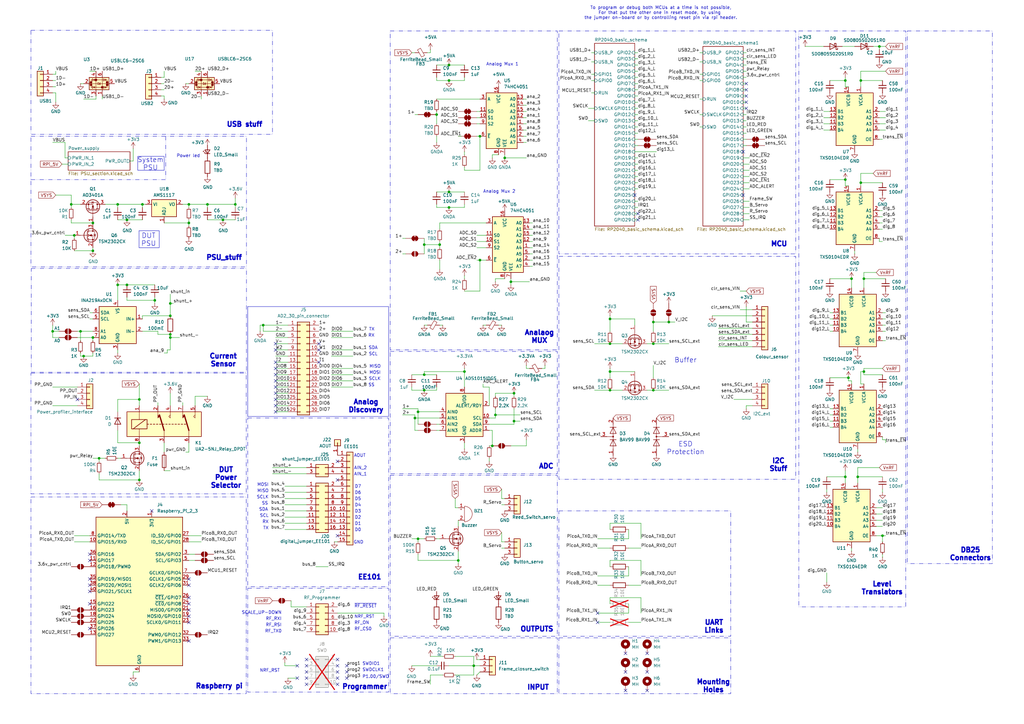
<source format=kicad_sch>
(kicad_sch (version 20231120) (generator "eeschema") (generator_version "8.0")
  (paper "A3")
  (junction (at 38.1 138.43))
  (junction (at 33.02 135.89))
  (junction (at 267.97 140.97))
  (junction (at 34.29 146.05))
  (junction (at 267.97 160.02))
  (junction (at 361.95 219.71))
  (junction (at 267.97 132.08))
  (junction (at 353.06 74.93))
  (junction (at 209.55 115.57))
  (junction (at 173.99 100.33))
  (junction (at 250.19 140.97))
  (junction (at 30.48 96.52))
  (junction (at 360.68 19.05))
  (junction (at 63.5 123.19))
  (junction (at 354.33 152.4))
  (junction (at 38.1 91.44))
  (junction (at 187.96 229.87))
  (junction (at 58.42 83.82))
  (junction (at 170.18 171.45))
  (junction (at 346.71 33.02))
  (junction (at 250.19 130.81))
  (junction (at 96.52 83.82))
  (junction (at 196.85 106.68))
  (junction (at 180.34 100.33))
  (junction (at 250.19 152.4))
  (junction (at 346.71 73.66))
  (junction (at 69.85 138.43))
  (junction (at 274.32 132.08))
  (junction (at 48.26 116.84))
  (junction (at 40.64 187.96))
  (junction (at 52.07 90.17))
  (junction (at 201.93 182.88))
  (junction (at 194.31 273.05))
  (junction (at 171.45 220.98))
  (junction (at 190.5 152.4))
  (junction (at 69.85 129.54))
  (junction (at 196.85 55.88))
  (junction (at 57.15 181.61))
  (junction (at 184.15 78.74))
  (junction (at 52.07 116.84))
  (junction (at 85.09 83.82))
  (junction (at 210.82 172.72))
  (junction (at 107.95 133.35))
  (junction (at 91.44 90.17))
  (junction (at 21.59 135.89))
  (junction (at 207.01 64.77))
  (junction (at 57.15 163.83))
  (junction (at 69.85 137.16))
  (junction (at 203.2 170.18))
  (junction (at 57.15 196.85))
  (junction (at 38.1 102.87))
  (junction (at 69.85 124.46))
  (junction (at 184.15 85.09))
  (junction (at 173.99 160.02))
  (junction (at 184.15 33.02))
  (junction (at 346.71 195.58))
  (junction (at 171.45 168.91))
  (junction (at 77.47 91.44))
  (junction (at 353.06 33.02))
  (junction (at 173.99 153.67))
  (junction (at 250.19 160.02))
  (junction (at 349.25 114.3))
  (junction (at 179.07 46.99))
  (junction (at 77.47 83.82))
  (junction (at 210.82 161.29))
  (junction (at 48.26 83.82))
  (junction (at 351.79 195.58))
  (junction (at 29.21 83.82))
  (junction (at 347.98 154.94))
  (junction (at 354.33 114.3))
  (junction (at 184.15 26.67))
  (no_connect (at 461.01 184.15))
  (no_connect (at 464.82 83.82))
  (no_connect (at 452.12 60.96))
  (no_connect (at 261.62 87.63))
  (no_connect (at 306.07 36.83))
  (no_connect (at 36.83 242.57))
  (no_connect (at 464.82 73.66))
  (no_connect (at 306.07 39.37))
  (no_connect (at 452.12 63.5))
  (no_connect (at 448.31 144.78))
  (no_connect (at 265.43 275.59))
  (no_connect (at 113.03 166.37))
  (no_connect (at 245.11 251.46))
  (no_connect (at 113.03 153.67))
  (no_connect (at 36.83 229.87))
  (no_connect (at 113.03 161.29))
  (no_connect (at 464.82 96.52))
  (no_connect (at 77.47 250.19))
  (no_connect (at 464.82 93.98))
  (no_connect (at 121.92 278.13))
  (no_connect (at 77.47 240.03))
  (no_connect (at 125.73 275.59))
  (no_connect (at 464.82 81.28))
  (no_connect (at 464.82 68.58))
  (no_connect (at 461.01 186.69))
  (no_connect (at 265.43 283.21))
  (no_connect (at 464.82 60.96))
  (no_connect (at 36.83 227.33))
  (no_connect (at 260.35 80.01))
  (no_connect (at 113.03 140.97))
  (no_connect (at 440.69 132.08))
  (no_connect (at 461.01 189.23))
  (no_connect (at 77.47 262.89))
  (no_connect (at 304.8 80.01))
  (no_connect (at 464.82 58.42))
  (no_connect (at 125.73 280.67))
  (no_connect (at 256.54 283.21))
  (no_connect (at 448.31 157.48))
  (no_connect (at 36.83 237.49))
  (no_connect (at 464.82 106.68))
  (no_connect (at 36.83 240.03))
  (no_connect (at 306.07 34.29))
  (no_connect (at 464.82 104.14))
  (no_connect (at 113.03 158.75))
  (no_connect (at 464.82 71.12))
  (no_connect (at 464.82 63.5))
  (no_connect (at 440.69 134.62))
  (no_connect (at 448.31 147.32))
  (no_connect (at 77.47 245.11))
  (no_connect (at 448.31 160.02))
  (no_connect (at 138.43 275.59))
  (no_connect (at 142.24 278.13))
  (no_connect (at 77.47 252.73))
  (no_connect (at 142.24 273.05))
  (no_connect (at 261.62 90.17))
  (no_connect (at 31.75 163.83))
  (no_connect (at 464.82 91.44))
  (no_connect (at 138.43 196.85))
  (no_connect (at 464.82 86.36))
  (no_connect (at 142.24 275.59))
  (no_connect (at 464.82 99.06))
  (no_connect (at 36.83 257.81))
  (no_connect (at 130.81 143.51))
  (no_connect (at 448.31 137.16))
  (no_connect (at 245.11 255.27))
  (no_connect (at 138.43 273.05))
  (no_connect (at 130.81 140.97))
  (no_connect (at 125.73 270.51))
  (no_connect (at 448.31 139.7))
  (no_connect (at 464.82 66.04))
  (no_connect (at 130.81 148.59))
  (no_connect (at 256.54 275.59))
  (no_connect (at 36.83 247.65))
  (no_connect (at 138.43 219.71))
  (no_connect (at 306.07 44.45))
  (no_connect (at 464.82 76.2))
  (no_connect (at 125.73 273.05))
  (no_connect (at 304.8 62.23))
  (no_connect (at 448.31 142.24))
  (no_connect (at 113.03 163.83))
  (no_connect (at 113.03 168.91))
  (no_connect (at 138.43 270.51))
  (no_connect (at 62.23 209.55))
  (no_connect (at 113.03 151.13))
  (no_connect (at 77.47 247.65))
  (no_connect (at 464.82 78.74))
  (no_connect (at 306.07 41.91))
  (no_connect (at 121.92 273.05))
  (no_connect (at 113.03 143.51))
  (no_connect (at 464.82 88.9))
  (no_connect (at 464.82 101.6))
  (no_connect (at 138.43 278.13))
  (no_connect (at 113.03 156.21))
  (no_connect (at 265.43 267.97))
  (no_connect (at 256.54 267.97))
  (no_connect (at 138.43 189.23))
  (no_connect (at 113.03 148.59))
  (no_connect (at 138.43 280.67))
  (no_connect (at 77.47 255.27))
  (no_connect (at 125.73 278.13))
  (no_connect (at 77.47 237.49))
  (wire (pts (xy 242.57 33.02) (xy 243.84 33.02)))
  (wire (pts (xy 43.18 83.82) (xy 48.26 83.82)))
  (wire (pts (xy 31.75 138.43) (xy 38.1 138.43)))
  (wire (pts (xy 186.69 208.28) (xy 187.96 208.28)))
  (wire (pts (xy 260.35 46.99) (xy 261.62 46.99)))
  (wire (pts (xy 48.26 90.17) (xy 52.07 90.17)))
  (wire (pts (xy 171.45 168.91) (xy 171.45 173.99)))
  (wire (pts (xy 68.58 144.78) (xy 67.31 144.78)))
  (wire (pts (xy 48.26 176.53) (xy 48.26 181.61)))
  (wire (pts (xy 52.07 123.19) (xy 63.5 123.19)))
  (wire (pts (xy 340.36 73.66) (xy 346.71 73.66)))
  (wire (pts (xy 363.22 45.72) (xy 360.68 45.72)))
  (wire (pts (xy 179.07 153.67) (xy 173.99 153.67)))
  (wire (pts (xy 34.29 40.64) (xy 39.37 40.64)))
  (wire (pts (xy 36.83 128.27) (xy 38.1 128.27)))
  (wire (pts (xy 354.33 114.3) (xy 363.22 114.3)))
  (wire (pts (xy 339.09 201.93) (xy 339.09 200.66)))
  (wire (pts (xy 49.53 207.01) (xy 52.07 207.01)))
  (wire (pts (xy 170.18 170.18) (xy 170.18 171.45)))
  (wire (pts (xy 77.47 90.17) (xy 77.47 91.44)))
  (wire (pts (xy 304.8 46.99) (xy 306.07 46.99)))
  (wire (pts (xy 260.35 133.35) (xy 260.35 130.81)))
  (wire (pts (xy 29.21 90.17) (xy 29.21 91.44)))
  (wire (pts (xy 179.07 45.72) (xy 179.07 46.99)))
  (wire (pts (xy 25.4 67.31) (xy 27.94 67.31)))
  (wire (pts (xy 113.03 161.29) (xy 118.11 161.29)))
  (wire (pts (xy 69.85 161.29) (xy 69.85 166.37)))
  (wire (pts (xy 215.9 182.88) (xy 215.9 180.34)))
  (wire (pts (xy 242.57 25.4) (xy 243.84 25.4)))
  (wire (pts (xy 242.57 38.1) (xy 243.84 38.1)))
  (wire (pts (xy 116.84 217.17) (xy 125.73 217.17)))
  (wire (pts (xy 218.44 91.44) (xy 217.17 91.44)))
  (wire (pts (xy 113.03 166.37) (xy 118.11 166.37)))
  (wire (pts (xy 63.5 124.46) (xy 63.5 123.19)))
  (wire (pts (xy 345.44 19.05) (xy 350.52 19.05)))
  (wire (pts (xy 257.81 255.27) (xy 262.89 255.27)))
  (wire (pts (xy 173.99 97.79) (xy 173.99 100.33)))
  (wire (pts (xy 218.44 109.22) (xy 217.17 109.22)))
  (wire (pts (xy 190.5 69.85) (xy 196.85 69.85)))
  (wire (pts (xy 165.1 167.64) (xy 171.45 167.64)))
  (wire (pts (xy 209.55 182.88) (xy 215.9 182.88)))
  (wire (pts (xy 304.8 21.59) (xy 306.07 21.59)))
  (wire (pts (xy 30.48 222.25) (xy 36.83 222.25)))
  (wire (pts (xy 21.59 135.89) (xy 21.59 138.43)))
  (wire (pts (xy 195.58 48.26) (xy 196.85 48.26)))
  (wire (pts (xy 260.35 90.17) (xy 261.62 90.17)))
  (wire (pts (xy 260.35 21.59) (xy 261.62 21.59)))
  (wire (pts (xy 179.07 158.75) (xy 179.07 160.02)))
  (wire (pts (xy 195.58 101.6) (xy 199.39 101.6)))
  (wire (pts (xy 52.07 207.01) (xy 52.07 209.55)))
  (wire (pts (xy 304.8 36.83) (xy 306.07 36.83)))
  (wire (pts (xy 260.35 82.55) (xy 261.62 82.55)))
  (wire (pts (xy 85.09 83.82) (xy 96.52 83.82)))
  (wire (pts (xy 210.82 161.29) (xy 210.82 162.56)))
  (wire (pts (xy 77.47 92.71) (xy 77.47 91.44)))
  (wire (pts (xy 171.45 222.25) (xy 171.45 220.98)))
  (wire (pts (xy 340.36 48.26) (xy 337.82 48.26)))
  (wire (pts (xy 48.26 187.96) (xy 49.53 187.96)))
  (wire (pts (xy 157.48 251.46) (xy 138.43 251.46)))
  (wire (pts (xy 21.59 158.75) (xy 31.75 158.75)))
  (wire (pts (xy 287.02 52.07) (xy 288.29 52.07)))
  (wire (pts (xy 361.95 91.44) (xy 360.68 91.44)))
  (wire (pts (xy 26.67 64.77) (xy 27.94 64.77)))
  (wire (pts (xy 353.06 157.48) (xy 354.33 157.48)))
  (wire (pts (xy 107.95 135.89) (xy 107.95 133.35)))
  (wire (pts (xy 176.53 276.86) (xy 181.61 276.86)))
  (wire (pts (xy 21.59 38.1) (xy 22.86 38.1)))
  (wire (pts (xy 195.58 45.72) (xy 196.85 45.72)))
  (wire (pts (xy 74.93 83.82) (xy 77.47 83.82)))
  (wire (pts (xy 346.71 73.66) (xy 346.71 76.2)))
  (wire (pts (xy 304.8 26.67) (xy 306.07 26.67)))
  (wire (pts (xy 260.35 39.37) (xy 261.62 39.37)))
  (polyline (pts (xy 12.7 73.66) (xy 67.945 73.66)) (stroke (width 0) (type dash_dot_dot)))
  (wire (pts (xy 267.97 149.86) (xy 267.97 154.94)))
  (wire (pts (xy 106.68 133.35) (xy 106.68 135.89)))
  (wire (pts (xy 294.64 134.62) (xy 308.61 134.62)))
  (wire (pts (xy 340.36 154.94) (xy 347.98 154.94)))
  (wire (pts (xy 304.8 64.77) (xy 307.34 64.77)))
  (wire (pts (xy 354.33 151.13) (xy 361.95 151.13)))
  (wire (pts (xy 361.95 228.6) (xy 361.95 227.33)))
  (wire (pts (xy 36.83 130.81) (xy 38.1 130.81)))
  (wire (pts (xy 304.8 34.29) (xy 306.07 34.29)))
  (wire (pts (xy 116.84 207.01) (xy 125.73 207.01)))
  (wire (pts (xy 215.9 40.64) (xy 214.63 40.64)))
  (wire (pts (xy 361.95 128.27) (xy 363.22 128.27)))
  (wire (pts (xy 340.36 45.72) (xy 337.82 45.72)))
  (wire (pts (xy 194.31 276.86) (xy 194.31 273.05)))
  (wire (pts (xy 218.44 93.98) (xy 217.17 93.98)))
  (wire (pts (xy 341.63 172.72) (xy 340.36 172.72)))
  (wire (pts (xy 135.89 153.67) (xy 144.78 153.67)))
  (wire (pts (xy 184.15 85.09) (xy 190.5 85.09)))
  (wire (pts (xy 113.03 156.21) (xy 118.11 156.21)))
  (wire (pts (xy 135.89 143.51) (xy 144.78 143.51)))
  (wire (pts (xy 200.66 176.53) (xy 201.93 176.53)))
  (wire (pts (xy 58.42 129.54) (xy 58.42 130.81)))
  (wire (pts (xy 257.81 240.03) (xy 262.89 240.03)))
  (wire (pts (xy 304.8 82.55) (xy 307.34 82.55)))
  (wire (pts (xy 353.06 29.21) (xy 353.06 33.02)))
  (wire (pts (xy 361.95 86.36) (xy 360.68 86.36)))
  (wire (pts (xy 40.64 196.85) (xy 57.15 196.85)))
  (wire (pts (xy 48.26 144.78) (xy 48.26 143.51)))
  (wire (pts (xy 175.26 21.59) (xy 176.53 21.59)))
  (wire (pts (xy 31.75 135.89) (xy 33.02 135.89)))
  (wire (pts (xy 34.29 34.29) (xy 33.02 34.29)))
  (wire (pts (xy 195.58 55.88) (xy 196.85 55.88)))
  (wire (pts (xy 67.31 193.04) (xy 69.85 193.04)))
  (wire (pts (xy 187.96 55.88) (xy 189.23 55.88)))
  (wire (pts (xy 190.5 33.02) (xy 190.5 31.75)))
  (wire (pts (xy 77.47 34.29) (xy 76.2 34.29)))
  (wire (pts (xy 135.89 151.13) (xy 144.78 151.13)))
  (wire (pts (xy 207.01 63.5) (xy 207.01 64.77)))
  (wire (pts (xy 353.06 33.02) (xy 361.95 33.02)))
  (wire (pts (xy 361.95 208.28) (xy 359.41 208.28)))
  (wire (pts (xy 173.99 153.67) (xy 168.91 153.67)))
  (wire (pts (xy 363.22 219.71) (xy 361.95 219.71)))
  (wire (pts (xy 170.18 171.45) (xy 180.34 171.45)))
  (wire (pts (xy 190.5 152.4) (xy 190.5 158.75)))
  (wire (pts (xy 179.07 46.99) (xy 179.07 50.8)))
  (wire (pts (xy 205.74 200.66) (xy 205.74 204.47)))
  (wire (pts (xy 353.06 152.4) (xy 354.33 152.4)))
  (wire (pts (xy 179.07 85.09) (xy 184.15 85.09)))
  (wire (pts (xy 67.31 34.29) (xy 66.04 34.29)))
  (wire (pts (xy 354.33 153.67) (xy 361.95 153.67)))
  (wire (pts (xy 340.36 114.3) (xy 349.25 114.3)))
  (wire (pts (xy 194.31 269.24) (xy 194.31 273.05)))
  (wire (pts (xy 22.86 38.1) (xy 22.86 41.91)))
  (wire (pts (xy 250.19 129.54) (xy 250.19 130.81)))
  (wire (pts (xy 57.15 157.48) (xy 57.15 163.83)))
  (wire (pts (xy 304.8 85.09) (xy 307.34 85.09)))
  (wire (pts (xy 294.64 139.7) (xy 308.61 139.7)))
  (wire (pts (xy 354.33 151.13) (xy 354.33 152.4)))
  (wire (pts (xy 113.03 138.43) (xy 118.11 138.43)))
  (wire (pts (xy 346.71 31.75) (xy 346.71 33.02)))
  (wire (pts (xy 245.11 236.22) (xy 257.81 236.22)))
  (wire (pts (xy 54.61 275.59) (xy 57.15 275.59)))
  (wire (pts (xy 67.31 36.83) (xy 66.04 36.83)))
  (wire (pts (xy 260.35 62.23) (xy 269.24 62.23)))
  (wire (pts (xy 260.35 59.69) (xy 261.62 59.69)))
  (wire (pts (xy 304.8 29.21) (xy 306.07 29.21)))
  (wire (pts (xy 339.09 234.95) (xy 339.09 238.76)))
  (wire (pts (xy 287.02 46.99) (xy 288.29 46.99)))
  (wire (pts (xy 243.84 160.02) (xy 250.19 160.02)))
  (wire (pts (xy 26.67 96.52) (xy 30.48 96.52)))
  (wire (pts (xy 171.45 168.91) (xy 171.45 167.64)))
  (wire (pts (xy 361.95 215.9) (xy 359.41 215.9)))
  (wire (pts (xy 181.61 269.24) (xy 176.53 269.24)))
  (wire (pts (xy 242.57 21.59) (xy 243.84 21.59)))
  (wire (pts (xy 203.2 171.45) (xy 203.2 170.18)))
  (wire (pts (xy 116.84 271.78) (xy 116.84 273.05)))
  (wire (pts (xy 170.18 46.99) (xy 171.45 46.99)))
  (wire (pts (xy 165.1 170.18) (xy 170.18 170.18)))
  (wire (pts (xy 361.95 222.25) (xy 361.95 219.71)))
  (wire (pts (xy 341.63 128.27) (xy 340.36 128.27)))
  (wire (pts (xy 180.34 176.53) (xy 179.07 176.53)))
  (wire (pts (xy 113.03 153.67) (xy 118.11 153.67)))
  (wire (pts (xy 361.95 201.93) (xy 361.95 200.66)))
  (wire (pts (xy 245.11 220.98) (xy 257.81 220.98)))
  (wire (pts (xy 52.07 116.84) (xy 63.5 116.84)))
  (wire (pts (xy 346.71 193.04) (xy 346.71 195.58)))
  (wire (pts (xy 250.19 130.81) (xy 250.19 135.89)))
  (wire (pts (xy 116.84 273.05) (xy 121.92 273.05)))
  (wire (pts (xy 57.15 163.83) (xy 57.15 166.37)))
  (wire (pts (xy 179.07 55.88) (xy 179.07 58.42)))
  (wire (pts (xy 304.8 59.69) (xy 306.07 59.69)))
  (wire (pts (xy 215.9 48.26) (xy 214.63 48.26)))
  (wire (pts (xy 77.47 83.82) (xy 77.47 85.09)))
  (wire (pts (xy 186.69 204.47) (xy 186.69 208.28)))
  (wire (pts (xy 250.19 151.13) (xy 250.19 152.4)))
  (wire (pts (xy 195.58 99.06) (xy 199.39 99.06)))
  (wire (pts (xy 260.35 130.81) (xy 250.19 130.81)))
  (wire (pts (xy 217.17 101.6) (xy 218.44 101.6)))
  (wire (pts (xy 198.12 158.75) (xy 198.12 157.48)))
  (wire (pts (xy 195.58 106.68) (xy 196.85 106.68)))
  (wire (pts (xy 353.06 71.12) (xy 353.06 74.93)))
  (wire (pts (xy 68.58 143.51) (xy 68.58 144.78)))
  (wire (pts (xy 304.8 41.91) (xy 306.07 41.91)))
  (wire (pts (xy 24.13 138.43) (xy 21.59 138.43)))
  (wire (pts (xy 199.39 106.68) (xy 196.85 106.68)))
  (wire (pts (xy 257.81 224.79) (xy 262.89 224.79)))
  (wire (pts (xy 129.54 232.41) (xy 134.62 232.41)))
  (wire (pts (xy 288.29 21.59) (xy 287.02 21.59)))
  (wire (pts (xy 203.2 114.3) (xy 207.01 114.3)))
  (wire (pts (xy 353.06 74.93) (xy 353.06 76.2)))
  (wire (pts (xy 69.85 120.65) (xy 69.85 124.46)))
  (wire (pts (xy 106.68 133.35) (xy 107.95 133.35)))
  (wire (pts (xy 260.35 87.63) (xy 261.62 87.63)))
  (wire (pts (xy 337.82 53.34) (xy 340.36 53.34)))
  (wire (pts (xy 190.5 181.61) (xy 190.5 184.15)))
  (wire (pts (xy 180.34 106.68) (xy 180.34 110.49)))
  (wire (pts (xy 33.02 146.05) (xy 34.29 146.05)))
  (wire (pts (xy 168.91 160.02) (xy 168.91 158.75)))
  (wire (pts (xy 176.53 280.67) (xy 176.53 276.86)))
  (wire (pts (xy 351.79 191.77) (xy 360.68 191.77)))
  (wire (pts (xy 135.89 146.05) (xy 144.78 146.05)))
  (wire (pts (xy 135.89 135.89) (xy 144.78 135.89)))
  (wire (pts (xy 260.35 72.39) (xy 261.62 72.39)))
  (wire (pts (xy 200.66 158.75) (xy 198.12 158.75)))
  (wire (pts (xy 113.03 168.91) (xy 118.11 168.91)))
  (wire (pts (xy 76.2 185.42) (xy 77.47 185.42)))
  (wire (pts (xy 77.47 185.42) (xy 77.47 181.61)))
  (wire (pts (xy 33.02 135.89) (xy 38.1 135.89)))
  (wire (pts (xy 205.74 218.44) (xy 205.74 222.25)))
  (wire (pts (xy 24.13 135.89) (xy 21.59 135.89)))
  (wire (pts (xy 260.35 44.45) (xy 261.62 44.45)))
  (wire (pts (xy 205.74 222.25) (xy 207.01 222.25)))
  (wire (pts (xy 351.79 191.77) (xy 351.79 195.58)))
  (wire (pts (xy 353.06 29.21) (xy 363.22 29.21)))
  (wire (pts (xy 179.07 40.64) (xy 196.85 40.64)))
  (wire (pts (xy 304.8 52.07) (xy 306.07 52.07)))
  (wire (pts (xy 190.5 85.09) (xy 190.5 83.82)))
  (wire (pts (xy 215.9 55.88) (xy 214.63 55.88)))
  (wire (pts (xy 69.85 124.46) (xy 69.85 129.54)))
  (wire (pts (xy 358.14 71.12) (xy 353.06 71.12)))
  (wire (pts (xy 190.5 63.5) (xy 190.5 62.23)))
  (wire (pts (xy 119.38 248.92) (xy 125.73 248.92)))
  (wire (pts (xy 203.2 170.18) (xy 213.36 170.18)))
  (wire (pts (xy 196.85 270.51) (xy 195.58 270.51)))
  (wire (pts (xy 41.91 40.64) (xy 41.91 39.37)))
  (wire (pts (xy 173.99 133.35) (xy 175.26 133.35)))
  (wire (pts (xy 21.59 166.37) (xy 31.75 166.37)))
  (wire (pts (xy 341.63 130.81) (xy 340.36 130.81)))
  (wire (pts (xy 198.12 133.35) (xy 199.39 133.35)))
  (wire (pts (xy 57.15 182.88) (xy 57.15 181.61)))
  (wire (pts (xy 48.26 181.61) (xy 57.15 181.61)))
  (wire (pts (xy 66.04 31.75) (xy 67.31 31.75)))
  (wire (pts (xy 54.61 66.04) (xy 54.61 60.96)))
  (wire (pts (xy 29.21 80.01) (xy 29.21 83.82)))
  (wire (pts (xy 346.71 76.2) (xy 347.98 76.2)))
  (wire (pts (xy 64.77 135.89) (xy 64.77 137.16)))
  (wire (pts (xy 26.67 58.42) (xy 21.59 58.42)))
  (wire (pts (xy 48.26 116.84) (xy 52.07 116.84)))
  (wire (pts (xy 361.95 180.34) (xy 361.95 179.07)))
  (wire (pts (xy 196.85 119.38) (xy 190.5 119.38)))
  (wire (pts (xy 361.95 57.15) (xy 360.68 57.15)))
  (wire (pts (xy 173.99 160.02) (xy 168.91 160.02)))
  (wire (pts (xy 250.19 247.65) (xy 250.19 245.11)))
  (wire (pts (xy 30.48 102.87) (xy 38.1 102.87)))
  (wire (pts (xy 304.8 87.63) (xy 307.34 87.63)))
  (wire (pts (xy 66.04 39.37) (xy 67.31 39.37)))
  (wire (pts (xy 179.07 31.75) (xy 179.07 33.02)))
  (wire (pts (xy 260.35 69.85) (xy 261.62 69.85)))
  (wire (pts (xy 304.8 54.61) (xy 306.07 54.61)))
  (wire (pts (xy 33.02 144.78) (xy 33.02 146.05)))
  (wire (pts (xy 350.52 102.87) (xy 350.52 104.14)))
  (wire (pts (xy 113.03 143.51) (xy 118.11 143.51)))
  (wire (pts (xy 250.19 245.11) (xy 262.89 245.11)))
  (wire (pts (xy 341.63 175.26) (xy 340.36 175.26)))
  (wire (pts (xy 260.35 29.21) (xy 261.62 29.21)))
  (wire (pts (xy 196.85 69.85) (xy 196.85 55.88)))
  (wire (pts (xy 262.89 229.87) (xy 262.89 236.22)))
  (wire (pts (xy 157.48 252.73) (xy 157.48 251.46)))
  (wire (pts (xy 179.07 83.82) (xy 179.07 85.09)))
  (wire (pts (xy 250.19 229.87) (xy 262.89 229.87)))
  (wire (pts (xy 113.03 151.13) (xy 118.11 151.13)))
  (wire (pts (xy 241.3 44.45) (xy 243.84 44.45)))
  (wire (pts (xy 82.55 40.64) (xy 82.55 39.37)))
  (wire (pts (xy 80.01 29.21) (xy 82.55 29.21)))
  (wire (pts (xy 165.1 104.14) (xy 166.37 104.14)))
  (wire (pts (xy 59.69 83.82) (xy 58.42 83.82)))
  (wire (pts (xy 361.95 213.36) (xy 359.41 213.36)))
  (wire (pts (xy 116.84 199.39) (xy 125.73 199.39)))
  (wire (pts (xy 30.48 96.52) (xy 30.48 97.79)))
  (wire (pts (xy 74.93 166.37) (xy 74.93 165.1)))
  (wire (pts (xy 209.55 115.57) (xy 217.17 115.57)))
  (wire (pts (xy 209.55 114.3) (xy 209.55 115.57)))
  (wire (pts (xy 67.31 39.37) (xy 67.31 40.64)))
  (wire (pts (xy 361.95 130.81) (xy 363.22 130.81)))
  (wire (pts (xy 203.2 115.57) (xy 203.2 114.3)))
  (wire (pts (xy 85.09 83.82) (xy 85.09 85.09)))
  (wire (pts (xy 180.34 91.44) (xy 199.39 91.44)))
  (wire (pts (xy 171.45 220.98) (xy 173.99 220.98)))
  (wire (pts (xy 363.22 48.26) (xy 360.68 48.26)))
  (wire (pts (xy 96.52 81.28) (xy 96.52 83.82)))
  (wire (pts (xy 304.8 90.17) (xy 307.34 90.17)))
  (wire (pts (xy 223.52 151.13) (xy 223.52 149.86)))
  (wire (pts (xy 176.53 21.59) (xy 176.53 20.32)))
  (wire (pts (xy 363.22 180.34) (xy 361.95 180.34)))
  (wire (pts (xy 48.26 83.82) (xy 48.26 85.09)))
  (wire (pts (xy 33.02 135.89) (xy 33.02 139.7)))
  (wire (pts (xy 180.34 133.35) (xy 181.61 133.35)))
  (wire (pts (xy 354.33 152.4) (xy 354.33 153.67)))
  (wire (pts (xy 341.63 133.35) (xy 340.36 133.35)))
  (wire (pts (xy 173.99 100.33) (xy 180.34 100.33)))
  (wire (pts (xy 168.91 220.98) (xy 171.45 220.98)))
  (wire (pts (xy 186.69 276.86) (xy 194.31 276.86)))
  (wire (pts (xy 91.44 90.17) (xy 96.52 90.17)))
  (wire (pts (xy 349.25 156.21) (xy 347.98 156.21)))
  (wire (pts (xy 64.77 137.16) (xy 69.85 137.16)))
  (wire (pts (xy 22.86 80.01) (xy 29.21 80.01)))
  (wire (pts (xy 306.07 132.08) (xy 308.61 132.08)))
  (wire (pts (xy 304.8 67.31) (xy 307.34 67.31)))
  (wire (pts (xy 245.11 224.79) (xy 250.19 224.79)))
  (wire (pts (xy 107.95 133.35) (xy 118.11 133.35)))
  (wire (pts (xy 180.34 100.33) (xy 180.34 101.6)))
  (wire (pts (xy 113.03 140.97) (xy 118.11 140.97)))
  (wire (pts (xy 85.09 90.17) (xy 91.44 90.17)))
  (wire (pts (xy 304.8 49.53) (xy 306.07 49.53)))
  (wire (pts (xy 52.07 123.19) (xy 52.07 121.92)))
  (wire (pts (xy 116.84 201.93) (xy 125.73 201.93)))
  (wire (pts (xy 358.14 19.05) (xy 360.68 19.05)))
  (wire (pts (xy 170.18 171.45) (xy 170.18 176.53)))
  (wire (pts (xy 262.89 245.11) (xy 262.89 251.46)))
  (wire (pts (xy 52.07 90.17) (xy 58.42 90.17)))
  (wire (pts (xy 265.43 160.02) (xy 267.97 160.02)))
  (wire (pts (xy 267.97 132.08) (xy 274.32 132.08)))
  (wire (pts (xy 260.35 26.67) (xy 261.62 26.67)))
  (wire (pts (xy 363.22 53.34) (xy 360.68 53.34)))
  (wire (pts (xy 204.47 133.35) (xy 205.74 133.35)))
  (wire (pts (xy 257.81 232.41) (xy 257.81 236.22)))
  (wire (pts (xy 186.69 269.24) (xy 194.31 269.24)))
  (wire (pts (xy 300.99 163.83) (xy 308.61 163.83)))
  (wire (pts (xy 260.35 36.83) (xy 261.62 36.83)))
  (wire (pts (xy 250.19 232.41) (xy 250.19 229.87)))
  (wire (pts (xy 165.1 97.79) (xy 166.37 97.79)))
  (wire (pts (xy 215.9 50.8) (xy 214.63 50.8)))
  (wire (pts (xy 210.82 172.72) (xy 213.36 172.72)))
  (wire (pts (xy 200.66 171.45) (xy 203.2 171.45)))
  (wire (pts (xy 260.35 52.07) (xy 261.62 52.07)))
  (wire (pts (xy 179.07 26.67) (xy 184.15 26.67)))
  (wire (pts (xy 260.35 85.09) (xy 261.62 85.09)))
  (wire (pts (xy 304.8 77.47) (xy 307.34 77.47)))
  (wire (pts (xy 347.98 154.94) (xy 347.98 156.21)))
  (wire (pts (xy 67.31 91.44) (xy 77.47 91.44)))
  (wire (pts (xy 69.85 143.51) (xy 69.85 138.43)))
  (wire (pts (xy 209.55 116.84) (xy 209.55 115.57)))
  (wire (pts (xy 77.47 222.25) (xy 82.55 222.25)))
  (wire (pts (xy 168.91 21.59) (xy 170.18 21.59)))
  (wire (pts (xy 340.36 50.8) (xy 337.82 50.8)))
  (wire (pts (xy 210.82 167.64) (xy 210.82 172.72)))
  (wire (pts (xy 265.43 140.97) (xy 267.97 140.97)))
  (wire (pts (xy 341.63 135.89) (xy 340.36 135.89)))
  (wire (pts (xy 361.95 133.35) (xy 363.22 133.35)))
  (wire (pts (xy 360.68 99.06) (xy 360.68 97.79)))
  (wire (pts (xy 40.64 194.31) (xy 40.64 196.85)))
  (wire (pts (xy 201.93 176.53) (xy 201.93 182.88)))
  (wire (pts (xy 241.3 49.53) (xy 243.84 49.53)))
  (wire (pts (xy 137.16 222.25) (xy 138.43 222.25)))
  (wire (pts (xy 39.37 40.64) (xy 39.37 39.37)))
  (wire (pts (xy 330.2 19.05) (xy 337.82 19.05)))
  (wire (pts (xy 111.76 194.31) (xy 125.73 194.31)))
  (wire (pts (xy 38.1 187.96) (xy 40.64 187.96)))
  (wire (pts (xy 304.8 44.45) (xy 306.07 44.45)))
  (wire (pts (xy 304.8 74.93) (xy 307.34 74.93)))
  (wire (pts (xy 267.97 140.97) (xy 274.32 140.97)))
  (wire (pts (xy 304.8 39.37) (xy 306.07 39.37)))
  (wire (pts (xy 287.02 33.02) (xy 288.29 33.02)))
  (wire (pts (xy 351.79 195.58) (xy 361.95 195.58)))
  (wire (pts (xy 26.67 58.42) (xy 26.67 64.77)))
  (wire (pts (xy 184.15 33.02) (xy 190.5 33.02)))
  (wire (pts (xy 250.19 140.97) (xy 255.27 140.97)))
  (wire (pts (xy 69.85 124.46) (xy 71.12 124.46)))
  (wire (pts (xy 187.96 229.87) (xy 187.96 231.14)))
  (wire (pts (xy 67.31 31.75) (xy 67.31 29.21)))
  (wire (pts (xy 360.68 99.06) (xy 361.95 99.06)))
  (wire (pts (xy 195.58 96.52) (xy 199.39 96.52)))
  (wire (pts (xy 58.42 129.54) (xy 69.85 129.54)))
  (wire (pts (xy 190.5 69.85) (xy 190.5 68.58)))
  (wire (pts (xy 250.19 217.17) (xy 250.19 214.63)))
  (wire (pts (xy 287.02 25.4) (xy 288.29 25.4)))
  (wire (pts (xy 304.8 31.75) (xy 306.07 31.75)))
  (wire (pts (xy 30.48 219.71) (xy 36.83 219.71)))
  (wire (pts (xy 184.15 78.74) (xy 190.5 78.74)))
  (wire (pts (xy 353.06 152.4) (xy 353.06 157.48)))
  (wire (pts (xy 215.9 53.34) (xy 214.63 53.34)))
  (wire (pts (xy 349.25 156.21) (xy 349.25 157.48)))
  (wire (pts (xy 346.71 35.56) (xy 346.71 33.02)))
  (wire (pts (xy 260.35 64.77) (xy 261.62 64.77)))
  (wire (pts (xy 29.21 91.44) (xy 38.1 91.44)))
  (wire (pts (xy 260.35 31.75) (xy 261.62 31.75)))
  (wire (pts (xy 187.96 229.87) (xy 187.96 226.06)))
  (wire (pts (xy 107.95 135.89) (xy 118.11 135.89)))
  (wire (pts (xy 218.44 106.68) (xy 217.17 106.68)))
  (wire (pts (xy 171.45 229.87) (xy 187.96 229.87)))
  (wire (pts (xy 360.68 19.05) (xy 363.22 19.05)))
  (wire (pts (xy 53.34 66.04) (xy 54.61 66.04)))
  (wire (pts (xy 287.02 30.48) (xy 288.29 30.48)))
  (wire (pts (xy 113.03 158.75) (xy 118.11 158.75)))
  (wire (pts (xy 170.18 176.53) (xy 171.45 176.53)))
  (polyline (pts (xy 67.945 55.88) (xy 67.945 73.66)) (stroke (width 0) (type dash_dot_dot)))
  (wire (pts (xy 67.31 181.61) (xy 67.31 185.42)))
  (wire (pts (xy 308.61 166.37) (xy 306.07 166.37)))
  (wire (pts (xy 218.44 104.14) (xy 217.17 104.14)))
  (wire (pts (xy 339.09 195.58) (xy 346.71 195.58)))
  (wire (pts (xy 201.93 64.77) (xy 201.93 63.5)))
  (wire (pts (xy 113.03 148.59) (xy 118.11 148.59)))
  (wire (pts (xy 194.31 273.05) (xy 196.85 273.05)))
  (wire (pts (xy 179.07 160.02) (xy 173.99 160.02)))
  (wire (pts (xy 306.07 125.73) (xy 306.07 132.08)))
  (wire (pts (xy 205.74 207.01) (xy 207.01 207.01)))
  (wire (pts (xy 196.85 275.59) (xy 195.58 276.86)))
  (wire (pts (xy 48.26 116.84) (xy 48.26 123.19)))
  (wire (pts (xy 361.95 135.89) (xy 363.22 135.89)))
  (wire (pts (xy 179.07 220.98) (xy 180.34 220.98)))
  (wire (pts (xy 215.9 45.72) (xy 214.63 45.72)))
  (wire (pts (xy 354.33 114.3) (xy 354.33 118.11)))
  (wire (pts (xy 294.64 137.16) (xy 308.61 137.16)))
  (wire (pts (xy 69.85 138.43) (xy 73.66 138.43)))
  (wire (pts (xy 304.8 24.13) (xy 306.07 24.13)))
  (wire (pts (xy 173.99 153.67) (xy 173.99 152.4)))
  (wire (pts (xy 58.42 83.82) (xy 48.26 83.82)))
  (wire (pts (xy 361.95 93.98) (xy 360.68 93.98)))
  (wire (pts (xy 205.74 224.79) (xy 207.01 224.79)))
  (wire (pts (xy 171.45 168.91) (xy 180.34 168.91)))
  (wire (pts (xy 353.06 74.93) (xy 361.95 74.93)))
  (wire (pts (xy 250.19 152.4) (xy 250.19 154.94)))
  (wire (pts (xy 292.1 129.54) (xy 308.61 129.54)))
  (wire (pts (xy 190.5 113.03) (xy 190.5 114.3)))
  (wire (pts (xy 306.07 166.37) (xy 306.07 167.64)))
  (wire (pts (xy 215.9 151.13) (xy 215.9 149.86)))
  (wire (pts (xy 113.03 163.83) (xy 118.11 163.83)))
  (wire (pts (xy 69.85 137.16) (xy 69.85 138.43)))
  (wire (pts (xy 48.26 163.83) (xy 57.15 163.83)))
  (wire (pts (xy 200.66 182.88) (xy 201.93 182.88)))
  (wire (pts (xy 179.07 78.74) (xy 184.15 78.74)))
  (wire (pts (xy 360.68 19.05) (xy 360.68 20.32)))
  (wire (pts (xy 260.35 41.91) (xy 261.62 41.91)))
  (wire (pts (xy 260.35 24.13) (xy 261.62 24.13)))
  (wire (pts (xy 21.59 33.02) (xy 22.86 33.02)))
  (wire (pts (xy 119.38 246.38) (xy 119.38 248.92)))
  (wire (pts (xy 262.89 214.63) (xy 262.89 220.98)))
  (wire (pts (xy 349.25 114.3) (xy 349.25 118.11)))
  (wire (pts (xy 180.34 173.99) (xy 179.07 173.99)))
  (wire (pts (xy 36.83 29.21) (xy 39.37 29.21)))
  (wire (pts (xy 260.35 77.47) (xy 261.62 77.47)))
  (wire (pts (xy 245.11 240.03) (xy 250.19 240.03)))
  (wire (pts (xy 29.21 85.09) (xy 29.21 83.82)))
  (wire (pts (xy 222.25 151.13) (xy 223.52 151.13)))
  (wire (pts (xy 21.59 133.35) (xy 21.59 135.89)))
  (wire (pts (xy 48.26 168.91) (xy 48.26 163.83)))
  (wire (pts (xy 80.01 162.56) (xy 80.01 166.37)))
  (wire (pts (xy 250.19 152.4) (xy 260.35 152.4)))
  (wire (pts (xy 22.86 30.48) (xy 21.59 30.48)))
  (wire (pts (xy 58.42 135.89) (xy 64.77 135.89)))
  (wire (pts (xy 267.97 160.02) (xy 274.32 160.02)))
  (wire (pts (xy 173.99 152.4) (xy 190.5 152.4)))
  (wire (pts (xy 184.15 273.05) (xy 194.31 273.05)))
  (wire (pts (xy 196.85 106.68) (xy 196.85 119.38)))
  (wire (pts (xy 173.99 104.14) (xy 173.99 100.33)))
  (wire (pts (xy 218.44 99.06) (xy 217.17 99.06)))
  (wire (pts (xy 200.66 166.37) (xy 200.66 158.75)))
  (wire (pts (xy 215.9 43.18) (xy 214.63 43.18)))
  (wire (pts (xy 180.34 99.06) (xy 180.34 100.33)))
  (wire (pts (xy 135.89 138.43) (xy 144.78 138.43)))
  (wire (pts (xy 359.41 219.71) (xy 361.95 219.71)))
  (wire (pts (xy 116.84 204.47) (xy 125.73 204.47)))
  (wire (pts (xy 203.2 161.29) (xy 210.82 161.29)))
  (wire (pts (xy 250.19 214.63) (xy 262.89 214.63)))
  (wire (pts (xy 260.35 49.53) (xy 261.62 49.53)))
  (wire (pts (xy 304.8 72.39) (xy 307.34 72.39)))
  (wire (pts (xy 184.15 26.67) (xy 190.5 26.67)))
  (wire (pts (xy 96.52 83.82) (xy 96.52 85.09)))
  (wire (pts (xy 116.84 209.55) (xy 125.73 209.55)))
  (wire (pts (xy 38.1 138.43) (xy 38.1 139.7)))
  (wire (pts (xy 179.07 273.05) (xy 168.91 273.05)))
  (wire (pts (xy 346.71 195.58) (xy 346.71 198.12)))
  (wire (pts (xy 341.63 170.18) (xy 340.36 170.18)))
  (wire (pts (xy 243.84 140.97) (xy 250.19 140.97)))
  (wire (pts (xy 260.35 34.29) (xy 261.62 34.29)))
  (wire (pts (xy 135.89 156.21) (xy 144.78 156.21)))
  (wire (pts (xy 217.17 151.13) (xy 215.9 151.13)))
  (wire (pts (xy 353.06 33.02) (xy 353.06 35.56)))
  (wire (pts (xy 187.96 213.36) (xy 187.96 215.9)))
  (wire (pts (xy 242.57 30.48) (xy 243.84 30.48)))
  (wire (pts (xy 354.33 111.76) (xy 354.33 114.3)))
  (wire (pts (xy 195.58 50.8) (xy 196.85 50.8)))
  (wire (pts (xy 77.47 227.33) (xy 80.01 227.33)))
  (wire (pts (xy 171.45 227.33) (xy 171.45 229.87)))
  (wire (pts (xy 351.79 195.58) (xy 351.79 198.12)))
  (wire (pts (xy 118.11 278.13) (xy 121.92 278.13)))
  (wire (pts (xy 250.19 160.02) (xy 255.27 160.02)))
  (wire (pts (xy 361.95 210.82) (xy 359.41 210.82)))
  (wire (pts (xy 38.1 144.78) (xy 38.1 146.05)))
  (wire (pts (xy 21.59 35.56) (xy 22.86 35.56)))
  (wire (pts (xy 215.9 58.42) (xy 214.63 58.42)))
  (wire (pts (xy 260.35 57.15) (xy 261.62 57.15)))
  (wire (pts (xy 361.95 88.9) (xy 360.68 88.9)))
  (wire (pts (xy 245.11 255.27) (xy 250.19 255.27)))
  (wire (pts (xy 38.1 102.87) (xy 38.1 101.6)))
  (wire (pts (xy 180.34 93.98) (xy 180.34 91.44)))
  (wire (pts (xy 354.33 111.76) (xy 359.41 111.76)))
  (wire (pts (xy 341.63 167.64) (xy 340.36 167.64)))
  (wire (pts (xy 257.81 217.17) (xy 257.81 220.98)))
  (wire (pts (xy 29.21 83.82) (xy 33.02 83.82)))
  (wire (pts (xy 260.35 67.31) (xy 261.62 67.31)))
  (wire (pts (xy 54.61 275.59) (xy 54.61 276.86)))
  (wire (pts (xy 179.07 33.02) (xy 184.15 33.02)))
  (wire (pts (xy 218.44 96.52) (xy 217.17 96.52)))
  (wire (pts (xy 340.36 33.02) (xy 346.71 33.02)))
  (wire (pts (xy 190.5 151.13) (xy 190.5 152.4)))
  (wire (pts (xy 205.74 204.47) (xy 207.01 204.47)))
  (wire (pts (xy 363.22 180.34) (xy 363.22 181.61)))
  (wire (pts (xy 57.15 196.85) (xy 57.15 193.04)))
  (wire (pts (xy 303.53 119.38) (xy 306.07 119.38)))
  (wire (pts (xy 260.35 74.93) (xy 261.62 74.93)))
  (wire (pts (xy 287.02 40.64) (xy 288.29 40.64)))
  (wire (pts (xy 203.2 162.56) (xy 203.2 161.29)))
  (wire (pts (xy 111.76 191.77) (xy 125.73 191.77)))
  (wire (pts (xy 260.35 54.61) (xy 261.62 54.61)))
  (wire (pts (xy 200.66 173.99) (xy 210.82 173.99)))
  (wire (pts (xy 201.93 63.5) (xy 204.47 63.5)))
  (wire (pts (xy 77.47 219.71) (xy 82.55 219.71)))
  (wire (pts (xy 363.22 50.8) (xy 360.68 50.8)))
  (wire (pts (xy 294.64 142.24) (xy 308.61 142.24)))
  (wire (pts (xy 200.66 189.23) (xy 200.66 187.96)))
  (wire (pts (xy 22.86 29.21) (xy 22.86 30.48)))
  (wire (pts (xy 77.47 229.87) (xy 80.01 229.87)))
  (wire (pts (xy 63.5 123.19) (xy 63.5 121.92)))
  (wire (pts (xy 116.84 214.63) (xy 125.73 214.63)))
  (wire (pts (xy 304.8 57.15) (xy 306.07 57.15)))
  (wire (pts (xy 40.64 189.23) (xy 40.64 187.96)))
  (wire (pts (xy 351.79 185.42) (xy 351.79 184.15)))
  (wire (pts (xy 68.58 143.51) (xy 69.85 143.51)))
  (wire (pts (xy 361.95 139.7) (xy 363.22 139.7)))
  (wire (pts (xy 349.25 224.79) (xy 349.25 226.06)))
  (wire (pts (xy 116.84 212.09) (xy 125.73 212.09)))
  (wire (pts (xy 267.97 132.08) (xy 267.97 135.89)))
  (wire (pts (xy 303.53 127) (xy 308.61 127)))
  (wire (pts (xy 304.8 69.85) (xy 307.34 69.85)))
  (wire (pts (xy 40.64 187.96) (xy 43.18 187.96)))
  (wire (pts (xy 346.71 35.56) (xy 347.98 35.56)))
  (wire (pts (xy 257.81 247.65) (xy 257.81 251.46)))
  (wire (pts (xy 135.89 158.75) (xy 144.78 158.75)))
  (wire (pts (xy 210.82 173.99) (xy 210.82 172.72)))
  (wire (pts (xy 245.11 251.46) (xy 257.81 251.46)))
  (wire (pts (xy 203.2 167.64) (xy 203.2 170.18)))
  (wire (pts (xy 38.1 146.05) (xy 34.29 146.05)))
  (wire (pts (xy 113.03 146.05) (xy 118.11 146.05)))
  (wire (pts (xy 207.01 64.77) (xy 215.9 64.77)))
  (wire (pts (xy 77.47 83.82) (xy 85.09 83.82)))
  (wire (pts (xy 58.42 83.82) (xy 58.42 85.09)))
  (wire (pts (xy 274.32 132.08) (xy 276.86 132.08)))
  (wire (pts (xy 80.01 162.56) (xy 85.09 162.56)))
  (wire (pts (xy 64.77 166.37) (xy 64.77 165.1)))
  (rectangle (start 160.02 261.62) (end 228.6 284.48) (stroke (width 0) (type dash_dot_dot)))
  (rectangle (start 101.6 171.45) (end 159.385 240.665) (stroke (width 0) (type dash_dot_dot)))
  (rectangle (start 101.6 241.3) (end 159.385 283.845) (stroke (width 0) (type dash_dot_dot)))
  (rectangle (start 229.235 12.7) (end 326.39 104.14) (stroke (width 0) (type dash_dot_dot)))
  (rectangle (start 160.02 144.145) (end 228.6 194.31) (stroke (width 0) (type dash_dot_dot)))
  (rectangle (start 160.02 194.945) (end 228.6 260.985) (stroke (width 0) (type dash_dot_dot)))
  (rectangle (start 160.02 12.7) (end 228.6 143.51) (stroke (width 0) (type dash_dot_dot)))
  (rectangle (start 12.7 153.035) (end 100.965 202.565) (stroke (width 0) (type dash_dot_dot)))
  (rectangle (start 12.7 55.88) (end 101.092 109.474) (stroke (width 0) (type dash_dot_dot)))
  (rectangle (start 372.11 12.7) (end 407.035 231.14) (stroke (width 0) (type dash_dot_dot)))
  (rectangle (start 12.7 12.446) (end 111.76 55.118) (stroke (width 0) (type dash_dot_dot)))
  (rectangle (start 327.66 12.7) (end 371.475 248.92) (stroke (width 0) (type dash_dot_dot)))
  (rectangle (start 229.235 261.62) (end 299.72 284.48) (stroke (width 0) (type dash_dot_dot)))
  (rectangle (start 101.6 125.73) (end 159.385 170.815))
  (rectangle (start 57.023 94.615) (end 65.278 101.6))
  (rectangle (start 12.7 203.835) (end 100.965 284.48) (stroke (width 0) (type dash_dot_dot)))
  (rectangle (start 229.2401 105.1615) (end 326.3951 196.6015) (stroke (width 0) (type dash_dot_dot)))
  (rectangle (start 56.515 64.135) (end 67.31 69.85))
  (rectangle (start 229.235 209.55) (end 299.72 260.985) (stroke (width 0) (type dash_dot_dot)))
  (rectangle (start 12.827 110.109) (end 101.092 152.654) (stroke (width 0) (type dash_dot_dot)))
  (image (at 511.81 55.88) (scale 0.390109))
  (image (at 513.08 109.22) (scale 0.359635))
  (text_box "RPi-4 UART pinouts      \n\n  		TXD RXD CTS RTS     Board Pins\nuart0   14  15              8   10\nuart1   14  15              8   10\nuart2   0   1   2   3       27  28  (I2C0)\nuart3   4   5   6   7       7   29\nuart4   8   9   10  11      24  21  (SPI0)\nuart5   12  13  14  15      32  33  (gpio-fan)" (at 243.84 -23.876 0) (size 52.07 22.86) (effects (font (size 1.27 1.27)) (justify left top)))
  (text "SCLK" (at 440.182 172.72 0) (effects (font (size 1.27 1.27)) (justify right bottom)))
  (text "RF_RXI\n" (at 115.57 254.635 0) (effects (font (size 1.27 1.27)) (justify right bottom)))
  (text "TX\n" (at 439.928 162.814 0) (effects (font (size 1.27 1.27)) (justify right bottom)))
  (text "SWDIO1\n" (at 148.59 273.05 0) (effects (font (size 1.27 1.27)) (justify left bottom)))
  (text "Analog\nDiscovery" (at 150.114 169.418 0) (effects (font (size 2 2) (thickness 0.6) (bold yes)) (justify bottom)))
  (text "TP20" (at 481.838 157.48 0) (effects (font (size 1.27 1.27)) (justify right bottom)))
  (text "TP34" (at 434.848 149.86 0) (effects (font (size 1.27 1.27)) (justify right bottom)))
  (text "INPUT" (at 220.726 283.21 0) (effects (font (size 2 2) (thickness 0.6) (bold yes)) (justify bottom)))
  (text "RX\n" (at 439.928 165.1 0) (effects (font (size 1.27 1.27)) (justify right bottom)))
  (text "TP18" (at 481.584 149.606 0) (effects (font (size 1.27 1.27)) (justify right bottom)))
  (text "SDA\n" (at 154.94 143.51 0) (effects (font (size 1.27 1.27)) (justify right bottom)))
  (text "TP21" (at 481.838 160.02 0) (effects (font (size 1.27 1.27)) (justify right bottom)))
  (text "DB25\nConnectors" (at 398.018 230.124 0) (effects (font (size 2 2) (thickness 0.6) (bold yes)) (justify bottom)))
  (text "SDA\n" (at 440.436 177.8 0) (effects (font (size 1.27 1.27)) (justify right bottom)))
  (text "Buffer" (at 281.178 147.828 0) (effects (font (size 2 2))))
  (text "RX\n" (at 110.236 214.884 0) (effects (font (size 1.27 1.27)) (justify right bottom)))
  (text "TP27" (at 481.584 144.78 0) (effects (font (size 1.27 1.27)) (justify right bottom)))
  (text "MOSI\n" (at 110.236 199.644 0) (effects (font (size 1.27 1.27)) (justify right bottom)))
  (text "RF_TX0" (at 115.57 259.715 0) (effects (font (size 1.27 1.27)) (justify right bottom)))
  (text "AIN_2\n" (at 147.828 192.024 0) (effects (font (size 1.27 1.27))))
  (text "Programmer" (at 149.606 282.956 0) (effects (font (size 2 2) (thickness 0.6) (bold yes)) (justify bottom)))
  (text "D1" (at 146.812 214.884 0) (effects (font (size 1.27 1.27))))
  (text "AOUT\n" (at 147.574 186.944 0) (effects (font (size 1.27 1.27))))
  (text "OUTPUTS" (at 220.218 259.334 0) (effects (font (size 2 2) (thickness 0.6) (bold yes)) (justify bottom)))
  (text "D4" (at 146.812 207.264 0) (effects (font (size 1.27 1.27))))
  (text "SDA\n" (at 109.982 209.804 0) (effects (font (size 1.27 1.27)) (justify right bottom)))
  (text "TP15" (at 481.584 142.24 0) (effects (font (size 1.27 1.27)) (justify right bottom)))
  (text "TX\n" (at 153.67 135.89 0) (effects (font (size 1.27 1.27)) (justify right bottom)))
  (text "MISO" (at 440.182 167.64 0) (effects (font (size 1.27 1.27)) (justify right bottom)))
  (text "TP7" (at 481.076 137.16 0) (effects (font (size 1.27 1.27)) (justify right bottom)))
  (text "ESD\nProtection" (at 281.178 183.896 0) (effects (font (size 2 2))))
  (text "UART\nLinks" (at 292.862 259.842 0) (effects (font (size 2 2) (thickness 0.6) (bold yes)) (justify bottom)))
  (text "TP22" (at 481.33 134.62 0) (effects (font (size 1.27 1.27)) (justify right bottom)))
  (text "Level\nTranslators" (at 361.823 244.094 0) (effects (font (size 2 2) (thickness 0.6) (bold yes)) (justify bottom)))
  (text "To program or debug both MCUs at a time is not possible,\nFor that put the other one in reset mode, by using \nthe jumper on-board or by controlling reset pin via rpi header." (at 271.018 5.334 0) (effects (font (size 1.27 1.27))))
  (text "SCL" (at 154.94 146.05 0) (effects (font (size 1.27 1.27)) (justify right bottom)))
  (text "RF_ON" (at 145.288 256.286 0) (effects (font (size 1.27 1.27)) (justify left bottom)))
  (text "TP24" (at 481.838 172.72 0) (effects (font (size 1.27 1.27)) (justify right bottom)))
  (text "TP1" (at 435.102 177.8 0) (effects (font (size 1.27 1.27)) (justify right bottom)))
  (text "SS" (at 153.67 158.75 0) (effects (font (size 1.27 1.27)) (justify right bottom)))
  (text "TP28\n" (at 481.838 175.26 0) (effects (font (size 1.27 1.27)) (justify right bottom)))
  (text "SCLK" (at 110.236 204.724 0) (effects (font (size 1.27 1.27)) (justify right bottom)))
  (text "TP3" (at 435.102 172.72 0) (effects (font (size 1.27 1.27)) (justify right bottom)))
  (text "NRF_RST\n" (at 145.288 253.746 0) (effects (font (size 1.27 1.27)) (justify left bottom)))
  (text "TP30" (at 481.838 162.56 0) (effects (font (size 1.27 1.27)) (justify right bottom)))
  (text "~{RF_RESET}\n" (at 145.288 249.428 0) (effects (font (size 1.27 1.27)) (justify left bottom)))
  (text "D6" (at 146.812 202.184 0) (effects (font (size 1.27 1.27))))
  (text "TP29" (at 481.33 139.7 0) (effects (font (size 1.27 1.27)) (justify right bottom)))
  (text "DUT\nPSU" (at 60.96 98.425 0) (effects (font (size 2 2))))
  (text "TP36" (at 481.33 131.826 0) (effects (font (size 1.27 1.27)) (justify right bottom)))
  (text "RF_RSI" (at 115.57 257.175 0) (effects (font (size 1.27 1.27)) (justify right bottom)))
  (text "D2" (at 146.812 212.344 0) (effects (font (size 1.27 1.27))))
  (text "TX\n" (at 110.236 217.424 0) (effects (font (size 1.27 1.27)) (justify right bottom)))
  (text "TP4" (at 435.102 170.18 0) (effects (font (size 1.27 1.27)) (justify right bottom)))
  (text "MOSI\n" (at 440.182 170.18 0) (effects (font (size 1.27 1.27)) (justify right bottom)))
  (text "D3" (at 146.812 209.804 0) (effects (font (size 1.27 1.27))))
  (text "Mounting\nHoles" (at 292.608 284.226 0) (effects (font (size 2 2) (thickness 0.6) (bold yes)) (justify bottom)))
  (text "P1.00/SWO" (at 148.59 278.384 0) (effects (font (size 1.27 1.27)) (justify left bottom)))
  (text "TP6" (at 435.102 167.64 0) (effects (font (size 1.27 1.27)) (justify right bottom)))
  (text "RF_CS0\n" (at 145.288 258.826 0) (effects (font (size 1.27 1.27)) (justify left bottom)))
  (text "I2C\nStuff" (at 319.278 193.548 0) (effects (font (size 2 2) (thickness 0.6) (bold yes)) (justify bottom)))
  (text "MISO" (at 156.21 151.13 0) (effects (font (size 1.27 1.27)) (justify right bottom)))
  (text "MISO" (at 110.236 202.184 0) (effects (font (size 1.27 1.27)) (justify right bottom)))
  (text "D7" (at 146.812 199.644 0) (effects (font (size 1.27 1.27))))
  (text "Analaog\nMUX" (at 221.234 140.97 0) (effects (font (size 2 2) (thickness 0.6) (bold yes)) (justify bottom)))
  (text "SS" (at 109.982 207.264 0) (effects (font (size 1.27 1.27)) (justify right bottom)))
  (text "USB stuff" (at 100.33 52.324 0) (effects (font (size 2 2) (thickness 0.6) (bold yes)) (justify bottom)))
  (text "Raspberry pi" (at 89.916 282.702 0) (effects (font (size 2 2) (thickness 0.6) (bold yes)) (justify bottom)))
  (text "TP13" (at 481.584 152.146 0) (effects (font (size 1.27 1.27)) (justify right bottom)))
  (text "Power led\n" (at 72.39 64.77 0) (effects (font (size 1.27 1.27)) (justify left bottom)))
  (text "SCALE_UP-DOWN" (at 115.57 252.095 0) (effects (font (size 1.27 1.27)) (justify right bottom)))
  (text "TP35" (at 434.848 152.4 0) (effects (font (size 1.27 1.27)) (justify right bottom)))
  (text "Analog Mux 1\n\n" (at 199.39 29.21 0) (effects (font (size 1.27 1.27)) (justify left bottom)))
  (text "TP14" (at 481.584 147.066 0) (effects (font (size 1.27 1.27)) (justify right bottom)))
  (text "MOSI\n" (at 156.21 153.67 0) (effects (font (size 1.27 1.27)) (justify right bottom)))
  (text "NRF_RST" (at 114.808 275.844 0) (effects (font (size 1.27 1.27)) (justify right bottom)))
  (text "Analog Mux 2\n" (at 198.12 79.375 0) (effects (font (size 1.27 1.27)) (justify left bottom)))
  (text "AIN_1" (at 147.828 194.564 0) (effects (font (size 1.27 1.27))))
  (text "DUT\nPower\nSelector" (at 92.71 200.406 0) (effects (font (size 2 2) (thickness 0.6) (bold yes)) (justify bottom)))
  (text "Current\nSensor" (at 91.567 150.622 0) (effects (font (size 2 2) (thickness 0.6) (bold yes)) (justify bottom)))
  (text "System\nPSU" (at 61.722 67.31 0) (effects (font (size 2 2))))
  (text "SCLK" (at 156.21 156.21 0) (effects (font (size 1.27 1.27)) (justify right bottom)))
  (text "EE101" (at 151.638 237.998 0) (effects (font (size 2 2) (thickness 0.6) (bold yes)) (justify bottom)))
  (text "TP23" (at 481.838 170.18 0) (effects (font (size 1.27 1.27)) (justify right bottom)))
  (text "ADC" (at 224.028 192.532 0) (effects (font (size 2 2) (thickness 0.6) (bold yes)) (justify bottom)))
  (text "D0" (at 146.812 217.424 0) (effects (font (size 1.27 1.27))))
  (text "TP10" (at 435.102 162.814 0) (effects (font (size 1.27 1.27)) (justify right bottom)))
  (text "SCL" (at 110.236 212.344 0) (effects (font (size 1.27 1.27)) (justify right bottom)))
  (text "RX\n" (at 153.67 138.43 0) (effects (font (size 1.27 1.27)) (justify right bottom)))
  (text "TP9" (at 435.102 165.1 0) (effects (font (size 1.27 1.27)) (justify right bottom)))
  (text "TP19\n" (at 481.838 177.8 0) (effects (font (size 1.27 1.27)) (justify right bottom)))
  (text "PSU_stuff" (at 91.948 106.934 0) (effects (font (size 2 2) (thickness 0.6) (bold yes)) (justify bottom)))
  (text "D5" (at 146.812 204.724 0) (effects (font (size 1.27 1.27))))
  (text "TP2" (at 435.102 175.26 0) (effects (font (size 1.27 1.27)) (justify right bottom)))
  (text "MCU" (at 319.532 101.346 0) (effects (font (size 2 2) (thickness 0.6) (bold yes)) (justify bottom)))
  (text "SCL" (at 440.436 175.26 0) (effects (font (size 1.27 1.27)) (justify right bottom)))
  (text "GND" (at 147.066 222.504 0) (effects (font (size 1.27 1.27))))
  (text "SWDCLK1\n" (at 148.59 275.59 0) (effects (font (size 1.27 1.27)) (justify left bottom)))
  (text "TP25" (at 481.838 167.64 0) (effects (font (size 1.27 1.27)) (justify right bottom)))
  (text "TP26" (at 481.838 165.1 0) (effects (font (size 1.27 1.27)) (justify right bottom)))
  (label "clr_sens_INT" (at 306.07 21.59 0))
  (label "dig_4_L" (at 337.82 53.34 180))
  (label "dig_8" (at 361.95 93.98 0))
  (label "ADC_S0" (at 195.58 96.52 180))
  (label "dig_5" (at 361.95 86.36 0))
  (label "dig19_L" (at 339.09 213.36 180))
  (label "dig_1_L" (at 261.62 21.59 0))
  (label "PicoB_RX0_OUT" (at 262.89 240.03 0))
  (label "BUZZER" (at 306.07 49.53 0))
  (label "ana_10" (at 218.44 91.44 0))
  (label "GND" (at 113.03 138.43 0))
  (label "dig12" (at 468.63 147.32 0))
  (label "dig_9_L" (at 340.36 128.27 180))
  (label "ana_3" (at 444.5 101.6 180))
  (label "dig_4" (at 125.73 256.54 180))
  (label "1+" (at 165.1 167.64 0))
  (label "shunt_+" (at 111.76 191.77 0))
  (label "GND" (at 130.81 146.05 0))
  (label "ana_6" (at 215.9 58.42 0))
  (label "ADC_S1" (at 307.34 69.85 0))
  (label "dig20_L" (at 339.09 215.9 180))
  (label "LED_RED" (at 179.07 242.57 180))
  (label "shunt_-" (at 111.76 194.31 0))
  (label "sens_SDA" (at 36.83 128.27 180))
  (label "BUZZER" (at 168.91 220.98 180))
  (label "dig14_L" (at 261.62 64.77 0))
  (label "PicoA_TX0_OUT" (at 262.89 220.98 0))
  (label "PicoA_RX0_IN" (at 242.57 33.02 180))
  (label "W2" (at 113.03 143.51 0))
  (label "prog1" (at 142.24 273.05 0))
  (label "Frame_SW" (at 307.34 82.55 0))
  (label "V_I2C" (at 276.86 132.08 0))
  (label "PicoB_TX0_IN" (at 245.11 236.22 180))
  (label "ana_5" (at 444.5 96.52 180))
  (label "PP_GND" (at 21.59 166.37 180))
  (label "DIO6" (at 130.81 166.37 0))
  (label "SWCLK" (at 287.02 46.99 180))
  (label "ana_12" (at 444.5 76.2 180))
  (label "ADC_S2" (at 195.58 101.6 180))
  (label "ana_GND" (at 215.9 64.77 0))
  (label "dig_5" (at 468.63 167.64 0))
  (label "W1" (at 130.81 143.51 0))
  (label "1+" (at 170.18 46.99 180))
  (label "PP_GND" (at 21.59 158.75 180))
  (label "shunt_-" (at 73.66 138.43 0))
  (label "clr_sens_VIN" (at 303.53 119.38 180))
  (label "sens_SCL_ext" (at 274.32 140.97 0))
  (label "prog2" (at 453.39 186.69 180))
  (label "PicoA_RX0_OUT" (at 262.89 224.79 0))
  (label "bus_2" (at 144.78 146.05 0))
  (label "dig20" (at 440.69 149.86 180))
  (label "dig_5_L" (at 340.36 86.36 180))
  (label "ana_7" (at 215.9 55.88 0))
  (label "SWCLK" (at 241.3 44.45 180))
  (label "R_Servo" (at 205.74 207.01 180))
  (label "DIO6" (at 135.89 156.21 0))
  (label "trans_~{EN}" (at 363.22 181.61 0))
  (label "MCU1_RESET" (at 85.09 234.95 0))
  (label "ana_13" (at 218.44 106.68 0))
  (label "VBUS" (at 90.17 34.29 0))
  (label "dig15_L" (at 340.36 172.72 180))
  (label "sens_SDA" (at 269.24 57.15 0))
  (label "ana_3" (at 215.9 43.18 0))
  (label "dig_9_L" (at 261.62 46.99 0))
  (label "ana_1" (at 215.9 48.26 0))
  (label "pwr_Relay" (at 38.1 187.96 180))
  (label "V-" (at 113.03 140.97 0))
  (label "dig_6" (at 138.43 248.92 0))
  (label "bus_4" (at 116.84 199.39 180))
  (label "USB2_D-" (at 287.02 25.4 180))
  (label "ADC_S2" (at 307.34 72.39 0))
  (label "dig16" (at 468.63 137.16 0))
  (label "dig_11_L" (at 261.62 52.07 0))
  (label "dig18_L" (at 261.62 74.93 0))
  (label "dig_1" (at 468.63 177.8 0))
  (label "sens_SDA_ext" (at 274.32 179.07 0))
  (label "dig18" (at 468.63 132.08 0))
  (label "VBUS" (at 67.31 29.21 0))
  (label "bus_7" (at 116.84 217.17 180))
  (label "dig_GND" (at 440.69 129.54 180))
  (label "PicoA_RX0_OUT" (at 30.48 219.71 180))
  (label "dig19" (at 440.69 152.4 180))
  (label "2D+" (at 67.31 36.83 0))
  (label "DIO1" (at 130.81 153.67 0))
  (label "PicoB_RX1_IN" (at 245.11 255.27 180))
  (label "dig20" (at 361.95 215.9 0))
  (label "dig14_L" (at 340.36 170.18 180))
  (label "bus_4" (at 144.78 153.67 0))
  (label "dig14" (at 468.63 142.24 0))
  (label "LED_GREEN" (at 204.47 242.57 180))
  (label "IRQ1" (at 261.62 85.09 0))
  (label "bus_8" (at 116.84 207.01 180))
  (label "bus_7" (at 448.31 162.56 180))
  (label "dig15" (at 468.63 139.7 0))
  (label "ana_9" (at 218.44 99.06 0))
  (label "ana_13" (at 444.5 73.66 180))
  (label "DIO2" (at 130.81 156.21 0))
  (label "ana_4" (at 444.5 99.06 180))
  (label "DIO10" (at 113.03 156.21 0))
  (label "sens_SDA_ext" (at 294.64 137.16 0))
  (label "dig_6_L" (at 340.36 88.9 180))
  (label "LED_GREEN" (at 306.07 54.61 0))
  (label "ana_GND" (at 217.17 115.57 0))
  (label "DIO0" (at 130.81 151.13 0))
  (label "ADC_S0" (at 187.96 45.72 180))
  (label "shunt_in" (at 69.85 193.04 0))
  (label "ana_9" (at 444.5 86.36 180))
  (label "IRQ2" (at 85.09 260.35 0))
  (label "dig_GND" (at 468.63 154.94 0))
  (label "dig15" (at 361.95 172.72 0))
  (label "ana_15" (at 444.5 68.58 180))
  (label "ana_6" (at 444.5 93.98 180))
  (label "DIO3" (at 130.81 158.75 0))
  (label "DIO2" (at 135.89 143.51 0))
  (label "DIO7" (at 135.89 158.75 0))
  (label "DIO4" (at 135.89 151.13 0))
  (label "ana_16" (at 218.44 104.14 0))
  (label "V_I2C" (at 300.99 163.83 180))
  (label "bus_1" (at 448.31 177.8 180))
  (label "dig_11_L" (at 340.36 133.35 180))
  (label "trans_~{EN}" (at 361.95 57.15 0))
  (label "dig_6" (at 361.95 88.9 0))
  (label "dig13_L" (at 340.36 167.64 180))
  (label "DIO13" (at 113.03 163.83 0))
  (label "USB2_D-" (at 85.09 39.37 0))
  (label "2+" (at 130.81 135.89 0))
  (label "bus_4" (at 448.31 170.18 180))
  (label "LED_RED" (at 306.07 52.07 0))
  (label "PicoB_TX0_OUT" (at 82.55 222.25 0))
  (label "ana_10" (at 444.5 81.28 180))
  (label "PicoB_TX1_IN" (at 245.11 251.46 180))
  (label "B_Servo" (at 205.74 224.79 180))
  (label "bus_3" (at 144.78 156.21 0))
  (label "R_Servo" (at 307.34 87.63 0))
  (label "T2" (at 113.03 148.59 0))
  (label "2-" (at 113.03 135.89 0))
  (label "GND" (at 113.03 146.05 0))
  (label "sens_SDA" (at 313.69 57.15 0))
  (label "dig17" (at 468.63 134.62 0))
  (label "sens_SDA" (at 213.36 172.72 0))
  (label "SS_IRQ" (at 134.62 232.41 0))
  (label "dig_GND" (at 339.09 234.95 180))
  (label "trans_~{EN}" (at 363.22 139.7 0))
  (label "dig_9" (at 125.73 251.46 180))
  (label "ADC_S2" (at 187.96 50.8 180))
  (label "sens_SCL" (at 269.24 59.69 0))
  (label "dig12_L" (at 340.36 135.89 180))
  (label "dig_10" (at 138.43 254 0))
  (label "DIO3" (at 135.89 146.05 0))
  (label "bus_6" (at 116.84 214.63 180))
  (label "bus_5" (at 448.31 167.64 180))
  (label "dig12_L" (at 261.62 54.61 0))
  (label "prog2" (at 142.24 275.59 0))
  (label "DIO9" (at 113.03 153.67 0))
  (label "1+" (at 130.81 133.35 0))
  (label "ADC_~{EN}1" (at 307.34 74.93 0))
  (label "bus_7" (at 125.73 259.08 180))
  (label "PicoA_RX1_IN" (at 262.89 251.46 0))
  (label "dig17" (at 361.95 208.28 0))
  (label "ADC_S1" (at 187.96 48.26 180))
  (label "dig13_L" (at 269.24 62.23 0))
  (label "SWCLK" (at 29.21 255.27 180))
  (label "dig_7_L" (at 340.36 91.44 180))
  (label "dig_GND" (at 440.69 154.94 180))
  (label "PicoA_RX1_IN" (at 261.62 39.37 0))
  (label "sens_SDA" (at 87.63 227.33 0))
  (label "PicoB_RX0_IN" (at 245.11 240.03 180))
  (label "dig_6" (at 468.63 165.1 0))
  (label "dig22" (at 440.69 132.08 180))
  (label "dig_1" (at 363.22 45.72 0))
  (label "dig_7_L" (at 261.62 41.91 0))
  (label "dig13" (at 361.95 167.64 0))
  (label "bus_1" (at 144.78 143.51 0))
  (label "dig_10" (at 468.63 152.4 0))
  (label "dig_5_L" (at 261.62 31.75 0))
  (label "sens_SDA_ext" (at 308.61 161.29 180))
  (label "MCU2_RESET" (at 29.21 260.35 180))
  (label "PP_IN" (at 31.75 163.83 180))
  (label "dig22_L" (at 261.62 87.63 0))
  (label "MCU1_RESET" (at 242.57 38.1 180))
  (label "1D-" (at 34.29 40.64 0))
  (label "pwr_Relay" (at 306.07 29.21 0))
  (label "PP_GND" (at 74.93 165.1 90))
  (label "sens_SCL_ext" (at 294.64 134.62 0))
  (label "bus_7" (at 144.78 135.89 0))
  (label "dig_7" (at 361.95 91.44 0))
  (label "clr_sens_LED" (at 294.64 142.24 0))
  (label "3.6v_pwr_cntrl" (at 26.67 96.52 180))
  (label "bus_6" (at 448.31 165.1 180))
  (label "dig_2_L" (at 261.62 24.13 0))
  (label "dig_11" (at 363.22 133.35 0))
  (label "sens_SCL" (at 243.84 140.97 180))
  (label "sens_SCL" (at 36.83 130.81 180))
  (label "sens_SCL" (at 87.63 229.87 0))
  (label "PP_OUT" (at 64.77 165.1 90))
  (label "bus_2" (at 448.31 175.26 180))
  (label "trans_~{EN}" (at 361.95 99.06 0))
  (label "DIO5" (at 135.89 153.67 0))
  (label "dig_11" (at 468.63 149.86 0))
  (label "dig_4" (at 468.63 170.18 0))
  (label "ADC_~{EN}2" (at 195.58 106.68 180))
  (label "DIO7" (at 130.81 168.91 0))
  (label "dig_9" (at 468.63 157.48 0))
  (label "1D-" (at 22.86 33.02 0))
  (label "clr_sens_VIN" (at 303.53 127 180))
  (label "ADC_ALERT" (at 198.12 157.48 0))
  (label "ana_11" (at 218.44 93.98 0))
  (label "dig_8_L" (at 261.62 44.45 0))
  (label "dig14" (at 361.95 170.18 0))
  (label "ana_2" (at 444.5 104.14 180))
  (label "bus_6" (at 125.73 254 180))
  (label "dig_3" (at 138.43 256.54 0))
  (label "dig16_L" (at 261.62 69.85 0))
  (label "ADC_S1" (at 195.58 99.06 180))
  (label "IRQ2" (at 306.07 46.99 0))
  (label "USB1_D-" (at 41.91 40.64 0))
  (label "dig16_L" (at 340.36 175.26 180))
  (label "dig_2" (at 468.63 175.26 0))
  (label "USB1_D+" (at 242.57 21.59 180))
  (label "prog1" (at 453.39 189.23 180))
  (label "dig_10_L" (at 261.62 49.53 0))
  (label "dig_4_L" (at 261.62 29.21 0))
  (label "dig17_L" (at 261.62 72.39 0))
  (label "bus_1" (at 116.84 209.55 180))
  (label "SS_IRQ" (at 307.34 90.17 0))
  (label "USB2_D+" (at 85.09 29.21 0))
  (label "ana_14" (at 218.44 101.6 0))
  (label "VBUS" (at 22.86 29.21 0))
  (label "SWD" (at 29.21 252.73 180))
  (label "dig_2_L" (at 337.82 48.26 180))
  (label "1-" (at 113.03 133.35 0))
  (label "ana_12" (at 218.44 96.52 0))
  (label "dig_10" (at 363.22 130.81 0))
  (label "prog3" (at 453.39 184.15 180))
  (label "B_Servo" (at 307.34 85.09 0))
  (label "3.6v_pwr_cntrl" (at 306.07 31.75 0))
  (label "trans_~{EN}" (at 306.07 26.67 0))
  (label "DIO15" (at 113.03 168.91 0))
  (label "ana_16" (at 444.5 66.04 180))
  (label "dig_1_L" (at 337.82 45.72 180))
  (label "dig12" (at 363.22 135.89 0))
  (label "dig20_L" (at 261.62 82.55 0))
  (label "clr_sens_LED" (at 306.07 24.13 0))
  (label "dig_6_L" (at 261.62 34.29 0))
  (label "PicoA_RX0_IN" (at 245.11 224.79 180))
  (label "ana_8" (at 444.5 88.9 180))
  (label "ADC_~{EN}1" (at 189.23 55.88 180))
  (label "DIO1" (at 135.89 138.43 0))
  (label "PicoB_RX0_IN" (at 287.02 33.02 180))
  (label "2D-" (at 67.31 34.29 0))
  (label "USB1_D-" (at 242.57 25.4 180))
  (label "PicoB_TX0_OUT" (at 262.89 236.22 0))
  (label "PicoA_TX1_IN" (at 262.89 255.27 0))
  (label "dig18" (at 361.95 210.82 0))
  (label "ADC_ALERT" (at 307.34 77.47 0))
  (label "pwr_GND" (at 76.2 185.42 180))
  (label "dig19" (at 361.95 213.36 0))
  (label "SWD" (at 287.02 52.07 180))
  (label "MCU2_RESET" (at 287.02 40.64 180))
  (label "DIO12" (at 113.03 161.29 0))
  (label "DIO5" (at 130.81 163.83 0))
  (label "dig19_L" (at 261.62 77.47 0))
  (label "ana_9" (at 67.31 144.78 180))
  (label "ana_4" (at 215.9 45.72 0))
  (label "2+" (at 165.1 104.14 180))
  (label "bus_8" (at 129.54 232.41 180))
  (label "sens_SCL_ext" (at 308.61 158.75 180))
  (label "ana_GND" (at 444.5 58.42 180))
  (label "bus_3" (at 116.84 204.47 180))
  (label "USB2_D+" (at 287.02 21.59 180))
  (label "dig_10_L" (at 340.36 130.81 180))
  (label "1D+" (at 22.86 35.56 0))
  (label "Frame_SW" (at 176.53 280.67 180))
  (label "PicoA_TX0_OUT" (at 30.48 222.25 180))
  (label "ana_7" (at 444.5 91.44 180))
  (label "ana_11" (at 444.5 78.74 180))
  (label "bus_5" (at 116.84 201.93 180))
  (label "ADC_S0" (at 307.34 67.31 0))
  (label "2+" (at 165.1 170.18 0))
  (label "DIO4" (at 130.81 161.29 0))
  (label "2D+" (at 80.01 29.21 0))
  (label "PicoA_TX1_IN" (at 261.62 36.83 0))
  (label "dig18_L" (at 339.09 210.82 180))
  (label "2D-" (at 82.55 40.64 180))
  (label "PicoB_TX0_IN" (at 287.02 30.48 180))
  (label "bus_5" (at 144.78 151.13 0))
  (label "IRQ1" (at 29.21 250.19 180))
  (label "V+" (at 130.81 140.97 0))
  (label "DIO14" (at 113.03 166.37 0))
  (label "bus_2" (at 116.84 212.09 180))
  (label "ana_15" (at 218.44 109.22 0))
  (label "dig15_L" (at 261.62 67.31 0))
  (label "1+" (at 165.1 97.79 180))
  (label "ADC_~{EN}2" (at 307.34 64.77 0))
  (label "PicoA_TX0_IN" (at 245.11 220.98 180))
  (label "ana_5" (at 215.9 53.34 0))
  (label "ana_14" (at 444.5 71.12 180))
  (label "PicoB_RX0_OUT" (at 82.55 219.71 0))
  (label "dig_7" (at 468.63 162.56 0))
  (label "VBUS" (at 21.59 58.42 0))
  (label "dig_3" (at 363.22 50.8 0))
  (label "DIO11" (at 113.03 158.75 0))
  (label "T1" (at 130.81 148.59 0))
  (label "shunt_in" (at 69.85 120.65 0))
  (label "dig17_L" (at 339.09 208.28 180))
  (label "clr_sens_INT" (at 294.64 139.7 0))
  (label "bus_6" (at 144.78 138.43 0))
  (label "dig13" (at 468.63 144.78 0))
  (label "ana_2" (at 215.9 40.64 0))
  (label "shunt_+" (at 71.12 124.46 0))
  (label "sens_SCL_ext" (at 246.38 179.07 180))
  (label "SWD" (at 241.3 49.53 180))
  (label "1D+" (at 36.83 29.21 0))
  (label "ana_8" (at 215.9 50.8 0))
  (label "PicoA_TX0_IN" (at 242.57 30.48 180))
  (label "DIO0" (at 135.89 135.89 0))
  (label "bus_8" (at 144.78 158.75 0))
  (label "prog3" (at 142.24 278.13 0))
  (label "sens_SDA_ext" (at 274.32 160.02 0))
  (label "3.6v_pwr_cntrl" (at 29.21 232.41 180))
  (label "DIO8" (at 113.03 151.13 0))
  (label "dig_2" (at 363.22 48.26 0))
  (label "dig_4" (at 363.22 53.34 0))
  (label "pwr_GND" (at 444.5 83.82 180))
  (label "bus_3" (at 448.31 172.72 180))
  (label "dig_8" (at 138.43 259.08 0))
  (label "dig_8_L" (at 340.36 93.98 180))
  (label "ana_1" (at 444.5 106.68 180))
  (label "dig_3_L" (at 337.82 50.8 180))
  (label "trans_~{EN}" (at 363.22 219.71 0))
  (label "dig21" (at 440.69 134.62 180))
  (label "dig_3_L" (at 261.62 26.67 0))
  (label "dig21_L" (at 261.62 90.17 0))
  (label "V_I2C" (at 267.97 149.86 0))
  (label "dig16" (at 361.95 175.26 0))
  (label "sens_SCL" (at 313.69 59.69 0))
  (label "dig_9" (at 363.22 128.27 0))
  (label "VBUS" (at 46.99 34.29 0))
  (label "dig_3" (at 468.63 172.72 0))
  (label "sens_SCL" (at 213.36 170.18 0))
  (label "PP_OUT" (at 31.75 161.29 180))
  (label "dig_8" (at 468.63 160.02 0))
  (label "USB1_D+" (at 41.91 29.21 0))
  (label "sens_SDA" (at 243.84 160.02 180))
  (label "dig_GND" (at 468.63 129.54 0))
  (label "GND" (at 130.81 138.43 0))
  (global_label "VnRF" (shape input) (at 358.14 71.12 0) (property "Intersheetrefs" "${INTERSHEET_REFS}" (effects (hide yes))))
  (global_label "VnRF" (shape input) (at 111.76 246.38 180) (property "Intersheetrefs" "${INTERSHEET_REFS}" (effects (hide yes))))
  (global_label "VnRF" (shape input) (at 360.68 191.77 0) (property "Intersheetrefs" "${INTERSHEET_REFS}" (effects (hide yes))))
  (global_label "RPi_5V" (shape input) (at 25.4 67.31 180) (property "Intersheetrefs" "${INTERSHEET_REFS}" (effects (hide yes))))
  (global_label "RPi_5V" (shape input) (at 41.91 207.01 180) (property "Intersheetrefs" "${INTERSHEET_REFS}" (effects (hide yes))))
  (global_label "VSYS" (shape input) (at 269.24 171.45 0) (property "Intersheetrefs" "${INTERSHEET_REFS}" (effects (hide yes))))
  (global_label "VSYS" (shape input) (at 186.69 204.47 90) (property "Intersheetrefs" "${INTERSHEET_REFS}" (effects (hide yes))))
  (global_label "VnRF" (shape input) (at 361.95 151.13 0) (property "Intersheetrefs" "${INTERSHEET_REFS}" (effects (hide yes))))
  (global_label "VnRF" (shape input) (at 359.41 111.76 0) (property "Intersheetrefs" "${INTERSHEET_REFS}" (effects (hide yes))))
  (global_label "VSYS" (shape input) (at 57.15 157.48 180) (property "Intersheetrefs" "${INTERSHEET_REFS}" (effects (hide yes))))
  (global_label "VSYS" (shape input) (at 251.46 171.45 0) (property "Intersheetrefs" "${INTERSHEET_REFS}" (effects (hide yes))))
  (global_label "VSYS" (shape input) (at 205.74 200.66 180) (property "Intersheetrefs" "${INTERSHEET_REFS}" (effects (hide yes))))
  (global_label "VSYS" (shape input) (at 168.91 21.59 180) (property "Intersheetrefs" "${INTERSHEET_REFS}" (effects (hide yes))))
  (global_label "VnRF" (shape input) (at 363.22 29.21 0) (property "Intersheetrefs" "${INTERSHEET_REFS}" (effects (hide yes))))
  (global_label "VSYS" (shape input) (at 22.86 80.01 180) (property "Intersheetrefs" "${INTERSHEET_REFS}" (effects (hide yes))))
  (global_label "VSYS" (shape input) (at 267.97 124.46 90) (property "Intersheetrefs" "${INTERSHEET_REFS}" (effects (hide yes))))
  (global_label "VSYS" (shape input) (at 205.74 218.44 180) (property "Intersheetrefs" "${INTERSHEET_REFS}" (effects (hide yes))))
  (global_label "VSYS" (shape input) (at 306.07 119.38 0) (property "Intersheetrefs" "${INTERSHEET_REFS}" (effects (hide yes))))
  (global_label "VnRF" (shape input) (at 363.22 19.05 0) (property "Intersheetrefs" "${INTERSHEET_REFS}" (effects (hide yes))))
  (symbol (lib_id "power:GND") (at 33.02 34.29 0) (unit 1)
    (property "Reference" "#PWR010" (effects (hide yes)))
    (property "Value" "GND" (at 33.02 38.1 0))
    (property "Description" "Power symbol creates a global label with name \"GND\" , ground" (effects (hide yes)))
  )
  (symbol (lib_id "Device:R_Small") (at 203.2 165.1 0) (unit 1)
    (property "Reference" "R27" (at 204.47 163.83 0) (effects (justify left)))
    (property "Value" "2.2K" (at 204.47 166.37 0) (effects (justify left)))
    (property "Footprint" "Resistor_SMD:R_0603_1608Metric" (effects (hide yes)))
    (property "Description" "Resistor, small symbol" (effects (hide yes)))
  )
  (symbol (lib_id "Jumper:SolderJumper_2_Open") (at 33.02 232.41 0) (unit 1)
    (property "Reference" "JP3" (effects (hide yes)))
    (property "Value" "S_SEL" (effects (hide yes)))
    (property "Footprint" "Jumper:SolderJumper-2_P1.3mm_Open_TrianglePad1.0x1.5mm" (effects (hide yes)))
    (property "Description" "Solder Jumper, 2-pole, open" (effects (hide yes)))
    (property "AVAILABILITY" "NO need" (effects (hide yes)))
  )
  (symbol (lib_id "power:GND") (at 157.48 252.73 0) (unit 1)
    (property "Reference" "#PWR034" (effects (hide yes)))
    (property "Value" "GND" (at 157.48 256.54 0))
    (property "Description" "Power symbol creates a global label with name \"GND\" , ground" (effects (hide yes)))
  )
  (symbol (lib_id "Jumper:SolderJumper_2_Bridged") (at 464.82 152.4 0) (mirror y) (unit 1)
    (property "Reference" "JP87" (effects (hide yes)))
    (property "Value" "SolderJumper_2_Bridged" (effects (hide yes)))
    (property "Footprint" "Jumper:SolderJumper-2_P1.3mm_Bridged_RoundedPad1.0x1.5mm" (effects (hide yes)))
    (property "Description" "Solder Jumper, 2-pole, closed/bridged" (effects (hide yes)))
    (property "AVAILABILITY" "NO need" (effects (hide yes)))
  )
  (symbol (lib_id "Transistor_FET:TSM2302CX") (at 260.35 138.43 270) (unit 1)
    (property "Reference" "Q3" (at 254.762 137.668 90) (effects (justify left)))
    (property "Value" "TSM2302CX" (at 254.762 144.272 90) (effects (justify left)))
    (property "Footprint" "Package_TO_SOT_SMD:SOT-23" (effects (hide yes)))
    (property "Datasheet" "https://www.taiwansemi.com/products/datasheet/TSM2302CX_E1608.pdf" (effects (hide yes)))
    (property "Description" "3.9A Id, 20V Vds, N-Channel MOSFET, SOT-23" (effects (hide yes)))
    (property "AVAILABILITY" "Find a n channel mosfet in the inventory or get some" (effects (hide yes)))
  )
  (symbol (lib_id "power:GND") (at 76.2 34.29 0) (unit 1)
    (property "Reference" "#PWR0156" (effects (hide yes)))
    (property "Value" "GND" (at 76.2 38.1 0))
    (property "Description" "Power symbol creates a global label with name \"GND\" , ground" (effects (hide yes)))
  )
  (symbol (lib_id "Jumper:SolderJumper_2_Open") (at 81.28 260.35 0) (unit 1)
    (property "Reference" "JP4" (effects (hide yes)))
    (property "Value" "S_SEL" (effects (hide yes)))
    (property "Footprint" "Jumper:SolderJumper-2_P1.3mm_Open_TrianglePad1.0x1.5mm" (effects (hide yes)))
    (property "Description" "Solder Jumper, 2-pole, open" (effects (hide yes)))
    (property "AVAILABILITY" "NO need" (effects (hide yes)))
  )
  (symbol (lib_id "power:GND") (at 361.95 201.93 0) (mirror y) (unit 1)
    (property "Reference" "#PWR0148" (effects (hide yes)))
    (property "Value" "GND" (at 361.95 205.74 0))
    (property "Description" "Power symbol creates a global label with name \"GND\" , ground" (effects (hide yes)))
  )
  (symbol (lib_id "Device:C_Small") (at 168.91 156.21 0) (mirror y) (unit 1)
    (property "Reference" "C8" (at 166.37 156.21 0) (effects (justify left)))
    (property "Value" "1uF" (at 167.64 158.75 0) (effects (justify left)))
    (property "Footprint" "Capacitor_SMD:C_0603_1608Metric" (effects (hide yes)))
    (property "Description" "Unpolarized capacitor, small symbol" (effects (hide yes)))
  )
  (symbol (lib_id "Transistor_FET:TSM2302CX") (at 54.61 187.96 0) (unit 1)
    (property "Reference" "Q2" (at 49.53 191.77 0) (effects (justify left)))
    (property "Value" "TSM2302CX" (at 44.45 194.31 0) (effects (justify left)))
    (property "Footprint" "Package_TO_SOT_SMD:SOT-23" (effects (hide yes)))
    (property "Datasheet" "https://www.taiwansemi.com/products/datasheet/TSM2302CX_E1608.pdf" (effects (hide yes)))
    (property "Description" "3.9A Id, 20V Vds, N-Channel MOSFET, SOT-23" (effects (hide yes)))
    (property "AVAILABILITY" "Find a n channel mosfet in the inventory or get some" (effects (hide yes)))
  )
  (symbol (lib_id "power:GND") (at 269.24 186.69 0) (unit 1)
    (property "Reference" "#PWR030" (effects (hide yes)))
    (property "Value" "GND" (at 269.24 190.5 0))
    (property "Description" "Power symbol creates a global label with name \"GND\" , ground" (effects (hide yes)))
  )
  (symbol (lib_id "Sensor_Energy:INA219AxDCN") (at 48.26 133.35 0) (mirror y) (unit 1)
    (property "Reference" "U1" (at 46.0659 120.65 0) (effects (justify left)))
    (property "Value" "INA219AxDCN" (at 46.0659 123.19 0) (effects (justify left)))
    (property "Footprint" "Package_TO_SOT_SMD:SOT-23-8" (effects (hide yes)))
    (property "Datasheet" "http://www.ti.com/lit/ds/symlink/ina219.pdf" (effects (hide yes)))
    (property "Description" "Zero-Drift, Bidirectional Current/Power Monitor (0-26V) With I2C Interface, SOT-23-8" (effects (hide yes)))
    (property "AVAILABILITY" "Get modules" (effects (hide yes)))
  )
  (symbol (lib_id "power:GND") (at 351.79 185.42 0) (unit 1)
    (property "Reference" "#PWR088" (effects (hide yes)))
    (property "Value" "GND" (at 351.79 189.23 0))
    (property "Description" "Power symbol creates a global label with name \"GND\" , ground" (effects (hide yes)))
  )
  (symbol (lib_id "Device:Buzzer") (at 190.5 210.82 0) (unit 1)
    (property "Reference" "BZ1" (at 194.31 209.5499 0) (effects (justify left)))
    (property "Value" "Buzzer" (at 189.23 215.392 0) (effects (justify left)))
    (property "Footprint" "Buzzer_Beeper:Buzzer_12x9.5RM7.6" (effects (hide yes)))
    (property "Description" "Buzzer, polarized" (effects (hide yes)))
  )
  (symbol (lib_id "power:GND") (at 251.46 186.69 0) (unit 1)
    (property "Reference" "#PWR028" (effects (hide yes)))
    (property "Value" "GND" (at 251.46 190.5 0))
    (property "Description" "Power symbol creates a global label with name \"GND\" , ground" (effects (hide yes)))
  )
  (symbol (lib_id "Jumper:SolderJumper_2_Bridged") (at 457.2 189.23 0) (unit 1) (on_board no) (dnp yes)
    (property "Reference" "JP84" (effects (hide yes)))
    (property "Value" "SolderJumper_2_Bridged" (effects (hide yes)))
    (property "Footprint" "Jumper:SolderJumper-2_P1.3mm_Bridged_RoundedPad1.0x1.5mm" (effects (hide yes)))
    (property "Description" "Solder Jumper, 2-pole, closed/bridged" (effects (hide yes)))
    (property "AVAILABILITY" "NO need" (effects (hide yes)))
  )
  (symbol (lib_id "Jumper:SolderJumper_2_Bridged") (at 464.82 137.16 0) (mirror y) (unit 1)
    (property "Reference" "JP77" (effects (hide yes)))
    (property "Value" "SolderJumper_2_Bridged" (effects (hide yes)))
    (property "Footprint" "Jumper:SolderJumper-2_P1.3mm_Bridged_RoundedPad1.0x1.5mm" (effects (hide yes)))
    (property "Description" "Solder Jumper, 2-pole, closed/bridged" (effects (hide yes)))
    (property "AVAILABILITY" "NO need" (effects (hide yes)))
  )
  (symbol (lib_id "Device:R_Small") (at 176.53 220.98 90) (unit 1)
    (property "Reference" "R16" (at 175.26 219.71 0) (effects (justify left)))
    (property "Value" "10E" (at 177.8 219.71 0) (effects (justify left)))
    (property "Footprint" "Resistor_SMD:R_0603_1608Metric" (effects (hide yes)))
    (property "Description" "Resistor, small symbol" (effects (hide yes)))
  )
  (symbol (lib_id "74xx:74HC4051") (at 207.01 99.06 0) (unit 1)
    (property "Reference" "U6" (at 209.2041 83.82 0) (effects (justify left)))
    (property "Value" "74HC4051" (at 209.2041 86.36 0) (effects (justify left)))
    (property "Footprint" "Package_SO:SOIC-16_3.9x9.9mm_P1.27mm" (effects (hide yes)))
    (property "Datasheet" "http://www.ti.com/lit/ds/symlink/cd74hc4051.pdf" (effects (hide yes)))
    (property "Description" "8-channel analog multiplexer/demultiplexer, DIP-16/SOIC-16/TSSOP-16" (effects (hide yes)))
    (property "AVAILABILITY" "https://www.digikey.in/en/products/detail/texas-instruments/CD74HC4051M96/555818" (effects (hide yes)))
  )
  (symbol (lib_id "Device:C_Small") (at 340.36 157.48 0) (mirror y) (unit 1)
    (property "Reference" "C18" (at 337.82 156.2163 0) (effects (justify left)))
    (property "Value" "100nF" (at 337.82 158.7563 0) (effects (justify left)))
    (property "Footprint" "Capacitor_SMD:C_0603_1608Metric" (effects (hide yes)))
    (property "Description" "Unpolarized capacitor, small symbol" (effects (hide yes)))
  )
  (symbol (lib_id "Device:FerriteBead_Small") (at 219.71 151.13 90) (mirror x) (unit 1)
    (property "Reference" "FB4" (at 219.456 155.702 90))
    (property "Value" "FerriteBead_Small" (at 219.71 153.924 90))
    (property "Footprint" "Inductor_SMD:L_0603_1608Metric" (effects (hide yes)))
    (property "Description" "Ferrite bead, small symbol" (effects (hide yes)))
    (property "AVAILABILITY" "Existing in the inventory" (effects (hide yes)))
  )
  (symbol (lib_id "Device:C_Small") (at 190.5 29.21 0) (unit 1)
    (property "Reference" "C13" (at 193.04 27.9463 0) (effects (justify left)))
    (property "Value" "1uF" (at 193.04 30.4863 0) (effects (justify left)))
    (property "Footprint" "Capacitor_SMD:C_0603_1608Metric" (effects (hide yes)))
    (property "Description" "Unpolarized capacitor, small symbol" (effects (hide yes)))
  )
  (symbol (lib_id "Jumper:SolderJumper_2_Bridged") (at 464.82 172.72 0) (mirror y) (unit 1)
    (property "Reference" "JP53" (effects (hide yes)))
    (property "Value" "SolderJumper_2_Bridged" (effects (hide yes)))
    (property "Footprint" "Jumper:SolderJumper-2_P1.3mm_Bridged_RoundedPad1.0x1.5mm" (effects (hide yes)))
    (property "Description" "Solder Jumper, 2-pole, closed/bridged" (effects (hide yes)))
    (property "AVAILABILITY" "NO need" (effects (hide yes)))
  )
  (symbol (lib_id "Jumper:SolderJumper_2_Bridged") (at 170.18 97.79 0) (unit 1)
    (property "Reference" "JP22" (effects (hide yes)))
    (property "Value" "SolderJumper_2_Bridged" (effects (hide yes)))
    (property "Footprint" "Jumper:SolderJumper-2_P1.3mm_Bridged_Pad1.0x1.5mm" (effects (hide yes)))
    (property "Description" "Solder Jumper, 2-pole, closed/bridged" (effects (hide yes)))
    (property "AVAILABILITY" "NO need" (effects (hide yes)))
  )
  (symbol (lib_id "power:GND") (at 339.09 201.93 0) (unit 1)
    (property "Reference" "#PWR079" (effects (hide yes)))
    (property "Value" "GND" (at 339.09 205.74 0))
    (property "Description" "Power symbol creates a global label with name \"GND\" , ground" (effects (hide yes)))
  )
  (symbol (lib_id "Jumper:SolderJumper_2_Bridged") (at 444.5 129.54 0) (unit 1)
    (property "Reference" "JP16" (effects (hide yes)))
    (property "Value" "SolderJumper_2_Bridged" (effects (hide yes)))
    (property "Footprint" "Jumper:SolderJumper-2_P1.3mm_Bridged_RoundedPad1.0x1.5mm" (effects (hide yes)))
    (property "Description" "Solder Jumper, 2-pole, closed/bridged" (effects (hide yes)))
    (property "AVAILABILITY" "NO need" (effects (hide yes)))
  )
  (symbol (lib_id "Device:R_Small") (at 179.07 43.18 0) (mirror y) (unit 1)
    (property "Reference" "R19" (at 177.8 41.91 0) (effects (justify left)))
    (property "Value" "TBD" (at 177.8 44.45 0) (effects (justify left)))
    (property "Footprint" "Capacitor_SMD:C_0603_1608Metric" (effects (hide yes)))
    (property "Description" "Resistor, small symbol" (effects (hide yes)))
  )
  (symbol (lib_id "Jumper:SolderJumper_2_Bridged") (at 448.31 58.42 0) (unit 1)
    (property "Reference" "JP56" (effects (hide yes)))
    (property "Value" "SolderJumper_2_Bridged" (effects (hide yes)))
    (property "Footprint" "Jumper:SolderJumper-2_P1.3mm_Bridged_RoundedPad1.0x1.5mm" (effects (hide yes)))
    (property "Description" "Solder Jumper, 2-pole, closed/bridged" (effects (hide yes)))
    (property "AVAILABILITY" "NO need" (effects (hide yes)))
  )
  (symbol (lib_id "Device:R_Small") (at 267.97 138.43 0) (unit 1)
    (property "Reference" "R13" (at 269.24 137.16 0) (effects (justify left)))
    (property "Value" "10K" (at 269.24 139.7 0) (effects (justify left)))
    (property "Footprint" "Resistor_SMD:R_0603_1608Metric" (effects (hide yes)))
    (property "Description" "Resistor, small symbol" (effects (hide yes)))
  )
  (symbol (lib_id "Device:D_Schottky") (at 354.33 19.05 180) (unit 1)
    (property "Reference" "D11" (at 354.584 14.732 0))
    (property "Value" "SD0805S020S1R0" (at 354.584 16.51 0))
    (property "Footprint" "Diode_SMD:D_0805_2012Metric" (effects (hide yes)))
    (property "Description" "Schottky diode" (effects (hide yes)))
  )
  (symbol (lib_id "Jumper:SolderJumper_2_Bridged") (at 464.82 142.24 0) (mirror y) (unit 1)
    (property "Reference" "JP79" (effects (hide yes)))
    (property "Value" "SolderJumper_2_Bridged" (effects (hide yes)))
    (property "Footprint" "Jumper:SolderJumper-2_P1.3mm_Bridged_RoundedPad1.0x1.5mm" (effects (hide yes)))
    (property "Description" "Solder Jumper, 2-pole, closed/bridged" (effects (hide yes)))
    (property "AVAILABILITY" "NO need" (effects (hide yes)))
  )
  (symbol (lib_id "power:GND") (at 200.66 189.23 0) (unit 1)
    (property "Reference" "#PWR057" (effects (hide yes)))
    (property "Value" "GND" (at 200.66 193.04 0))
    (property "Description" "Power symbol creates a global label with name \"GND\" , ground" (effects (hide yes)))
  )
  (symbol (lib_id "Jumper:SolderJumper_2_Bridged") (at 444.5 132.08 0) (unit 1)
    (property "Reference" "JP71" (effects (hide yes)))
    (property "Value" "SolderJumper_2_Bridged" (effects (hide yes)))
    (property "Footprint" "Jumper:SolderJumper-2_P1.3mm_Bridged_RoundedPad1.0x1.5mm" (effects (hide yes)))
    (property "Description" "Solder Jumper, 2-pole, closed/bridged" (effects (hide yes)))
    (property "AVAILABILITY" "NO need" (effects (hide yes)))
  )
  (symbol (lib_id "Power_Protection:USBLC6-2SC6") (at 41.91 34.29 270) (mirror x) (unit 1)
    (property "Reference" "U3" (at 35.56 24.384 90))
    (property "Value" "USBLC6-2SC6" (at 52.324 24.892 90))
    (property "Footprint" "Package_TO_SOT_SMD:SOT-23-6" (effects (hide yes)))
    (property "Datasheet" "https://www.st.com/resource/en/datasheet/usblc6-2.pdf" (effects (hide yes)))
    (property "Description" "Very low capacitance ESD protection diode, 2 data-line, SOT-23-6" (effects (hide yes)))
    (property "AVAILABILITY" "Used in ISv4, so there might be stock" (effects (hide yes)))
  )
  (symbol (lib_id "Device:C_Small") (at 190.5 81.28 0) (unit 1)
    (property "Reference" "C14" (at 193.04 80.0163 0) (effects (justify left)))
    (property "Value" "1uF" (at 193.04 82.5563 0) (effects (justify left)))
    (property "Footprint" "Capacitor_SMD:C_0603_1608Metric" (effects (hide yes)))
    (property "Description" "Unpolarized capacitor, small symbol" (effects (hide yes)))
  )
  (symbol (lib_id "Connector_Generic:Conn_02x05_Odd_Even") (at 130.81 275.59 0) (unit 1) (on_board no) (dnp yes)
    (property "Reference" "J8" (at 132.08 264.16 0))
    (property "Value" "SWD" (at 132.08 266.7 0))
    (property "Footprint" "Connector_PinHeader_1.27mm:PinHeader_2x05_P1.27mm_Vertical_SMD" (effects (hide yes)))
    (property "Description" "Generic connector, double row, 02x05, odd/even pin numbering scheme (row 1 odd numbers, row 2 even numbers), script generated (kicad-library-utils/schlib/autogen/connector/)" (effects (hide yes)))
  )
  (symbol (lib_id "power:GND") (at 350.52 62.23 0) (unit 1)
    (property "Reference" "#PWR085" (effects (hide yes)))
    (property "Value" "GND" (at 350.52 66.04 0))
    (property "Description" "Power symbol creates a global label with name \"GND\" , ground" (effects (hide yes)))
  )
  (symbol (lib_id "Device:R") (at 179.07 251.46 0) (unit 1)
    (property "Reference" "R21" (at 181.61 250.19 0) (effects (justify left)))
    (property "Value" "TBD" (at 181.61 252.73 0) (effects (justify left)))
    (property "Footprint" "Resistor_SMD:R_0603_1608Metric" (effects (hide yes)))
    (property "Description" "Resistor" (effects (hide yes)))
  )
  (symbol (lib_id "Jumper:SolderJumper_2_Bridged") (at 265.43 57.15 0) (unit 1)
    (property "Reference" "JP25" (effects (hide yes)))
    (property "Value" "SolderJumper_2_Bridged" (effects (hide yes)))
    (property "Footprint" "Jumper:SolderJumper-2_P1.3mm_Bridged_Pad1.0x1.5mm" (effects (hide yes)))
    (property "Description" "Solder Jumper, 2-pole, closed/bridged" (effects (hide yes)))
    (property "AVAILABILITY" "NO need" (effects (hide yes)))
  )
  (symbol (lib_id "power:+3V3") (at 215.9 180.34 0) (unit 1)
    (property "Reference" "#PWR068" (effects (hide yes)))
    (property "Value" "+3V3" (at 215.9 176.53 0))
    (property "Description" "Power symbol creates a global label with name \"+3V3\"" (effects (hide yes)))
  )
  (symbol (lib_id "power:GND") (at 137.16 222.25 0) (unit 1)
    (property "Reference" "#PWR0151" (effects (hide yes)))
    (property "Value" "GND" (at 137.16 226.06 0))
    (property "Description" "Power symbol creates a global label with name \"GND\" , ground" (effects (hide yes)))
  )
  (symbol (lib_id "power:+3V3") (at 306.07 125.73 0) (unit 1)
    (property "Reference" "#PWR023" (effects (hide yes)))
    (property "Value" "+3V3" (at 306.07 121.92 0))
    (property "Description" "Power symbol creates a global label with name \"+3V3\"" (effects (hide yes)))
  )
  (symbol (lib_id "power:GND") (at 361.95 228.6 0) (mirror y) (unit 1)
    (property "Reference" "#PWR074" (effects (hide yes)))
    (property "Value" "GND" (at 361.95 232.41 0))
    (property "Description" "Power symbol creates a global label with name \"GND\" , ground" (effects (hide yes)))
  )
  (symbol (lib_id "Jumper:SolderJumper_2_Bridged") (at 464.82 177.8 0) (mirror y) (unit 1)
    (property "Reference" "JP55" (effects (hide yes)))
    (property "Value" "SolderJumper_2_Bridged" (effects (hide yes)))
    (property "Footprint" "Jumper:SolderJumper-2_P1.3mm_Bridged_RoundedPad1.0x1.5mm" (effects (hide yes)))
    (property "Description" "Solder Jumper, 2-pole, closed/bridged" (effects (hide yes)))
    (property "AVAILABILITY" "NO need" (effects (hide yes)))
  )
  (symbol (lib_id "Device:R_Small") (at 180.34 104.14 0) (mirror y) (unit 1)
    (property "Reference" "R18" (at 179.07 102.87 0) (effects (justify left)))
    (property "Value" "TBD" (at 179.07 105.41 0) (effects (justify left)))
    (property "Footprint" "Capacitor_SMD:C_0603_1608Metric" (effects (hide yes)))
    (property "Description" "Resistor, small symbol" (effects (hide yes)))
  )
  (symbol (lib_id "power:+5VA") (at 204.47 35.56 0) (unit 1)
    (property "Reference" "#PWR059" (effects (hide yes)))
    (property "Value" "+5VA" (at 204.47 30.48 0))
    (property "Description" "Power symbol creates a global label with name \"+5VA\"" (effects (hide yes)))
  )
  (symbol (lib_id "power:+3.3VA") (at 190.5 151.13 0) (unit 1)
    (property "Reference" "#PWR049" (effects (hide yes)))
    (property "Value" "+3.3VA" (at 190.5 146.05 0))
    (property "Description" "Power symbol creates a global label with name \"+3.3VA\"" (effects (hide yes)))
  )
  (symbol (lib_id "custom_kicad_symbols:TXS0104EDR") (at 350.52 93.98 0) (mirror y) (unit 1)
    (property "Reference" "U8" (at 348.3259 102.87 0) (effects (justify left)))
    (property "Value" "TXS0104EDR" (at 348.3259 105.41 0) (effects (justify left)))
    (property "Footprint" "Package_SO:SOIC-14_3.9x8.7mm_P1.27mm" (effects (hide yes)))
    (property "AVAILABILITY" "https://www.digikey.in/en/products/detail/texas-instruments/TXS0104EDR/1143661" (effects (hide yes)))
  )
  (symbol (lib_id "power:+3V3") (at 250.19 129.54 0) (unit 1)
    (property "Reference" "#PWR025" (effects (hide yes)))
    (property "Value" "+3V3" (at 250.19 125.73 0))
    (property "Description" "Power symbol creates a global label with name \"+3V3\"" (effects (hide yes)))
  )
  (symbol (lib_id "power:GND") (at 118.11 278.13 0) (unit 1)
    (property "Reference" "#PWR029" (effects (hide yes)))
    (property "Value" "GND" (at 118.11 281.94 0))
    (property "Description" "Power symbol creates a global label with name \"GND\" , ground" (effects (hide yes)))
  )
  (symbol (lib_id "Jumper:SolderJumper_2_Bridged") (at 448.31 88.9 0) (unit 1)
    (property "Reference" "JP63" (effects (hide yes)))
    (property "Value" "SolderJumper_2_Bridged" (effects (hide yes)))
    (property "Footprint" "Jumper:SolderJumper-2_P1.3mm_Bridged_RoundedPad1.0x1.5mm" (effects (hide yes)))
    (property "Description" "Solder Jumper, 2-pole, closed/bridged" (effects (hide yes)))
    (property "AVAILABILITY" "NO need" (effects (hide yes)))
  )
  (symbol (lib_id "Device:D_Schottky") (at 341.63 19.05 180) (unit 1)
    (property "Reference" "D9" (at 341.63 15.748 0))
    (property "Value" "SD0805S020S1R0" (at 341.376 22.098 0))
    (property "Footprint" "Diode_SMD:D_0805_2012Metric" (effects (hide yes)))
    (property "Description" "Schottky diode" (effects (hide yes)))
  )
  (symbol (lib_id "Jumper:SolderJumper_2_Bridged") (at 448.31 78.74 0) (unit 1)
    (property "Reference" "JP60" (effects (hide yes)))
    (property "Value" "SolderJumper_2_Bridged" (effects (hide yes)))
    (property "Footprint" "Jumper:SolderJumper-2_P1.3mm_Bridged_RoundedPad1.0x1.5mm" (effects (hide yes)))
    (property "Description" "Solder Jumper, 2-pole, closed/bridged" (effects (hide yes)))
    (property "AVAILABILITY" "NO need" (effects (hide yes)))
  )
  (symbol (lib_id "Jumper:SolderJumper_2_Open") (at 27.94 138.43 180) (unit 1)
    (property "Reference" "JP2" (effects (hide yes)))
    (property "Value" "A0" (at 23.495 139.7 0))
    (property "Footprint" "Jumper:SolderJumper-2_P1.3mm_Open_TrianglePad1.0x1.5mm" (effects (hide yes)))
    (property "Description" "Solder Jumper, 2-pole, open" (effects (hide yes)))
    (property "AVAILABILITY" "NO need" (effects (hide yes)))
  )
  (symbol (lib_id "Jumper:SolderJumper_2_Open") (at 27.94 135.89 0) (mirror y) (unit 1)
    (property "Reference" "JP1" (effects (hide yes)))
    (property "Value" "A1" (at 23.495 134.62 0))
    (property "Footprint" "Jumper:SolderJumper-2_P1.3mm_Open_TrianglePad1.0x1.5mm" (effects (hide yes)))
    (property "Description" "Solder Jumper, 2-pole, open" (effects (hide yes)))
    (property "AVAILABILITY" "NO need" (effects (hide yes)))
  )
  (symbol (lib_id "Jumper:SolderJumper_2_Bridged") (at 191.77 55.88 0) (unit 1)
    (property "Reference" "JP20" (effects (hide yes)))
    (property "Value" "SolderJumper_2_Bridged" (effects (hide yes)))
    (property "Footprint" "Jumper:SolderJumper-2_P1.3mm_Bridged_Pad1.0x1.5mm" (effects (hide yes)))
    (property "Description" "Solder Jumper, 2-pole, closed/bridged" (effects (hide yes)))
    (property "AVAILABILITY" "NO need" (effects (hide yes)))
  )
  (symbol (lib_id "Device:R_Small") (at 29.21 87.63 180) (unit 1)
    (property "Reference" "R1" (at 27.94 88.9 0) (effects (justify left)))
    (property "Value" "10K" (at 27.94 86.36 0) (effects (justify left)))
    (property "Footprint" "Resistor_SMD:R_0603_1608Metric" (effects (hide yes)))
    (property "Description" "Resistor, small symbol" (effects (hide yes)))
  )
  (symbol (lib_id "power:+3V3") (at 176.53 269.24 0) (mirror y) (unit 1)
    (property "Reference" "#PWR038" (effects (hide yes)))
    (property "Value" "+3V3" (at 176.53 264.16 0))
    (property "Description" "Power symbol creates a global label with name \"+3V3\"" (effects (hide yes)))
  )
  (symbol (lib_id "Device:LED_Small") (at 85.09 62.23 90) (unit 1)
    (property "Reference" "D2" (at 87.63 60.8965 90) (effects (justify right)))
    (property "Value" "LED_Small" (at 87.63 63.4365 90) (effects (justify right)))
    (property "Footprint" "LED_SMD:LED_0603_1608Metric" (effects (hide yes)))
    (property "Description" "Light emitting diode, small symbol" (effects (hide yes)))
    (property "AVAILABILITY" "Get SMD 0603 leds from ktron" (effects (hide yes)))
  )
  (symbol (lib_id "Device:R") (at 204.47 251.46 0) (unit 1)
    (property "Reference" "R28" (at 207.01 250.19 0) (effects (justify left)))
    (property "Value" "TBD" (at 207.01 252.73 0) (effects (justify left)))
    (property "Footprint" "Resistor_SMD:R_0603_1608Metric" (effects (hide yes)))
    (property "Description" "Resistor" (effects (hide yes)))
  )
  (symbol (lib_id "Jumper:SolderJumper_2_Bridged") (at 448.31 96.52 0) (unit 1)
    (property "Reference" "JP66" (effects (hide yes)))
    (property "Value" "SolderJumper_2_Bridged" (effects (hide yes)))
    (property "Footprint" "Jumper:SolderJumper-2_P1.3mm_Bridged_RoundedPad1.0x1.5mm" (effects (hide yes)))
    (property "Description" "Solder Jumper, 2-pole, closed/bridged" (effects (hide yes)))
    (property "AVAILABILITY" "NO need" (effects (hide yes)))
  )
  (symbol (lib_id "power:GND") (at 77.47 97.79 0) (unit 1)
    (property "Reference" "#PWR014" (effects (hide yes)))
    (property "Value" "GND" (at 77.597 102.1842 0))
    (property "Description" "Power symbol creates a global label with name \"GND\" , ground" (effects (hide yes)))
  )
  (symbol (lib_id "Device:R") (at 254 217.17 90) (unit 1)
    (property "Reference" "R30" (at 252.73 214.63 0) (effects (justify left)))
    (property "Value" "10E" (at 255.27 214.63 0) (effects (justify left)))
    (property "Footprint" "Resistor_SMD:R_0603_1608Metric" (effects (hide yes)))
    (property "Description" "Resistor" (effects (hide yes)))
  )
  (symbol (lib_id "power:+3V3") (at 85.09 59.69 0) (unit 1)
    (property "Reference" "#PWR016" (effects (hide yes)))
    (property "Value" "+3V3" (at 81.026 58.42 0))
    (property "Description" "Power symbol creates a global label with name \"+3V3\"" (effects (hide yes)))
  )
  (symbol (lib_id "Connector_Generic:Conn_01x04") (at 36.83 161.29 0) (unit 1)
    (property "Reference" "J2" (at 36.068 155.956 0) (effects (justify left)))
    (property "Value" "Power_profiler_interface" (at 14.986 168.91 0) (effects (justify left)))
    (property "Footprint" "Connector_JST:JST_XA_B04B-XASK-1_1x04_P2.50mm_Vertical" (effects (hide yes)))
    (property "Description" "Generic connector, single row, 01x04, script generated (kicad-library-utils/schlib/autogen/connector/)" (effects (hide yes)))
    (property "AVAILABILITY" "JST - 4 Pin 2.54mm" (effects (hide yes)))
  )
  (symbol (lib_id "power:+3V3") (at 330.2 19.05 0) (unit 1)
    (property "Reference" "#PWR02" (effects (hide yes)))
    (property "Value" "+3V3" (at 330.2 15.24 0))
    (property "Description" "Power symbol creates a global label with name \"+3V3\"" (effects (hide yes)))
  )
  (symbol (lib_id "power:GNDA") (at 180.34 110.49 0) (unit 1)
    (property "Reference" "#PWR039" (effects (hide yes)))
    (property "Value" "GNDA" (at 180.34 114.3 0))
    (property "Description" "Power symbol creates a global label with name \"GNDA\" , analog ground" (effects (hide yes)))
  )
  (symbol (lib_id "power:GND") (at 22.86 41.91 0) (unit 1)
    (property "Reference" "#PWR07" (effects (hide yes)))
    (property "Value" "GND" (at 22.86 45.72 0))
    (property "Description" "Power symbol creates a global label with name \"GND\" , ground" (effects (hide yes)))
  )
  (symbol (lib_id "power:+3V3") (at 190.5 113.03 0) (unit 1)
    (property "Reference" "#PWR051" (effects (hide yes)))
    (property "Value" "+3V3" (at 190.5 109.22 0))
    (property "Description" "Power symbol creates a global label with name \"+3V3\"" (effects (hide yes)))
  )
  (symbol (lib_id "Jumper:SolderJumper_2_Bridged") (at 457.2 186.69 0) (unit 1) (on_board no) (dnp yes)
    (property "Reference" "JP83" (effects (hide yes)))
    (property "Value" "SolderJumper_2_Bridged" (effects (hide yes)))
    (property "Footprint" "Jumper:SolderJumper-2_P1.3mm_Bridged_RoundedPad1.0x1.5mm" (effects (hide yes)))
    (property "Description" "Solder Jumper, 2-pole, closed/bridged" (effects (hide yes)))
    (property "AVAILABILITY" "NO need" (effects (hide yes)))
  )
  (symbol (lib_id "Jumper:SolderJumper_2_Open") (at 33.02 260.35 0) (unit 1)
    (property "Reference" "JP9" (effects (hide yes)))
    (property "Value" "S_SEL" (effects (hide yes)))
    (property "Footprint" "Jumper:SolderJumper-2_P1.3mm_Open_TrianglePad1.0x1.5mm" (effects (hide yes)))
    (property "Description" "Solder Jumper, 2-pole, open" (effects (hide yes)))
    (property "AVAILABILITY" "NO need" (effects (hide yes)))
  )
  (symbol (lib_id "Jumper:SolderJumper_2_Bridged") (at 448.31 101.6 0) (unit 1)
    (property "Reference" "JP68" (effects (hide yes)))
    (property "Value" "SolderJumper_2_Bridged" (effects (hide yes)))
    (property "Footprint" "Jumper:SolderJumper-2_P1.3mm_Bridged_RoundedPad1.0x1.5mm" (effects (hide yes)))
    (property "Description" "Solder Jumper, 2-pole, closed/bridged" (effects (hide yes)))
    (property "AVAILABILITY" "NO need" (effects (hide yes)))
  )
  (symbol (lib_id "Device:C_Small") (at 363.22 116.84 0) (unit 1)
    (property "Reference" "C60" (at 365.76 115.5763 0) (effects (justify left)))
    (property "Value" "100nF" (at 365.76 118.1163 0) (effects (justify left)))
    (property "Footprint" "Capacitor_SMD:C_0603_1608Metric" (effects (hide yes)))
    (property "Description" "Unpolarized capacitor, small symbol" (effects (hide yes)))
  )
  (symbol (lib_id "Jumper:SolderJumper_2_Bridged") (at 448.31 73.66 0) (unit 1)
    (property "Reference" "JP58" (effects (hide yes)))
    (property "Value" "SolderJumper_2_Bridged" (effects (hide yes)))
    (property "Footprint" "Jumper:SolderJumper-2_P1.3mm_Bridged_RoundedPad1.0x1.5mm" (effects (hide yes)))
    (property "Description" "Solder Jumper, 2-pole, closed/bridged" (effects (hide yes)))
    (property "AVAILABILITY" "NO need" (effects (hide yes)))
  )
  (symbol (lib_id "Device:R") (at 254 232.41 90) (unit 1)
    (property "Reference" "R32" (at 252.73 229.87 0) (effects (justify left)))
    (property "Value" "10E" (at 255.27 229.87 0) (effects (justify left)))
    (property "Footprint" "Resistor_SMD:R_0603_1608Metric" (effects (hide yes)))
    (property "Description" "Resistor" (effects (hide yes)))
  )
  (symbol (lib_id "Device:C_Small") (at 96.52 87.63 0) (unit 1)
    (property "Reference" "C7" (at 97.282 85.598 0) (effects (justify left)))
    (property "Value" "1uF" (at 97.028 89.916 0) (effects (justify left)))
    (property "Footprint" "Capacitor_SMD:C_0603_1608Metric" (effects (hide yes)))
    (property "Description" "Unpolarized capacitor, small symbol" (effects (hide yes)))
  )
  (symbol (lib_id "74xx:74HC4051") (at 204.47 48.26 0) (unit 1)
    (property "Reference" "U5" (at 206.6641 33.02 0) (effects (justify left)))
    (property "Value" "74HC4051" (at 206.6641 35.56 0) (effects (justify left)))
    (property "Footprint" "Package_SO:SOIC-16_3.9x9.9mm_P1.27mm" (effects (hide yes)))
    (property "Datasheet" "http://www.ti.com/lit/ds/symlink/cd74hc4051.pdf" (effects (hide yes)))
    (property "Description" "8-channel analog multiplexer/demultiplexer, DIP-16/SOIC-16/TSSOP-16" (effects (hide yes)))
    (property "AVAILABILITY" "https://www.digikey.in/en/products/detail/texas-instruments/CD74HC4051M96/555818" (effects (hide yes)))
  )
  (symbol (lib_id "Mechanical:MountingHole_Pad") (at 256.54 273.05 0) (unit 1)
    (property "Reference" "H2" (at 259.08 270.51 0) (effects (justify left)))
    (property "Value" "MH" (at 259.08 273.05 0) (effects (justify left)))
    (property "Footprint" "MountingHole:MountingHole_3.2mm_M3_DIN965_Pad" (effects (hide yes)))
    (property "Description" "Mounting Hole with connection" (effects (hide yes)))
    (property "AVAILABILITY" "No need" (effects (hide yes)))
  )
  (symbol (lib_id "Jumper:SolderJumper_2_Bridged") (at 457.2 184.15 0) (unit 1) (on_board no) (dnp yes)
    (property "Reference" "JP82" (effects (hide yes)))
    (property "Value" "SolderJumper_2_Bridged" (effects (hide yes)))
    (property "Footprint" "Jumper:SolderJumper-2_P1.3mm_Bridged_RoundedPad1.0x1.5mm" (effects (hide yes)))
    (property "Description" "Solder Jumper, 2-pole, closed/bridged" (effects (hide yes)))
    (property "AVAILABILITY" "NO need" (effects (hide yes)))
  )
  (symbol (lib_id "Jumper:SolderJumper_2_Open") (at 83.82 229.87 0) (unit 1)
    (property "Reference" "JP13" (effects (hide yes)))
    (property "Value" "S_SEL" (effects (hide yes)))
    (property "Footprint" "Jumper:SolderJumper-2_P1.3mm_Open_TrianglePad1.0x1.5mm" (effects (hide yes)))
    (property "Description" "Solder Jumper, 2-pole, open" (effects (hide yes)))
    (property "AVAILABILITY" "NO need" (effects (hide yes)))
  )
  (symbol (lib_id "Transistor_FET:TSM2302CX") (at 260.35 157.48 270) (unit 1)
    (property "Reference" "Q4" (at 254.762 156.718 90) (effects (justify left)))
    (property "Value" "TSM2302CX" (at 254.762 163.322 90) (effects (justify left)))
    (property "Footprint" "Package_TO_SOT_SMD:SOT-23" (effects (hide yes)))
    (property "Datasheet" "https://www.taiwansemi.com/products/datasheet/TSM2302CX_E1608.pdf" (effects (hide yes)))
    (property "Description" "3.9A Id, 20V Vds, N-Channel MOSFET, SOT-23" (effects (hide yes)))
    (property "AVAILABILITY" "Find a n channel mosfet in the inventory or get some" (effects (hide yes)))
  )
  (symbol (lib_id "Device:Fuse") (at 67.31 189.23 0) (mirror y) (unit 1)
    (property "Reference" "F1" (at 64.77 187.96 0) (effects (justify left)))
    (property "Value" "Fuse" (at 64.77 190.5 0) (effects (justify left)))
    (property "Footprint" "Fuse:Fuseholder_Cylinder-5x20mm_Schurter_0031_8201_Horizontal_Open" (effects (hide yes)))
    (property "Description" "Fuse" (effects (hide yes)))
    (property "AVAILABILITY" "https://www.ktron.in/product/fuse-holder-blx-pcb-mount/" (effects (hide yes)))
  )
  (symbol (lib_id "Device:C_Small") (at 179.07 29.21 0) (unit 1)
    (property "Reference" "C9" (at 181.61 27.9463 0) (effects (justify left)))
    (property "Value" "100nF" (at 181.61 30.4863 0) (effects (justify left)))
    (property "Footprint" "Capacitor_SMD:C_0603_1608Metric" (effects (hide yes)))
    (property "Description" "Unpolarized capacitor, small symbol" (effects (hide yes)))
  )
  (symbol (lib_id "Connector_Generic:Conn_01x04") (at 313.69 161.29 0) (unit 1)
    (property "Reference" "J10" (at 312.42 156.21 0) (effects (justify left)))
    (property "Value" "I2C_ext" (at 308.864 169.672 0) (effects (justify left)))
    (property "Footprint" "Connector_JST:JST_XA_B04B-XASK-1_1x04_P2.50mm_Vertical" (effects (hide yes)))
    (property "Description" "Generic connector, single row, 01x04, script generated (kicad-library-utils/schlib/autogen/connector/)" (effects (hide yes)))
    (property "AVAILABILITY" "JST - 4 Pin 2.54mm" (effects (hide yes)))
  )
  (symbol (lib_id "Jumper:SolderJumper_2_Bridged") (at 448.31 68.58 0) (unit 1)
    (property "Reference" "JP31" (effects (hide yes)))
    (property "Value" "SolderJumper_2_Bridged" (effects (hide yes)))
    (property "Footprint" "Jumper:SolderJumper-2_P1.3mm_Bridged_RoundedPad1.0x1.5mm" (effects (hide yes)))
    (property "Description" "Solder Jumper, 2-pole, closed/bridged" (effects (hide yes)))
    (property "AVAILABILITY" "NO need" (effects (hide yes)))
  )
  (symbol (lib_id "Mechanical:MountingHole_Pad") (at 256.54 265.43 0) (unit 1)
    (property "Reference" "H1" (at 259.08 262.89 0) (effects (justify left)))
    (property "Value" "MH" (at 259.08 265.43 0) (effects (justify left)))
    (property "Footprint" "MountingHole:MountingHole_3.2mm_M3_DIN965_Pad" (effects (hide yes)))
    (property "Description" "Mounting Hole with connection" (effects (hide yes)))
    (property "AVAILABILITY" "No need" (effects (hide yes)))
  )
  (symbol (lib_id "power:+3V3") (at 346.71 73.66 0) (unit 1)
    (property "Reference" "#PWR081" (effects (hide yes)))
    (property "Value" "+3V3" (at 346.71 69.85 0))
    (property "Description" "Power symbol creates a global label with name \"+3V3\"" (effects (hide yes)))
  )
  (symbol (lib_id "Device:C_Small") (at 339.09 198.12 0) (mirror y) (unit 1)
    (property "Reference" "C19" (at 336.55 196.8563 0) (effects (justify left)))
    (property "Value" "100nF" (at 336.55 199.3963 0) (effects (justify left)))
    (property "Footprint" "Capacitor_SMD:C_0603_1608Metric" (effects (hide yes)))
    (property "Description" "Unpolarized capacitor, small symbol" (effects (hide yes)))
  )
  (symbol (lib_id "Device:C_Small") (at 48.26 87.63 0) (mirror y) (unit 1)
    (property "Reference" "C1" (at 45.72 86.3663 0) (effects (justify left)))
    (property "Value" "1uF" (at 45.72 88.9063 0) (effects (justify left)))
    (property "Footprint" "Capacitor_SMD:C_0603_1608Metric" (effects (hide yes)))
    (property "Description" "Unpolarized capacitor, small symbol" (effects (hide yes)))
  )
  (symbol (lib_id "Device:C_Small") (at 340.36 116.84 0) (mirror y) (unit 1)
    (property "Reference" "C17" (at 337.82 115.5763 0) (effects (justify left)))
    (property "Value" "100nF" (at 337.82 118.1163 0) (effects (justify left)))
    (property "Footprint" "Capacitor_SMD:C_0603_1608Metric" (effects (hide yes)))
    (property "Description" "Unpolarized capacitor, small symbol" (effects (hide yes)))
  )
  (symbol (lib_id "Connector:Raspberry_Pi_2_3") (at 57.15 242.57 0) (unit 1)
    (property "Reference" "J4" (at 64.4241 207.01 0) (effects (justify left)))
    (property "Value" "Raspberry_Pi_2_3" (at 64.4241 209.55 0) (effects (justify left)))
    (property "Footprint" "Connector_PinHeader_2.54mm:PinHeader_2x20_P2.54mm_Vertical" (effects (hide yes)))
    (property "Datasheet" "https://www.raspberrypi.org/documentation/hardware/raspberrypi/schematics/rpi_SCH_3bplus_1p0_reduced.pdf" (effects (hide yes)))
    (property "Description" "expansion header for Raspberry Pi 2 & 3" (effects (hide yes)))
    (property "AVAILABILITY" "https://robu.in/product/2-54mm-2x20-pin-female-double-row-straight-long-header-strip/?gad_source=1&gclid=CjwKCAiAloavBhBOEiwAbtAJO-PpfC0Jp8J5ZEXojES4RhqJOb1xRj_8vkLuUCM2-SqtU19Ao1sQVRoCXMQQAvD_BwE" (effects (hide yes)))
  )
  (symbol (lib_id "Jumper:SolderJumper_2_Bridged") (at 448.31 86.36 0) (unit 1)
    (property "Reference" "JP62" (effects (hide yes)))
    (property "Value" "SolderJumper_2_Bridged" (effects (hide yes)))
    (property "Footprint" "Jumper:SolderJumper-2_P1.3mm_Bridged_RoundedPad1.0x1.5mm" (effects (hide yes)))
    (property "Description" "Solder Jumper, 2-pole, closed/bridged" (effects (hide yes)))
    (property "AVAILABILITY" "NO need" (effects (hide yes)))
  )
  (symbol (lib_id "Connector_Generic:Conn_01x07") (at 313.69 134.62 0) (unit 1)
    (property "Reference" "J6" (at 316.23 143.256 0) (effects (justify left)))
    (property "Value" "Colour_sensor" (at 309.88 146.304 0) (effects (justify left)))
    (property "Footprint" "Connector_PinHeader_2.54mm:PinHeader_1x07_P2.54mm_Vertical" (effects (hide yes)))
    (property "Description" "Generic connector, single row, 01x07, script generated (kicad-library-utils/schlib/autogen/connector/)" (effects (hide yes)))
  )
  (symbol (lib_id "power:GNDA") (at 190.5 184.15 0) (unit 1)
    (property "Reference" "#PWR050" (effects (hide yes)))
    (property "Value" "GNDA" (at 190.5 187.96 0))
    (property "Description" "Power symbol creates a global label with name \"GNDA\" , analog ground" (effects (hide yes)))
  )
  (symbol (lib_id "Jumper:SolderJumper_2_Bridged") (at 444.5 154.94 0) (unit 1)
    (property "Reference" "JP15" (effects (hide yes)))
    (property "Value" "SolderJumper_2_Bridged" (effects (hide yes)))
    (property "Footprint" "Jumper:SolderJumper-2_P1.3mm_Bridged_RoundedPad1.0x1.5mm" (effects (hide yes)))
    (property "Description" "Solder Jumper, 2-pole, closed/bridged" (effects (hide yes)))
    (property "AVAILABILITY" "NO need" (effects (hide yes)))
  )
  (symbol (lib_id "Connector_Generic:Conn_01x03") (at 212.09 224.79 0) (unit 1)
    (property "Reference" "J13" (at 214.63 223.52 0) (effects (justify left)))
    (property "Value" "Button_servo" (at 210.566 230.378 0) (effects (justify left)))
    (property "Footprint" "Connector_JST:JST_XA_B03B-XASK-1_1x03_P2.50mm_Vertical" (effects (hide yes)))
    (property "Description" "Generic connector, single row, 01x03, script generated (kicad-library-utils/schlib/autogen/connector/)" (effects (hide yes)))
    (property "AVAILABILITY" "JST - 3 Pin 2.54mm" (effects (hide yes)))
  )
  (symbol (lib_id "Device:R") (at 85.09 68.58 0) (unit 1)
    (property "Reference" "R9" (at 87.63 67.31 0) (effects (justify left)))
    (property "Value" "TBD" (at 87.63 69.85 0) (effects (justify left)))
    (property "Footprint" "Resistor_SMD:R_0603_1608Metric" (effects (hide yes)))
    (property "Description" "Resistor" (effects (hide yes)))
  )
  (symbol (lib_id "power:+3V3") (at 274.32 124.46 0) (unit 1)
    (property "Reference" "#PWR032" (effects (hide yes)))
    (property "Value" "+3V3" (at 274.32 120.65 0))
    (property "Description" "Power symbol creates a global label with name \"+3V3\"" (effects (hide yes)))
  )
  (symbol (lib_id "Device:R_Small") (at 184.15 276.86 90) (mirror x) (unit 1)
    (property "Reference" "R23" (at 187.96 276.86 0) (effects (justify left)))
    (property "Value" "1K" (at 186.69 279.4 90) (effects (justify left)))
    (property "Footprint" "Resistor_SMD:R_0603_1608Metric" (effects (hide yes)))
    (property "Description" "Resistor, small symbol" (effects (hide yes)))
  )
  (symbol (lib_id "power:GND") (at 340.36 38.1 0) (unit 1)
    (property "Reference" "#PWR075" (effects (hide yes)))
    (property "Value" "GND" (at 340.36 41.91 0))
    (property "Description" "Power symbol creates a global label with name \"GND\" , ground" (effects (hide yes)))
  )
  (symbol (lib_id "Device:R_Small") (at 179.07 53.34 0) (mirror y) (unit 1)
    (property "Reference" "R20" (at 177.8 52.07 0) (effects (justify left)))
    (property "Value" "TBD" (at 177.8 54.61 0) (effects (justify left)))
    (property "Footprint" "Capacitor_SMD:C_0603_1608Metric" (effects (hide yes)))
    (property "Description" "Resistor, small symbol" (effects (hide yes)))
  )
  (symbol (lib_id "power:GND") (at 340.36 78.74 0) (unit 1)
    (property "Reference" "#PWR076" (effects (hide yes)))
    (property "Value" "GND" (at 340.36 82.55 0))
    (property "Description" "Power symbol creates a global label with name \"GND\" , ground" (effects (hide yes)))
  )
  (symbol (lib_id "Jumper:SolderJumper_2_Bridged") (at 448.31 99.06 0) (unit 1)
    (property "Reference" "JP67" (effects (hide yes)))
    (property "Value" "SolderJumper_2_Bridged" (effects (hide yes)))
    (property "Footprint" "Jumper:SolderJumper-2_P1.3mm_Bridged_RoundedPad1.0x1.5mm" (effects (hide yes)))
    (property "Description" "Solder Jumper, 2-pole, closed/bridged" (effects (hide yes)))
    (property "AVAILABILITY" "NO need" (effects (hide yes)))
  )
  (symbol (lib_id "Jumper:SolderJumper_2_Bridged") (at 448.31 76.2 0) (unit 1)
    (property "Reference" "JP59" (effects (hide yes)))
    (property "Value" "SolderJumper_2_Bridged" (effects (hide yes)))
    (property "Footprint" "Jumper:SolderJumper-2_P1.3mm_Bridged_RoundedPad1.0x1.5mm" (effects (hide yes)))
    (property "Description" "Solder Jumper, 2-pole, closed/bridged" (effects (hide yes)))
    (property "AVAILABILITY" "NO need" (effects (hide yes)))
  )
  (symbol (lib_id "power:+3V3") (at 21.59 133.35 0) (mirror y) (unit 1)
    (property "Reference" "#PWR01" (effects (hide yes)))
    (property "Value" "+3V3" (at 21.59 129.54 0))
    (property "Description" "Power symbol creates a global label with name \"+3V3\"" (effects (hide yes)))
  )
  (symbol (lib_id "Jumper:SolderJumper_2_Open") (at 170.18 104.14 0) (unit 1)
    (property "Reference" "JP27" (effects (hide yes)))
    (property "Value" "S_SEL" (effects (hide yes)))
    (property "Footprint" "Jumper:SolderJumper-2_P1.3mm_Open_TrianglePad1.0x1.5mm" (effects (hide yes)))
    (property "Description" "Solder Jumper, 2-pole, open" (effects (hide yes)))
    (property "AVAILABILITY" "NO need" (effects (hide yes)))
  )
  (symbol (lib_id "power:+3V3") (at 48.26 116.84 0) (mirror y) (unit 1)
    (property "Reference" "#PWR011" (effects (hide yes)))
    (property "Value" "+3V3" (at 48.26 113.03 0))
    (property "Description" "Power symbol creates a global label with name \"+3V3\"" (effects (hide yes)))
  )
  (symbol (lib_id "power:GNDA") (at 198.12 133.35 0) (unit 1)
    (property "Reference" "#PWR055" (effects (hide yes)))
    (property "Value" "GNDA" (at 198.12 137.16 0))
    (property "Description" "Power symbol creates a global label with name \"GNDA\" , analog ground" (effects (hide yes)))
  )
  (symbol (lib_id "Regulator_Linear:AMS1117") (at 67.31 83.82 0) (unit 1)
    (property "Reference" "U18" (at 67.31 77.47 0))
    (property "Value" "AMS1117" (at 67.31 80.01 0))
    (property "Footprint" "Package_TO_SOT_SMD:SOT-223-3_TabPin2" (effects (hide yes)))
    (property "Datasheet" "http://www.advanced-monolithic.com/pdf/ds1117.pdf" (effects (hide yes)))
    (property "Description" "1A Low Dropout regulator, positive, adjustable output, SOT-223" (effects (hide yes)))
  )
  (symbol (lib_id "Connector_Generic:Conn_02x20_Odd_Even") (at 457.2 81.28 0) (unit 1)
    (property "Reference" "J15" (at 458.47 52.07 0))
    (property "Value" "Conn_02x20_Odd_Even" (at 458.47 54.61 0))
    (property "Footprint" "Connector_PinHeader_2.54mm:PinHeader_2x20_P2.54mm_Vertical_SMD" (effects (hide yes)))
    (property "Description" "Generic connector, double row, 02x20, odd/even pin numbering scheme (row 1 odd numbers, row 2 even numbers), script generated (kicad-library-utils/schlib/autogen/connector/)" (effects (hide yes)))
  )
  (symbol (lib_id "Jumper:SolderJumper_2_Bridged") (at 464.82 144.78 0) (mirror y) (unit 1)
    (property "Reference" "JP80" (effects (hide yes)))
    (property "Value" "SolderJumper_2_Bridged" (effects (hide yes)))
    (property "Footprint" "Jumper:SolderJumper-2_P1.3mm_Bridged_RoundedPad1.0x1.5mm" (effects (hide yes)))
    (property "Description" "Solder Jumper, 2-pole, closed/bridged" (effects (hide yes)))
    (property "AVAILABILITY" "NO need" (effects (hide yes)))
  )
  (symbol (lib_id "Jumper:SolderJumper_2_Bridged") (at 448.31 83.82 0) (unit 1)
    (property "Reference" "JP46" (effects (hide yes)))
    (property "Value" "SolderJumper_2_Bridged" (effects (hide yes)))
    (property "Footprint" "Jumper:SolderJumper-2_P1.3mm_Bridged_RoundedPad1.0x1.5mm" (effects (hide yes)))
    (property "Description" "Solder Jumper, 2-pole, closed/bridged" (effects (hide yes)))
    (property "AVAILABILITY" "NO need" (effects (hide yes)))
  )
  (symbol (lib_id "power:GND") (at 361.95 38.1 0) (mirror y) (unit 1)
    (property "Reference" "#PWR0144" (effects (hide yes)))
    (property "Value" "GND" (at 361.95 41.91 0))
    (property "Description" "Power symbol creates a global label with name \"GND\" , ground" (effects (hide yes)))
  )
  (symbol (lib_id "Connector_Generic:Conn_02x02_Odd_Even") (at 130.81 191.77 0) (unit 1)
    (property "Reference" "J25" (at 133.096 186.436 0))
    (property "Value" "shunt_jumper_EE101" (at 125.476 188.214 0))
    (property "Footprint" "Connector_PinHeader_2.54mm:PinHeader_2x02_P2.54mm_Vertical_SMD" (effects (hide yes)))
    (property "Description" "Generic connector, double row, 02x02, odd/even pin numbering scheme (row 1 odd numbers, row 2 even numbers), script generated (kicad-library-utils/schlib/autogen/connector/)" (effects (hide yes)))
  )
  (symbol (lib_id "Connector_Generic:Conn_01x15") (at 143.51 204.47 0) (unit 1)
    (property "Reference" "J9" (at 140.97 180.594 0) (effects (justify left)))
    (property "Value" "EE101" (at 140.97 183.134 0) (effects (justify left)))
    (property "Footprint" "Connector_PinHeader_2.54mm:PinHeader_1x15_P2.54mm_Horizontal" (effects (hide yes)))
    (property "Description" "Generic connector, single row, 01x15, script generated (kicad-library-utils/schlib/autogen/connector/)" (effects (hide yes)))
  )
  (symbol (lib_id "power:+5VA") (at 207.01 86.36 0) (unit 1)
    (property "Reference" "#PWR060" (effects (hide yes)))
    (property "Value" "+5VA" (at 206.756 82.55 0))
    (property "Description" "Power symbol creates a global label with name \"+5VA\"" (effects (hide yes)))
  )
  (symbol (lib_id "Device:C_Small") (at 361.95 156.21 0) (unit 1)
    (property "Reference" "C61" (at 364.49 154.9463 0) (effects (justify left)))
    (property "Value" "100nF" (at 364.49 157.4863 0) (effects (justify left)))
    (property "Footprint" "Capacitor_SMD:C_0603_1608Metric" (effects (hide yes)))
    (property "Description" "Unpolarized capacitor, small symbol" (effects (hide yes)))
  )
  (symbol (lib_id "power:GNDA") (at 184.15 33.02 0) (unit 1)
    (property "Reference" "#PWR044" (effects (hide yes)))
    (property "Value" "GNDA" (at 184.15 36.83 0))
    (property "Description" "Power symbol creates a global label with name \"GNDA\" , analog ground" (effects (hide yes)))
  )
  (symbol (lib_id "Diode:BAV99") (at 251.46 179.07 270) (mirror x) (unit 1)
    (property "Reference" "D3" (at 254 177.7999 90) (effects (justify left)))
    (property "Value" "BAV99" (at 254 180.3399 90) (effects (justify left)))
    (property "Footprint" "Package_TO_SOT_SMD:SOT-23" (effects (hide yes)))
    (property "Datasheet" "https://assets.nexperia.com/documents/data-sheet/BAV99_SER.pdf" (effects (hide yes)))
    (property "Description" "BAV99 High-speed switching diodes, SOT-23" (effects (hide yes)))
  )
  (symbol (lib_id "Transistor_FET:TSM2302CX") (at 185.42 220.98 0) (unit 1)
    (property "Reference" "Q5" (at 180.34 224.79 0) (effects (justify left)))
    (property "Value" "TSM2302CX" (at 175.26 227.33 0) (effects (justify left)))
    (property "Footprint" "Package_TO_SOT_SMD:SOT-23" (effects (hide yes)))
    (property "Datasheet" "https://www.taiwansemi.com/products/datasheet/TSM2302CX_E1608.pdf" (effects (hide yes)))
    (property "Description" "3.9A Id, 20V Vds, N-Channel MOSFET, SOT-23" (effects (hide yes)))
    (property "AVAILABILITY" "Find a n channel mosfet in the inventory or get some" (effects (hide yes)))
  )
  (symbol (lib_id "power:+5VA") (at 184.15 26.67 0) (unit 1)
    (property "Reference" "#PWR043" (effects (hide yes)))
    (property "Value" "+5VA" (at 184.15 22.86 0))
    (property "Description" "Power symbol creates a global label with name \"+5VA\"" (effects (hide yes)))
  )
  (symbol (lib_id "power:+3V3") (at 190.5 62.23 0) (unit 1)
    (property "Reference" "#PWR052" (effects (hide yes)))
    (property "Value" "+3V3" (at 190.5 58.42 0))
    (property "Description" "Power symbol creates a global label with name \"+3V3\"" (effects (hide yes)))
  )
  (symbol (lib_id "Jumper:SolderJumper_2_Bridged") (at 448.31 71.12 0) (unit 1)
    (property "Reference" "JP57" (effects (hide yes)))
    (property "Value" "SolderJumper_2_Bridged" (effects (hide yes)))
    (property "Footprint" "Jumper:SolderJumper-2_P1.3mm_Bridged_RoundedPad1.0x1.5mm" (effects (hide yes)))
    (property "Description" "Solder Jumper, 2-pole, closed/bridged" (effects (hide yes)))
    (property "AVAILABILITY" "NO need" (effects (hide yes)))
  )
  (symbol (lib_id "Device:R_Small") (at 30.48 100.33 0) (unit 1)
    (property "Reference" "R2" (at 25.4 99.314 0) (effects (justify left)))
    (property "Value" "10K" (at 25.4 101.854 0) (effects (justify left)))
    (property "Footprint" "Resistor_SMD:R_0603_1608Metric" (effects (hide yes)))
    (property "Description" "Resistor, small symbol" (effects (hide yes)))
  )
  (symbol (lib_id "Device:R_Small") (at 77.47 87.63 0) (unit 1)
    (property "Reference" "R7" (at 78.74 86.36 0) (effects (justify left)))
    (property "Value" "TBD" (at 78.74 88.9 0) (effects (justify left)))
    (property "Footprint" "Capacitor_SMD:C_0603_1608Metric" (effects (hide yes)))
    (property "Description" "Resistor, small symbol" (effects (hide yes)))
  )
  (symbol (lib_id "power:GND") (at 204.47 255.27 0) (unit 1)
    (property "Reference" "#PWR061" (effects (hide yes)))
    (property "Value" "GND" (at 207.264 258.064 0))
    (property "Description" "Power symbol creates a global label with name \"GND\" , ground" (effects (hide yes)))
  )
  (symbol (lib_id "power:GND") (at 201.93 64.77 0) (unit 1)
    (property "Reference" "#PWR058" (effects (hide yes)))
    (property "Value" "GND" (at 201.93 68.58 0))
    (property "Description" "Power symbol creates a global label with name \"GND\" , ground" (effects (hide yes)))
  )
  (symbol (lib_id "Device:C_Small") (at 179.07 156.21 0) (mirror y) (unit 1)
    (property "Reference" "C11" (at 176.53 156.21 0) (effects (justify left)))
    (property "Value" "100nF" (at 179.07 158.75 0) (effects (justify left)))
    (property "Footprint" "Capacitor_SMD:C_0603_1608Metric" (effects (hide yes)))
    (property "Description" "Unpolarized capacitor, small symbol" (effects (hide yes)))
  )
  (symbol (lib_id "Jumper:SolderJumper_2_Bridged") (at 448.31 104.14 0) (unit 1)
    (property "Reference" "JP69" (effects (hide yes)))
    (property "Value" "SolderJumper_2_Bridged" (effects (hide yes)))
    (property "Footprint" "Jumper:SolderJumper-2_P1.3mm_Bridged_RoundedPad1.0x1.5mm" (effects (hide yes)))
    (property "Description" "Solder Jumper, 2-pole, closed/bridged" (effects (hide yes)))
    (property "AVAILABILITY" "NO need" (effects (hide yes)))
  )
  (symbol (lib_id "Jumper:SolderJumper_2_Open") (at 33.02 255.27 0) (unit 1)
    (property "Reference" "JP7" (effects (hide yes)))
    (property "Value" "S_SEL" (effects (hide yes)))
    (property "Footprint" "Jumper:SolderJumper-2_P1.3mm_Open_TrianglePad1.0x1.5mm" (effects (hide yes)))
    (property "Description" "Solder Jumper, 2-pole, open" (effects (hide yes)))
    (property "AVAILABILITY" "NO need" (effects (hide yes)))
  )
  (symbol (lib_id "Jumper:SolderJumper_2_Bridged") (at 191.77 48.26 0) (unit 1)
    (property "Reference" "JP18" (effects (hide yes)))
    (property "Value" "SolderJumper_2_Bridged" (effects (hide yes)))
    (property "Footprint" "Jumper:SolderJumper-2_P1.3mm_Bridged_Pad1.0x1.5mm" (effects (hide yes)))
    (property "Description" "Solder Jumper, 2-pole, closed/bridged" (effects (hide yes)))
    (property "AVAILABILITY" "NO need" (effects (hide yes)))
  )
  (symbol (lib_id "Device:C_Small") (at 340.36 35.56 0) (mirror y) (unit 1)
    (property "Reference" "C15" (at 337.82 34.2963 0) (effects (justify left)))
    (property "Value" "100nF" (at 337.82 36.8363 0) (effects (justify left)))
    (property "Footprint" "Capacitor_SMD:C_0603_1608Metric" (effects (hide yes)))
    (property "Description" "Unpolarized capacitor, small symbol" (effects (hide yes)))
  )
  (symbol (lib_id "power:GND") (at 292.1 129.54 0) (unit 1)
    (property "Reference" "#PWR021" (effects (hide yes)))
    (property "Value" "GND" (at 292.1 133.35 0))
    (property "Description" "Power symbol creates a global label with name \"GND\" , ground" (effects (hide yes)))
  )
  (symbol (lib_id "custom_kicad_symbols:TXS0104EDR") (at 351.79 175.26 0) (mirror y) (unit 1)
    (property "Reference" "U10" (at 349.5959 184.15 0) (effects (justify left)))
    (property "Value" "TXS0104EDR" (at 349.5959 186.69 0) (effects (justify left)))
    (property "Footprint" "Package_SO:SOIC-14_3.9x8.7mm_P1.27mm" (effects (hide yes)))
    (property "AVAILABILITY" "https://www.digikey.in/en/products/detail/texas-instruments/TXS0104EDR/1143661" (effects (hide yes)))
  )
  (symbol (lib_id "Device:R_Small") (at 77.47 95.25 0) (unit 1)
    (property "Reference" "R8" (at 78.74 93.98 0) (effects (justify left)))
    (property "Value" "TBD" (at 78.74 96.52 0) (effects (justify left)))
    (property "Footprint" "Capacitor_SMD:C_0603_1608Metric" (effects (hide yes)))
    (property "Description" "Resistor, small symbol" (effects (hide yes)))
  )
  (symbol (lib_id "Jumper:SolderJumper_2_Bridged") (at 464.82 170.18 0) (mirror y) (unit 1)
    (property "Reference" "JP52" (effects (hide yes)))
    (property "Value" "SolderJumper_2_Bridged" (effects (hide yes)))
    (property "Footprint" "Jumper:SolderJumper-2_P1.3mm_Bridged_RoundedPad1.0x1.5mm" (effects (hide yes)))
    (property "Description" "Solder Jumper, 2-pole, closed/bridged" (effects (hide yes)))
    (property "AVAILABILITY" "NO need" (effects (hide yes)))
  )
  (symbol (lib_id "Jumper:SolderJumper_2_Bridged") (at 448.31 93.98 0) (unit 1)
    (property "Reference" "JP65" (effects (hide yes)))
    (property "Value" "SolderJumper_2_Bridged" (effects (hide yes)))
    (property "Footprint" "Jumper:SolderJumper-2_P1.3mm_Bridged_RoundedPad1.0x1.5mm" (effects (hide yes)))
    (property "Description" "Solder Jumper, 2-pole, closed/bridged" (effects (hide yes)))
    (property "AVAILABILITY" "NO need" (effects (hide yes)))
  )
  (symbol (lib_id "Device:C_Small") (at 181.61 273.05 270) (mirror x) (unit 1)
    (property "Reference" "C12" (at 175.895 271.78 90) (effects (justify left)))
    (property "Value" "0.1uF" (at 175.26 274.32 90) (effects (justify left)))
    (property "Footprint" "Capacitor_SMD:C_0603_1608Metric" (effects (hide yes)))
    (property "Description" "Unpolarized capacitor, small symbol" (effects (hide yes)))
  )
  (symbol (lib_id "Device:C_Small") (at 52.07 119.38 0) (unit 1)
    (property "Reference" "C4" (at 54.61 118.1163 0) (effects (justify left)))
    (property "Value" "100nF" (at 54.61 120.6563 0) (effects (justify left)))
    (property "Footprint" "Capacitor_SMD:C_0603_1608Metric" (effects (hide yes)))
    (property "Description" "Unpolarized capacitor, small symbol" (effects (hide yes)))
  )
  (symbol (lib_id "custom_kicad_symbols:TXS0104EDR") (at 351.79 135.89 0) (mirror y) (unit 1)
    (property "Reference" "U9" (at 349.5959 144.78 0) (effects (justify left)))
    (property "Value" "TXS0104EDR" (at 349.5959 147.32 0) (effects (justify left)))
    (property "Footprint" "Package_SO:SOIC-14_3.9x8.7mm_P1.27mm" (effects (hide yes)))
    (property "AVAILABILITY" "https://www.digikey.in/en/products/detail/texas-instruments/TXS0104EDR/1143661" (effects (hide yes)))
  )
  (symbol (lib_id "power:GND") (at 306.07 167.64 0) (unit 1)
    (property "Reference" "#PWR033" (effects (hide yes)))
    (property "Value" "GND" (at 306.07 171.45 0))
    (property "Description" "Power symbol creates a global label with name \"GND\" , ground" (effects (hide yes)))
  )
  (symbol (lib_id "Jumper:SolderJumper_2_Bridged") (at 448.31 66.04 0) (unit 1)
    (property "Reference" "JP28" (effects (hide yes)))
    (property "Value" "SolderJumper_2_Bridged" (effects (hide yes)))
    (property "Footprint" "Jumper:SolderJumper-2_P1.3mm_Bridged_RoundedPad1.0x1.5mm" (effects (hide yes)))
    (property "Description" "Solder Jumper, 2-pole, closed/bridged" (effects (hide yes)))
    (property "AVAILABILITY" "NO need" (effects (hide yes)))
  )
  (symbol (lib_id "power:+3V3") (at 347.98 154.94 0) (unit 1)
    (property "Reference" "#PWR083" (effects (hide yes)))
    (property "Value" "+3V3" (at 347.98 151.13 0))
    (property "Description" "Power symbol creates a global label with name \"+3V3\"" (effects (hide yes)))
  )
  (symbol (lib_id "Device:C_Small") (at 63.5 119.38 0) (unit 1)
    (property "Reference" "C5" (at 60.96 118.1163 0) (effects (justify right)))
    (property "Value" "10uF" (at 69.215 118.11 0) (effects (justify right)))
    (property "Footprint" "Capacitor_SMD:C_0603_1608Metric" (effects (hide yes)))
    (property "Description" "Unpolarized capacitor, small symbol" (effects (hide yes)))
  )
  (symbol (lib_id "Device:C_Small") (at 85.09 87.63 0) (unit 1)
    (property "Reference" "C6" (at 87.63 86.3663 0) (effects (justify left)))
    (property "Value" "100nF" (at 87.63 88.9063 0) (effects (justify left)))
    (property "Footprint" "Capacitor_SMD:C_0603_1608Metric" (effects (hide yes)))
    (property "Description" "Unpolarized capacitor, small symbol" (effects (hide yes)))
  )
  (symbol (lib_id "Device:R_Small") (at 267.97 157.48 0) (unit 1)
    (property "Reference" "R14" (at 269.24 156.21 0) (effects (justify left)))
    (property "Value" "10K" (at 269.24 158.75 0) (effects (justify left)))
    (property "Footprint" "Resistor_SMD:R_0603_1608Metric" (effects (hide yes)))
    (property "Description" "Resistor, small symbol" (effects (hide yes)))
  )
  (symbol (lib_id "Jumper:SolderJumper_2_Bridged") (at 464.82 175.26 0) (mirror y) (unit 1)
    (property "Reference" "JP54" (effects (hide yes)))
    (property "Value" "SolderJumper_2_Bridged" (effects (hide yes)))
    (property "Footprint" "Jumper:SolderJumper-2_P1.3mm_Bridged_RoundedPad1.0x1.5mm" (effects (hide yes)))
    (property "Description" "Solder Jumper, 2-pole, closed/bridged" (effects (hide yes)))
    (property "AVAILABILITY" "NO need" (effects (hide yes)))
  )
  (symbol (lib_id "power:GND") (at 351.79 144.78 0) (unit 1)
    (property "Reference" "#PWR087" (effects (hide yes)))
    (property "Value" "GND" (at 351.79 148.59 0))
    (property "Description" "Power symbol creates a global label with name \"GND\" , ground" (effects (hide yes)))
  )
  (symbol (lib_id "Device:R") (at 254 224.79 90) (unit 1)
    (property "Reference" "R31" (at 252.73 222.25 0) (effects (justify left)))
    (property "Value" "10E" (at 255.27 222.25 0) (effects (justify left)))
    (property "Footprint" "Resistor_SMD:R_0603_1608Metric" (effects (hide yes)))
    (property "Description" "Resistor" (effects (hide yes)))
  )
  (symbol (lib_id "Jumper:SolderJumper_2_Open") (at 274.32 128.27 90) (unit 1)
    (property "Reference" "JP11" (effects (hide yes)))
    (property "Value" "S_SEL" (effects (hide yes)))
    (property "Footprint" "Jumper:SolderJumper-2_P1.3mm_Open_TrianglePad1.0x1.5mm" (effects (hide yes)))
    (property "Description" "Solder Jumper, 2-pole, open" (effects (hide yes)))
    (property "AVAILABILITY" "NO need" (effects (hide yes)))
  )
  (symbol (lib_id "Jumper:SolderJumper_2_Open") (at 175.26 173.99 0) (unit 1)
    (property "Reference" "JP29" (effects (hide yes)))
    (property "Value" "S_SEL" (effects (hide yes)))
    (property "Footprint" "Jumper:SolderJumper-2_P1.3mm_Open_TrianglePad1.0x1.5mm" (effects (hide yes)))
    (property "Description" "Solder Jumper, 2-pole, open" (effects (hide yes)))
    (property "AVAILABILITY" "NO need" (effects (hide yes)))
  )
  (symbol (lib_id "Device:C_Small") (at 340.36 76.2 0) (mirror y) (unit 1)
    (property "Reference" "C16" (at 337.82 74.9363 0) (effects (justify left)))
    (property "Value" "100nF" (at 337.82 77.4763 0) (effects (justify left)))
    (property "Footprint" "Capacitor_SMD:C_0603_1608Metric" (effects (hide yes)))
    (property "Description" "Unpolarized capacitor, small symbol" (effects (hide yes)))
  )
  (symbol (lib_id "Jumper:SolderJumper_2_Bridged") (at 464.82 165.1 0) (mirror y) (unit 1)
    (property "Reference" "JP50" (effects (hide yes)))
    (property "Value" "SolderJumper_2_Bridged" (effects (hide yes)))
    (property "Footprint" "Jumper:SolderJumper-2_P1.3mm_Bridged_RoundedPad1.0x1.5mm" (effects (hide yes)))
    (property "Description" "Solder Jumper, 2-pole, closed/bridged" (effects (hide yes)))
    (property "AVAILABILITY" "NO need" (effects (hide yes)))
  )
  (symbol (lib_id "power:GND") (at 38.1 102.87 0) (unit 1)
    (property "Reference" "#PWR031" (effects (hide yes)))
    (property "Value" "GND" (at 38.227 107.2642 0))
    (property "Description" "Power symbol creates a global label with name \"GND\" , ground" (effects (hide yes)))
  )
  (symbol (lib_id "Jumper:SolderJumper_2_Bridged") (at 265.43 59.69 0) (unit 1)
    (property "Reference" "JP26" (effects (hide yes)))
    (property "Value" "SolderJumper_2_Bridged" (effects (hide yes)))
    (property "Footprint" "Jumper:SolderJumper-2_P1.3mm_Bridged_Pad1.0x1.5mm" (effects (hide yes)))
    (property "Description" "Solder Jumper, 2-pole, closed/bridged" (effects (hide yes)))
    (property "AVAILABILITY" "NO need" (effects (hide yes)))
  )
  (symbol (lib_id "Mechanical:MountingHole_Pad") (at 256.54 280.67 0) (unit 1)
    (property "Reference" "H3" (at 259.08 278.13 0) (effects (justify left)))
    (property "Value" "MH" (at 259.08 280.67 0) (effects (justify left)))
    (property "Footprint" "MountingHole:MountingHole_3.2mm_M3_DIN965_Pad" (effects (hide yes)))
    (property "Description" "Mounting Hole with connection" (effects (hide yes)))
    (property "AVAILABILITY" "No need" (effects (hide yes)))
  )
  (symbol (lib_id "Connector_Generic:Conn_01x04") (at 60.96 34.29 0) (mirror y) (unit 1)
    (property "Reference" "J3" (at 62.23 29.21 0) (effects (justify left)))
    (property "Value" "USB2" (at 62.992 42.418 0) (effects (justify left)))
    (property "Footprint" "Connector_PinHeader_2.54mm:PinHeader_1x04_P2.54mm_Vertical" (effects (hide yes)))
    (property "Description" "Generic connector, single row, 01x04, script generated (kicad-library-utils/schlib/autogen/connector/)" (effects (hide yes)))
    (property "AVAILABILITY" "JST - 4 Pin 2.54mm" (effects (hide yes)))
  )
  (symbol (lib_id "Jumper:SolderJumper_2_Open") (at 205.74 182.88 0) (unit 1)
    (property "Reference" "JP41" (effects (hide yes)))
    (property "Value" "S_SEL" (effects (hide yes)))
    (property "Footprint" "Jumper:SolderJumper-2_P1.3mm_Open_TrianglePad1.0x1.5mm" (effects (hide yes)))
    (property "Description" "Solder Jumper, 2-pole, open" (effects (hide yes)))
    (property "AVAILABILITY" "NO need" (effects (hide yes)))
  )
  (symbol (lib_id "power:+5VA") (at 184.15 78.74 0) (unit 1)
    (property "Reference" "#PWR045" (effects (hide yes)))
    (property "Value" "+5VA" (at 184.15 74.93 0))
    (property "Description" "Power symbol creates a global label with name \"+5VA\"" (effects (hide yes)))
  )
  (symbol (lib_id "Device:R") (at 254 247.65 90) (unit 1) (on_board no) (dnp yes)
    (property "Reference" "R34" (at 252.73 245.11 0) (effects (justify left)))
    (property "Value" "10E" (at 255.27 245.11 0) (effects (justify left)))
    (property "Footprint" "Resistor_SMD:R_0603_1608Metric" (effects (hide yes)))
    (property "Description" "Resistor" (effects (hide yes)))
  )
  (symbol (lib_id "Jumper:SolderJumper_2_Open") (at 83.82 227.33 0) (unit 1)
    (property "Reference" "JP12" (effects (hide yes)))
    (property "Value" "S_SEL" (effects (hide yes)))
    (property "Footprint" "Jumper:SolderJumper-2_P1.3mm_Open_TrianglePad1.0x1.5mm" (effects (hide yes)))
    (property "Description" "Solder Jumper, 2-pole, open" (effects (hide yes)))
    (property "AVAILABILITY" "NO need" (effects (hide yes)))
  )
  (symbol (lib_id "power:GND") (at 340.36 160.02 0) (unit 1)
    (property "Reference" "#PWR078" (effects (hide yes)))
    (property "Value" "GND" (at 340.36 163.83 0))
    (property "Description" "Power symbol creates a global label with name \"GND\" , ground" (effects (hide yes)))
  )
  (symbol (lib_id "Jumper:SolderJumper_2_Open") (at 267.97 128.27 90) (unit 1)
    (property "Reference" "JP10" (effects (hide yes)))
    (property "Value" "S_SEL" (effects (hide yes)))
    (property "Footprint" "Jumper:SolderJumper-2_P1.3mm_Open_TrianglePad1.0x1.5mm" (effects (hide yes)))
    (property "Description" "Solder Jumper, 2-pole, open" (effects (hide yes)))
    (property "AVAILABILITY" "NO need" (effects (hide yes)))
  )
  (symbol (lib_id "Mechanical:MountingHole_Pad") (at 265.43 265.43 0) (unit 1)
    (property "Reference" "H4" (at 267.97 262.89 0) (effects (justify left)))
    (property "Value" "MH" (at 267.97 265.43 0) (effects (justify left)))
    (property "Footprint" "MountingHole:MountingHole_3.2mm_M3_DIN965_Pad" (effects (hide yes)))
    (property "Description" "Mounting Hole with connection" (effects (hide yes)))
    (property "AVAILABILITY" "No need" (effects (hide yes)))
  )
  (symbol (lib_id "Jumper:SolderJumper_2_Bridged") (at 448.31 91.44 0) (unit 1)
    (property "Reference" "JP64" (effects (hide yes)))
    (property "Value" "SolderJumper_2_Bridged" (effects (hide yes)))
    (property "Footprint" "Jumper:SolderJumper-2_P1.3mm_Bridged_RoundedPad1.0x1.5mm" (effects (hide yes)))
    (property "Description" "Solder Jumper, 2-pole, closed/bridged" (effects (hide yes)))
    (property "AVAILABILITY" "NO need" (effects (hide yes)))
  )
  (symbol (lib_id "Device:R") (at 254 240.03 90) (unit 1)
    (property "Reference" "R33" (at 252.73 237.49 0) (effects (justify left)))
    (property "Value" "10E" (at 255.27 237.49 0) (effects (justify left)))
    (property "Footprint" "Resistor_SMD:R_0603_1608Metric" (effects (hide yes)))
    (property "Description" "Resistor" (effects (hide yes)))
  )
  (symbol (lib_id "Device:R_Small") (at 190.5 116.84 0) (mirror y) (unit 1)
    (property "Reference" "R24" (at 189.23 115.57 0) (effects (justify left)))
    (property "Value" "1K" (at 187.96 118.11 0) (effects (justify left)))
    (property "Footprint" "Resistor_SMD:R_0603_1608Metric" (effects (hide yes)))
    (property "Description" "Resistor, small symbol" (effects (hide yes)))
  )
  (symbol (lib_id "power:+3V3") (at 116.84 271.78 0) (unit 1)
    (property "Reference" "#PWR027" (effects (hide yes)))
    (property "Value" "+3V3" (at 116.84 267.97 0))
    (property "Description" "Power symbol creates a global label with name \"+3V3\"" (effects (hide yes)))
  )
  (symbol (lib_id "power:GND") (at 205.74 133.35 0) (unit 1)
    (property "Reference" "#PWR062" (effects (hide yes)))
    (property "Value" "GND" (at 205.74 137.16 0))
    (property "Description" "Power symbol creates a global label with name \"GND\" , ground" (effects (hide yes)))
  )
  (symbol (lib_id "Jumper:SolderJumper_2_Bridged") (at 444.5 134.62 0) (unit 1)
    (property "Reference" "JP72" (effects (hide yes)))
    (property "Value" "SolderJumper_2_Bridged" (effects (hide yes)))
    (property "Footprint" "Jumper:SolderJumper-2_P1.3mm_Bridged_RoundedPad1.0x1.5mm" (effects (hide yes)))
    (property "Description" "Solder Jumper, 2-pole, closed/bridged" (effects (hide yes)))
    (property "AVAILABILITY" "NO need" (effects (hide yes)))
  )
  (symbol (lib_id "power:GND") (at 349.25 226.06 0) (unit 1)
    (property "Reference" "#PWR089" (effects (hide yes)))
    (property "Value" "GND" (at 349.25 229.87 0))
    (property "Description" "Power symbol creates a global label with name \"GND\" , ground" (effects (hide yes)))
  )
  (symbol (lib_id "power:GND") (at 195.58 276.86 0) (mirror y) (unit 1)
    (property "Reference" "#PWR053" (effects (hide yes)))
    (property "Value" "GND" (at 195.453 281.2542 0))
    (property "Description" "Power symbol creates a global label with name \"GND\" , ground" (effects (hide yes)))
  )
  (symbol (lib_id "Device:R") (at 69.85 133.35 0) (unit 1)
    (property "Reference" "R10" (at 67.31 132.08 0) (effects (justify right)))
    (property "Value" "100mE" (at 67.31 134.62 0) (effects (justify right)))
    (property "Footprint" "Resistor_SMD:R_1206_3216Metric" (effects (hide yes)))
    (property "Description" "Resistor" (effects (hide yes)))
  )
  (symbol (lib_id "Device:C_Small") (at 179.07 81.28 0) (unit 1)
    (property "Reference" "C10" (at 181.61 80.0163 0) (effects (justify left)))
    (property "Value" "100nF" (at 181.61 82.5563 0) (effects (justify left)))
    (property "Footprint" "Capacitor_SMD:C_0603_1608Metric" (effects (hide yes)))
    (property "Description" "Unpolarized capacitor, small symbol" (effects (hide yes)))
  )
  (symbol (lib_id "power:GND") (at 361.95 158.75 0) (mirror y) (unit 1)
    (property "Reference" "#PWR0147" (effects (hide yes)))
    (property "Value" "GND" (at 361.95 162.56 0))
    (property "Description" "Power symbol creates a global label with name \"GND\" , ground" (effects (hide yes)))
  )
  (symbol (lib_id "Device:FerriteBead_Small") (at 201.93 133.35 90) (unit 1)
    (property "Reference" "FB2" (at 201.676 128.778 90))
    (property "Value" "FerriteBead_Small" (at 201.93 130.556 90))
    (property "Footprint" "Inductor_SMD:L_0603_1608Metric" (effects (hide yes)))
    (property "Description" "Ferrite bead, small symbol" (effects (hide yes)))
    (property "AVAILABILITY" "Existing in the inventory" (effects (hide yes)))
  )
  (symbol (lib_id "Transistor_FET:TSM2302CX") (at 35.56 96.52 0) (unit 1)
    (property "Reference" "Q6" (at 45.466 96.52 0) (effects (justify left)))
    (property "Value" "TSM2302CX" (at 40.386 99.06 0) (effects (justify left)))
    (property "Footprint" "Package_TO_SOT_SMD:SOT-23" (effects (hide yes)))
    (property "Datasheet" "https://www.taiwansemi.com/products/datasheet/TSM2302CX_E1608.pdf" (effects (hide yes)))
    (property "Description" "3.9A Id, 20V Vds, N-Channel MOSFET, SOT-23" (effects (hide yes)))
    (property "AVAILABILITY" "Find a n channel mosfet in the inventory or get some" (effects (hide yes)))
  )
  (symbol (lib_id "Connector_Generic:Conn_02x20_Odd_Even") (at 453.39 152.4 0) (unit 1)
    (property "Reference" "J14" (at 454.66 123.19 0))
    (property "Value" "Conn_02x20_Odd_Even" (at 454.66 125.73 0))
    (property "Footprint" "Connector_PinHeader_2.54mm:PinHeader_2x20_P2.54mm_Vertical_SMD" (effects (hide yes)))
    (property "Description" "Generic connector, double row, 02x20, odd/even pin numbering scheme (row 1 odd numbers, row 2 even numbers), script generated (kicad-library-utils/schlib/autogen/connector/)" (effects (hide yes)))
  )
  (symbol (lib_id "Jumper:SolderJumper_2_Bridged") (at 448.31 106.68 0) (unit 1)
    (property "Reference" "JP70" (effects (hide yes)))
    (property "Value" "SolderJumper_2_Bridged" (effects (hide yes)))
    (property "Footprint" "Jumper:SolderJumper-2_P1.3mm_Bridged_RoundedPad1.0x1.5mm" (effects (hide yes)))
    (property "Description" "Solder Jumper, 2-pole, closed/bridged" (effects (hide yes)))
    (property "AVAILABILITY" "NO need" (effects (hide yes)))
  )
  (symbol (lib_id "power:GNDA") (at 173.99 133.35 0) (unit 1)
    (property "Reference" "#PWR042" (effects (hide yes)))
    (property "Value" "GNDA" (at 173.99 137.16 0))
    (property "Description" "Power symbol creates a global label with name \"GNDA\" , analog ground" (effects (hide yes)))
  )
  (symbol (lib_id "power:GND") (at 54.61 276.86 0) (unit 1)
    (property "Reference" "#PWR06" (effects (hide yes)))
    (property "Value" "GND" (at 54.61 280.67 0))
    (property "Description" "Power symbol creates a global label with name \"GND\" , ground" (effects (hide yes)))
  )
  (symbol (lib_id "power:GND") (at 361.95 80.01 0) (mirror y) (unit 1)
    (property "Reference" "#PWR0145" (effects (hide yes)))
    (property "Value" "GND" (at 361.95 83.82 0))
    (property "Description" "Power symbol creates a global label with name \"GND\" , ground" (effects (hide yes)))
  )
  (symbol (lib_id "Jumper:SolderJumper_2_Bridged") (at 464.82 129.54 0) (mirror y) (unit 1)
    (property "Reference" "JP14" (effects (hide yes)))
    (property "Value" "SolderJumper_2_Bridged" (effects (hide yes)))
    (property "Footprint" "Jumper:SolderJumper-2_P1.3mm_Bridged_RoundedPad1.0x1.5mm" (effects (hide yes)))
    (property "Description" "Solder Jumper, 2-pole, closed/bridged" (effects (hide yes)))
    (property "AVAILABILITY" "NO need" (effects (hide yes)))
  )
  (symbol (lib_id "Device:C_Small") (at 360.68 22.86 0) (unit 1)
    (property "Reference" "C2" (at 358.14 21.5963 0) (effects (justify right)))
    (property "Value" "10uF" (at 366.395 21.59 0) (effects (justify right)))
    (property "Footprint" "Capacitor_SMD:C_0603_1608Metric" (effects (hide yes)))
    (property "Description" "Unpolarized capacitor, small symbol" (effects (hide yes)))
  )
  (symbol (lib_id "power:+3V3") (at 223.52 149.86 0) (unit 1)
    (property "Reference" "#PWR0149" (effects (hide yes)))
    (property "Value" "+3V3" (at 223.52 146.05 0))
    (property "Description" "Power symbol creates a global label with name \"+3V3\"" (effects (hide yes)))
  )
  (symbol (lib_id "Device:R_Small") (at 200.66 185.42 0) (mirror y) (unit 1)
    (property "Reference" "R26" (at 198.12 183.515 0) (effects (justify left)))
    (property "Value" "1K" (at 196.85 186.055 0) (effects (justify left)))
    (property "Footprint" "Resistor_SMD:R_0603_1608Metric" (effects (hide yes)))
    (property "Description" "Resistor, small symbol" (effects (hide yes)))
  )
  (symbol (lib_id "Jumper:SolderJumper_2_Open") (at 81.28 234.95 0) (mirror y) (unit 1)
    (property "Reference" "JP8" (effects (hide yes)))
    (property "Value" "S_SEL" (effects (hide yes)))
    (property "Footprint" "Jumper:SolderJumper-2_P1.3mm_Open_TrianglePad1.0x1.5mm" (effects (hide yes)))
    (property "Description" "Solder Jumper, 2-pole, open" (effects (hide yes)))
    (property "AVAILABILITY" "NO need" (effects (hide yes)))
  )
  (symbol (lib_id "power:GND") (at 339.09 238.76 0) (unit 1)
    (property "Reference" "#PWR073" (effects (hide yes)))
    (property "Value" "GND" (at 339.09 242.57 0))
    (property "Description" "Power symbol creates a global label with name \"GND\" , ground" (effects (hide yes)))
  )
  (symbol (lib_id "Jumper:SolderJumper_2_Bridged") (at 464.82 132.08 0) (mirror y) (unit 1)
    (property "Reference" "JP75" (effects (hide yes)))
    (property "Value" "SolderJumper_2_Bridged" (effects (hide yes)))
    (property "Footprint" "Jumper:SolderJumper-2_P1.3mm_Bridged_RoundedPad1.0x1.5mm" (effects (hide yes)))
    (property "Description" "Solder Jumper, 2-pole, closed/bridged" (effects (hide yes)))
    (property "AVAILABILITY" "NO need" (effects (hide yes)))
  )
  (symbol (lib_id "Jumper:SolderJumper_2_Bridged") (at 464.82 162.56 0) (mirror y) (unit 1)
    (property "Reference" "JP49" (effects (hide yes)))
    (property "Value" "SolderJumper_2_Bridged" (effects (hide yes)))
    (property "Footprint" "Jumper:SolderJumper-2_P1.3mm_Bridged_RoundedPad1.0x1.5mm" (effects (hide yes)))
    (property "Description" "Solder Jumper, 2-pole, closed/bridged" (effects (hide yes)))
    (property "AVAILABILITY" "NO need" (effects (hide yes)))
  )
  (symbol (lib_id "Jumper:SolderJumper_2_Bridged") (at 464.82 139.7 0) (mirror y) (unit 1)
    (property "Reference" "JP78" (effects (hide yes)))
    (property "Value" "SolderJumper_2_Bridged" (effects (hide yes)))
    (property "Footprint" "Jumper:SolderJumper-2_P1.3mm_Bridged_RoundedPad1.0x1.5mm" (effects (hide yes)))
    (property "Description" "Solder Jumper, 2-pole, closed/bridged" (effects (hide yes)))
    (property "AVAILABILITY" "NO need" (effects (hide yes)))
  )
  (symbol (lib_id "Device:FerriteBead_Small") (at 172.72 21.59 90) (mirror x) (unit 1)
    (property "Reference" "FB3" (at 172.466 26.162 90))
    (property "Value" "FerriteBead_Small" (at 172.72 24.384 90))
    (property "Footprint" "Inductor_SMD:L_0603_1608Metric" (effects (hide yes)))
    (property "Description" "Ferrite bead, small symbol" (effects (hide yes)))
    (property "AVAILABILITY" "Existing in the inventory" (effects (hide yes)))
  )
  (symbol (lib_id "custom_kicad_symbols:TXS0104EDR") (at 349.25 215.9 0) (mirror y) (unit 1)
    (property "Reference" "U11" (at 347.0559 224.79 0) (effects (justify left)))
    (property "Value" "TXS0104EDR" (at 355.6 232.41 0) (effects (justify left)))
    (property "Footprint" "Package_SO:SOIC-14_3.9x8.7mm_P1.27mm" (effects (hide yes)))
    (property "AVAILABILITY" "https://www.digikey.in/en/products/detail/texas-instruments/TXS0104EDR/1143661" (effects (hide yes)))
  )
  (symbol (lib_id "Diode:BAV99") (at 269.24 179.07 90) (unit 1)
    (property "Reference" "D4" (at 266.7 177.7999 90) (effects (justify left)))
    (property "Value" "BAV99" (at 266.7 180.3399 90) (effects (justify left)))
    (property "Footprint" "Package_TO_SOT_SMD:SOT-23" (effects (hide yes)))
    (property "Datasheet" "https://assets.nexperia.com/documents/data-sheet/BAV99_SER.pdf" (effects (hide yes)))
    (property "Description" "BAV99 High-speed switching diodes, SOT-23" (effects (hide yes)))
  )
  (symbol (lib_id "Device:C_Small") (at 361.95 77.47 0) (unit 1)
    (property "Reference" "C59" (at 364.49 76.2063 0) (effects (justify left)))
    (property "Value" "100nF" (at 364.49 78.7463 0) (effects (justify left)))
    (property "Footprint" "Capacitor_SMD:C_0603_1608Metric" (effects (hide yes)))
    (property "Description" "Unpolarized capacitor, small symbol" (effects (hide yes)))
  )
  (symbol (lib_id "Connector_Generic:Conn_01x03") (at 201.93 273.05 0) (unit 1)
    (property "Reference" "J11" (at 204.47 271.78 0) (effects (justify left)))
    (property "Value" "Frame_closure_switch" (at 204.47 274.32 0) (effects (justify left)))
    (property "Footprint" "Connector_JST:JST_XA_B03B-XASK-1_1x03_P2.50mm_Vertical" (effects (hide yes)))
    (property "Description" "Generic connector, single row, 01x03, script generated (kicad-library-utils/schlib/autogen/connector/)" (effects (hide yes)))
    (property "AVAILABILITY" "JST - 3 Pin 2.54mm" (effects (hide yes)))
  )
  (symbol (lib_id "Device:R_Small") (at 184.15 269.24 270) (mirror x) (unit 1)
    (property "Reference" "R22" (at 180.34 269.24 0) (effects (justify left)))
    (property "Value" "10K" (at 182.88 266.7 90) (effects (justify left)))
    (property "Footprint" "Resistor_SMD:R_0603_1608Metric" (effects (hide yes)))
    (property "Description" "Resistor, small symbol" (effects (hide yes)))
  )
  (symbol (lib_id "Jumper:SolderJumper_2_Bridged") (at 464.82 157.48 0) (mirror y) (unit 1)
    (property "Reference" "JP47" (effects (hide yes)))
    (property "Value" "SolderJumper_2_Bridged" (effects (hide yes)))
    (property "Footprint" "Jumper:SolderJumper-2_P1.3mm_Bridged_RoundedPad1.0x1.5mm" (effects (hide yes)))
    (property "Description" "Solder Jumper, 2-pole, closed/bridged" (effects (hide yes)))
    (property "AVAILABILITY" "NO need" (effects (hide yes)))
  )
  (symbol (lib_id "power:GND") (at 168.91 273.05 0) (mirror y) (unit 1)
    (property "Reference" "#PWR035" (effects (hide yes)))
    (property "Value" "GND" (at 168.783 277.4442 0))
    (property "Description" "Power symbol creates a global label with name \"GND\" , ground" (effects (hide yes)))
  )
  (symbol (lib_id "Jumper:SolderJumper_2_Bridged") (at 45.72 207.01 0) (unit 1)
    (property "Reference" "JP32" (effects (hide yes)))
    (property "Value" "SolderJumper_2_Bridged" (effects (hide yes)))
    (property "Footprint" "Jumper:SolderJumper-2_P1.3mm_Bridged_RoundedPad1.0x1.5mm" (effects (hide yes)))
    (property "Description" "Solder Jumper, 2-pole, closed/bridged" (effects (hide yes)))
    (property "AVAILABILITY" "NO need" (effects (hide yes)))
  )
  (symbol (lib_id "power:GND") (at 360.68 25.4 0) (mirror y) (unit 1)
    (property "Reference" "#PWR04" (effects (hide yes)))
    (property "Value" "GND" (at 363.728 25.4 0))
    (property "Description" "Power symbol creates a global label with name \"GND\" , ground" (effects (hide yes)))
  )
  (symbol (lib_id "Device:R_Small") (at 45.72 187.96 90) (unit 1)
    (property "Reference" "R6" (at 44.45 186.69 0) (effects (justify left)))
    (property "Value" "10E" (at 46.99 186.69 0) (effects (justify left)))
    (property "Footprint" "Resistor_SMD:R_0603_1608Metric" (effects (hide yes)))
    (property "Description" "Resistor, small symbol" (effects (hide yes)))
  )
  (symbol (lib_id "Device:C_Small") (at 58.42 87.63 0) (mirror y) (unit 1)
    (property "Reference" "C3" (at 55.88 86.3663 0) (effects (justify left)))
    (property "Value" "100nF" (at 55.88 88.9063 0) (effects (justify left)))
    (property "Footprint" "Capacitor_SMD:C_0603_1608Metric" (effects (hide yes)))
    (property "Description" "Unpolarized capacitor, small symbol" (effects (hide yes)))
  )
  (symbol (lib_id "Jumper:SolderJumper_2_Bridged") (at 464.82 160.02 0) (mirror y) (unit 1)
    (property "Reference" "JP48" (effects (hide yes)))
    (property "Value" "SolderJumper_2_Bridged" (effects (hide yes)))
    (property "Footprint" "Jumper:SolderJumper-2_P1.3mm_Bridged_RoundedPad1.0x1.5mm" (effects (hide yes)))
    (property "Description" "Solder Jumper, 2-pole, closed/bridged" (effects (hide yes)))
    (property "AVAILABILITY" "NO need" (effects (hide yes)))
  )
  (symbol (lib_id "Transistor_FET:AO3401A") (at 38.1 86.36 270) (mirror x) (unit 1)
    (property "Reference" "Q1" (at 38.1 77.47 90))
    (property "Value" "AO3401A" (at 38.1 80.01 90))
    (property "Footprint" "Package_TO_SOT_SMD:SOT-23" (effects (hide yes)))
    (property "Datasheet" "http://www.aosmd.com/pdfs/datasheet/AO3401A.pdf" (effects (hide yes)))
    (property "Description" "-4.0A Id, -30V Vds, P-Channel MOSFET, SOT-23" (effects (hide yes)))
    (property "AVAILABILITY" "FInd a p-channel mosfet in the inventry or get some" (effects (hide yes)))
  )
  (symbol (lib_id "Jumper:SolderJumper_2_Bridged") (at 464.82 147.32 0) (mirror y) (unit 1)
    (property "Reference" "JP81" (effects (hide yes)))
    (property "Value" "SolderJumper_2_Bridged" (effects (hide yes)))
    (property "Footprint" "Jumper:SolderJumper-2_P1.3mm_Bridged_RoundedPad1.0x1.5mm" (effects (hide yes)))
    (property "Description" "Solder Jumper, 2-pole, closed/bridged" (effects (hide yes)))
    (property "AVAILABILITY" "NO need" (effects (hide yes)))
  )
  (symbol (lib_id "Device:R_Small") (at 250.19 138.43 0) (mirror y) (unit 1)
    (property "Reference" "R11" (at 248.92 137.16 0) (effects (justify left)))
    (property "Value" "10K" (at 248.92 139.7 0) (effects (justify left)))
    (property "Footprint" "Resistor_SMD:R_0603_1608Metric" (effects (hide yes)))
    (property "Description" "Resistor, small symbol" (effects (hide yes)))
  )
  (symbol (lib_id "Jumper:SolderJumper_2_Bridged") (at 175.26 46.99 0) (unit 1)
    (property "Reference" "JP21" (effects (hide yes)))
    (property "Value" "SolderJumper_2_Bridged" (effects (hide yes)))
    (property "Footprint" "Jumper:SolderJumper-2_P1.3mm_Bridged_Pad1.0x1.5mm" (effects (hide yes)))
    (property "Description" "Solder Jumper, 2-pole, closed/bridged" (effects (hide yes)))
    (property "AVAILABILITY" "NO need" (effects (hide yes)))
  )
  (symbol (lib_id "power:+3V3") (at 250.19 151.13 0) (unit 1)
    (property "Reference" "#PWR026" (effects (hide yes)))
    (property "Value" "+3V3" (at 250.19 147.32 0))
    (property "Description" "Power symbol creates a global label with name \"+3V3\"" (effects (hide yes)))
  )
  (symbol (lib_id "Analog_ADC:ADS1015IDGS") (at 190.5 171.45 0) (unit 1)
    (property "Reference" "U4" (at 186.944 155.194 0) (effects (justify left)))
    (property "Value" "ADS1015IDGS" (at 190.754 155.194 0) (effects (justify left)))
    (property "Footprint" "Package_SO:TSSOP-10_3x3mm_P0.5mm" (effects (hide yes)))
    (property "Datasheet" "http://www.ti.com/lit/ds/symlink/ads1015.pdf" (effects (hide yes)))
    (property "Description" "Ultra-Small, Low-Power, I2C-Compatible, 3.3-kSPS, 12-Bit ADCs With Internal Reference, Oscillator, and Programmable Comparator, VSSOP-10" (effects (hide yes)))
    (property "AVAILABILITY" "https://www.digikey.in/en/products/detail/texas-instruments/ADS1015IDGSR/2231559" (effects (hide yes)))
  )
  (symbol (lib_id "power:+3V3") (at 349.25 114.3 0) (unit 1)
    (property "Reference" "#PWR082" (effects (hide yes)))
    (property "Value" "+3V3" (at 349.25 110.49 0))
    (property "Description" "Power symbol creates a global label with name \"+3V3\"" (effects (hide yes)))
  )
  (symbol (lib_id "Connector_Generic:Conn_01x01") (at 138.43 181.61 90) (unit 1)
    (property "Reference" "J22" (at 135.89 180.3399 90) (effects (justify left)))
    (property "Value" "AOUT" (at 135.89 182.8799 90) (effects (justify left)))
    (property "Footprint" "Connector_PinHeader_2.54mm:PinHeader_1x01_P2.54mm_Vertical" (effects (hide yes)))
    (property "Description" "Generic connector, single row, 01x01, script generated (kicad-library-utils/schlib/autogen/connector/)" (effects (hide yes)))
  )
  (symbol (lib_id "Device:R") (at 254 255.27 90) (unit 1) (on_board no) (dnp yes)
    (property "Reference" "R35" (at 252.73 252.73 0) (effects (justify left)))
    (property "Value" "10E" (at 255.27 252.73 0) (effects (justify left)))
    (property "Footprint" "Resistor_SMD:R_0603_1608Metric" (effects (hide yes)))
    (property "Description" "Resistor" (effects (hide yes)))
  )
  (symbol (lib_id "Jumper:SolderJumper_2_Bridged") (at 444.5 149.86 0) (unit 1)
    (property "Reference" "JP73" (effects (hide yes)))
    (property "Value" "SolderJumper_2_Bridged" (effects (hide yes)))
    (property "Footprint" "Jumper:SolderJumper-2_P1.3mm_Bridged_RoundedPad1.0x1.5mm" (effects (hide yes)))
    (property "Description" "Solder Jumper, 2-pole, closed/bridged" (effects (hide yes)))
    (property "AVAILABILITY" "NO need" (effects (hide yes)))
  )
  (symbol (lib_id "Jumper:SolderJumper_2_Bridged") (at 191.77 45.72 0) (unit 1)
    (property "Reference" "JP17" (effects (hide yes)))
    (property "Value" "SolderJumper_2_Bridged" (effects (hide yes)))
    (property "Footprint" "Jumper:SolderJumper-2_P1.3mm_Bridged_Pad1.0x1.5mm" (effects (hide yes)))
    (property "Description" "Solder Jumper, 2-pole, closed/bridged" (effects (hide yes)))
    (property "AVAILABILITY" "NO need" (effects (hide yes)))
  )
  (symbol (lib_id "Device:C_Small") (at 361.95 198.12 0) (unit 1)
    (property "Reference" "C62" (at 364.49 196.8563 0) (effects (justify left)))
    (property "Value" "100nF" (at 364.49 199.3963 0) (effects (justify left)))
    (property "Footprint" "Capacitor_SMD:C_0603_1608Metric" (effects (hide yes)))
    (property "Description" "Unpolarized capacitor, small symbol" (effects (hide yes)))
  )
  (symbol (lib_id "Jumper:SolderJumper_2_Bridged") (at 191.77 50.8 0) (unit 1)
    (property "Reference" "JP19" (effects (hide yes)))
    (property "Value" "SolderJumper_2_Bridged" (effects (hide yes)))
    (property "Footprint" "Jumper:SolderJumper-2_P1.3mm_Bridged_Pad1.0x1.5mm" (effects (hide yes)))
    (property "Description" "Solder Jumper, 2-pole, closed/bridged" (effects (hide yes)))
    (property "AVAILABILITY" "NO need" (effects (hide yes)))
  )
  (symbol (lib_id "power:GNDA") (at 209.55 116.84 0) (unit 1)
    (property "Reference" "#PWR064" (effects (hide yes)))
    (property "Value" "GNDA" (at 209.55 120.65 0))
    (property "Description" "Power symbol creates a global label with name \"GNDA\" , analog ground" (effects (hide yes)))
  )
  (symbol (lib_id "Device:C_Small") (at 361.95 35.56 0) (unit 1)
    (property "Reference" "C58" (at 364.49 34.2963 0) (effects (justify left)))
    (property "Value" "100nF" (at 364.49 36.8363 0) (effects (justify left)))
    (property "Footprint" "Capacitor_SMD:C_0603_1608Metric" (effects (hide yes)))
    (property "Description" "Unpolarized capacitor, small symbol" (effects (hide yes)))
  )
  (symbol (lib_id "power:GND") (at 48.26 144.78 0) (unit 1)
    (property "Reference" "#PWR012" (effects (hide yes)))
    (property "Value" "GND" (at 48.26 148.59 0))
    (property "Description" "Power symbol creates a global label with name \"GND\" , ground" (effects (hide yes)))
  )
  (symbol (lib_id "Mechanical:MountingHole_Pad") (at 265.43 280.67 0) (unit 1)
    (property "Reference" "H6" (at 267.97 278.13 0) (effects (justify left)))
    (property "Value" "MH" (at 267.97 280.67 0) (effects (justify left)))
    (property "Footprint" "MountingHole:MountingHole_3.2mm_M3_DIN965_Pad" (effects (hide yes)))
    (property "Description" "Mounting Hole with connection" (effects (hide yes)))
    (property "AVAILABILITY" "No need" (effects (hide yes)))
  )
  (symbol (lib_id "power:GND") (at 67.31 40.64 0) (unit 1)
    (property "Reference" "#PWR0153" (effects (hide yes)))
    (property "Value" "GND" (at 70.866 42.164 0))
    (property "Description" "Power symbol creates a global label with name \"GND\" , ground" (effects (hide yes)))
  )
  (symbol (lib_id "Device:R_Small") (at 361.95 224.79 0) (unit 1)
    (property "Reference" "R40" (at 356.235 225.425 0) (effects (justify left)))
    (property "Value" "1K" (at 357.505 227.965 0) (effects (justify left)))
    (property "Footprint" "Resistor_SMD:R_0603_1608Metric" (effects (hide yes)))
    (property "Description" "Resistor, small symbol" (effects (hide yes)))
  )
  (symbol (lib_id "power:GNDA") (at 207.01 64.77 0) (unit 1)
    (property "Reference" "#PWR063" (effects (hide yes)))
    (property "Value" "GNDA" (at 207.01 68.58 0))
    (property "Description" "Power symbol creates a global label with name \"GNDA\" , analog ground" (effects (hide yes)))
  )
  (symbol (lib_id "power:+3V3") (at 195.58 270.51 0) (unit 1)
    (property "Reference" "#PWR054" (effects (hide yes)))
    (property "Value" "+3V3" (at 195.58 266.7 0))
    (property "Description" "Power symbol creates a global label with name \"+3V3\"" (effects (hide yes)))
  )
  (symbol (lib_id "Device:LED_Small") (at 179.07 245.11 90) (unit 1)
    (property "Reference" "D5" (at 181.61 243.7764 90) (effects (justify right)))
    (property "Value" "LED_Small" (at 181.61 246.3164 90) (effects (justify right)))
    (property "Footprint" "LED_THT:LED_D5.0mm" (effects (hide yes)))
    (property "Description" "Light emitting diode, small symbol" (effects (hide yes)))
    (property "AVAILABILITY" "Get SMD 0603 leds from ktron" (effects (hide yes)))
  )
  (symbol (lib_id "Device:R_Small") (at 33.02 142.24 0) (mirror y) (unit 1)
    (property "Reference" "R3" (at 31.75 143.51 0) (effects (justify left)))
    (property "Value" "1K" (at 31.75 146.05 0) (effects (justify left)))
    (property "Footprint" "Resistor_SMD:R_0603_1608Metric" (effects (hide yes)))
    (property "Description" "Resistor, small symbol" (effects (hide yes)))
  )
  (symbol (lib_id "power:GND") (at 350.52 104.14 0) (unit 1)
    (property "Reference" "#PWR086" (effects (hide yes)))
    (property "Value" "GND" (at 350.52 107.95 0))
    (property "Description" "Power symbol creates a global label with name \"GND\" , ground" (effects (hide yes)))
  )
  (symbol (lib_id "Jumper:SolderJumper_2_Open") (at 175.26 176.53 0) (unit 1)
    (property "Reference" "JP30" (effects (hide yes)))
    (property "Value" "S_SEL" (effects (hide yes)))
    (property "Footprint" "Jumper:SolderJumper-2_P1.3mm_Open_TrianglePad1.0x1.5mm" (effects (hide yes)))
    (property "Description" "Solder Jumper, 2-pole, open" (effects (hide yes)))
    (property "AVAILABILITY" "NO need" (effects (hide yes)))
  )
  (symbol (lib_id "power:+5VA") (at 176.53 20.32 0) (unit 1)
    (property "Reference" "#PWR037" (effects (hide yes)))
    (property "Value" "+5VA" (at 176.53 15.24 0))
    (property "Description" "Power symbol creates a global label with name \"+5VA\"" (effects (hide yes)))
  )
  (symbol (lib_id "Connector_Generic:Conn_01x03") (at 212.09 207.01 0) (unit 1)
    (property "Reference" "J12" (at 214.63 205.74 0) (effects (justify left)))
    (property "Value" "Reed_Switch_servo" (at 210.058 212.09 0) (effects (justify left)))
    (property "Footprint" "Connector_JST:JST_XA_B03B-XASK-1_1x03_P2.50mm_Vertical" (effects (hide yes)))
    (property "Description" "Generic connector, single row, 01x03, script generated (kicad-library-utils/schlib/autogen/connector/)" (effects (hide yes)))
    (property "AVAILABILITY" "JST - 3 Pin 2.54mm" (effects (hide yes)))
  )
  (symbol (lib_id "Device:D") (at 48.26 172.72 270) (unit 1)
    (property "Reference" "D1" (at 45.72 171.45 90) (effects (justify right)))
    (property "Value" "D" (at 45.72 173.99 90) (effects (justify right)))
    (property "Footprint" "Diode_SMD:D_SMA" (effects (hide yes)))
    (property "Description" "Diode" (effects (hide yes)))
    (property "Sim.Device" "D" (effects (hide yes)))
    (property "Sim.Pins" "1=K 2=A" (effects (hide yes)))
    (property "AVAILABILITY" "https://www.ktron.in/product/m7-diode-sma/" (effects (hide yes)))
  )
  (symbol (lib_id "power:GND") (at 85.09 72.39 0) (unit 1)
    (property "Reference" "#PWR017" (effects (hide yes)))
    (property "Value" "GND" (at 85.217 76.7842 0))
    (property "Description" "Power symbol creates a global label with name \"GND\" , ground" (effects (hide yes)))
  )
  (symbol (lib_id "Jumper:SolderJumper_2_Bridged") (at 464.82 154.94 0) (mirror y) (unit 1)
    (property "Reference" "JP85" (effects (hide yes)))
    (property "Value" "SolderJumper_2_Bridged" (effects (hide yes)))
    (property "Footprint" "Jumper:SolderJumper-2_P1.3mm_Bridged_RoundedPad1.0x1.5mm" (effects (hide yes)))
    (property "Description" "Solder Jumper, 2-pole, closed/bridged" (effects (hide yes)))
    (property "AVAILABILITY" "NO need" (effects (hide yes)))
  )
  (symbol (lib_id "power:GNDA") (at 184.15 85.09 0) (unit 1)
    (property "Reference" "#PWR046" (effects (hide yes)))
    (property "Value" "GNDA" (at 184.15 88.9 0))
    (property "Description" "Power symbol creates a global label with name \"GNDA\" , analog ground" (effects (hide yes)))
  )
  (symbol (lib_id "Jumper:SolderJumper_2_Bridged") (at 309.88 57.15 0) (unit 1)
    (property "Reference" "JP23" (effects (hide yes)))
    (property "Value" "SolderJumper_2_Bridged" (effects (hide yes)))
    (property "Footprint" "Jumper:SolderJumper-2_P1.3mm_Bridged_Pad1.0x1.5mm" (effects (hide yes)))
    (property "Description" "Solder Jumper, 2-pole, closed/bridged" (effects (hide yes)))
    (property "AVAILABILITY" "NO need" (effects (hide yes)))
  )
  (symbol (lib_id "Device:R_Small") (at 180.34 96.52 0) (mirror y) (unit 1)
    (property "Reference" "R17" (at 179.07 95.25 0) (effects (justify left)))
    (property "Value" "TBD" (at 179.07 97.79 0) (effects (justify left)))
    (property "Footprint" "Capacitor_SMD:C_0603_1608Metric" (effects (hide yes)))
    (property "Description" "Resistor, small symbol" (effects (hide yes)))
  )
  (symbol (lib_id "power:GNDA") (at 173.99 160.02 0) (mirror y) (unit 1)
    (property "Reference" "#PWR036" (effects (hide yes)))
    (property "Value" "GNDA" (at 173.99 163.83 0))
    (property "Description" "Power symbol creates a global label with name \"GNDA\" , analog ground" (effects (hide yes)))
  )
  (symbol (lib_id "Device:R_Small") (at 210.82 165.1 0) (unit 1)
    (property "Reference" "R29" (at 212.09 163.83 0) (effects (justify left)))
    (property "Value" "2.2K" (at 212.09 166.37 0) (effects (justify left)))
    (property "Footprint" "Resistor_SMD:R_0603_1608Metric" (effects (hide yes)))
    (property "Description" "Resistor, small symbol" (effects (hide yes)))
  )
  (symbol (lib_id "Device:LED_Small") (at 204.47 245.11 90) (unit 1)
    (property "Reference" "D6" (at 207.01 243.7764 90) (effects (justify right)))
    (property "Value" "LED_Small" (at 207.01 246.3164 90) (effects (justify right)))
    (property "Footprint" "LED_THT:LED_D5.0mm" (effects (hide yes)))
    (property "Description" "Light emitting diode, small symbol" (effects (hide yes)))
    (property "AVAILABILITY" "Get SMD 0603 leds from ktron" (effects (hide yes)))
  )
  (symbol (lib_id "Connector_Generic:Conn_02x15_Odd_Even") (at 123.19 151.13 0) (unit 1)
    (property "Reference" "J5" (at 124.46 127 0))
    (property "Value" "AD2_30_pin_connector" (at 124.46 129.54 0))
    (property "Footprint" "Connector_PinSocket_2.54mm:PinSocket_2x15_P2.54mm_Vertical" (effects (hide yes)))
    (property "Description" "Generic connector, double row, 02x15, odd/even pin numbering scheme (row 1 odd numbers, row 2 even numbers), script generated (kicad-library-utils/schlib/autogen/connector/)" (effects (hide yes)))
    (property "AVAILABILITY" "Break from either raspberry pi female header or break a 2x20 socket" (effects (hide yes)))
  )
  (symbol (lib_id "power:GNDA") (at 106.68 135.89 0) (unit 1)
    (property "Reference" "#PWR022" (effects (hide yes)))
    (property "Value" "GNDA" (at 106.68 139.7 0))
    (property "Description" "Power symbol creates a global label with name \"GNDA\" , analog ground" (effects (hide yes)))
  )
  (symbol (lib_id "power:+3V3") (at 346.71 31.75 0) (unit 1)
    (property "Reference" "#PWR080" (effects (hide yes)))
    (property "Value" "+3V3" (at 346.71 27.94 0))
    (property "Description" "Power symbol creates a global label with name \"+3V3\"" (effects (hide yes)))
  )
  (symbol (lib_id "power:+3V3") (at 54.61 60.96 0) (unit 1)
    (property "Reference" "#PWR08" (effects (hide yes)))
    (property "Value" "+3V3" (at 54.61 57.15 0))
    (property "Description" "Power symbol creates a global label with name \"+3V3\"" (effects (hide yes)))
  )
  (symbol (lib_id "Jumper:SolderJumper_2_Open") (at 115.57 246.38 0) (mirror y) (unit 1)
    (property "Reference" "JP33" (effects (hide yes)))
    (property "Value" "S_SEL" (effects (hide yes)))
    (property "Footprint" "Jumper:SolderJumper-2_P1.3mm_Open_TrianglePad1.0x1.5mm" (effects (hide yes)))
    (property "Description" "Solder Jumper, 2-pole, open" (effects (hide yes)))
    (property "AVAILABILITY" "NO need" (effects (hide yes)))
  )
  (symbol (lib_id "power:+36V") (at 96.52 81.28 0) (unit 1)
    (property "Reference" "#PWR020" (effects (hide yes)))
    (property "Value" "+3.6V" (at 96.52 77.47 0))
    (property "Description" "Power symbol creates a global label with name \"+36V\"" (effects (hide yes)))
  )
  (symbol (lib_id "Connector_Generic:Conn_01x04") (at 16.51 33.02 0) (mirror y) (unit 1)
    (property "Reference" "J1" (at 17.78 27.94 0) (effects (justify left)))
    (property "Value" "USB1" (at 21.336 41.402 0) (effects (justify left)))
    (property "Footprint" "Connector_PinHeader_2.54mm:PinHeader_1x04_P2.54mm_Vertical" (effects (hide yes)))
    (property "Description" "Generic connector, single row, 01x04, script generated (kicad-library-utils/schlib/autogen/connector/)" (effects (hide yes)))
    (property "AVAILABILITY" "JST - 4 Pin 2.54mm" (effects (hide yes)))
  )
  (symbol (lib_id "Jumper:SolderJumper_2_Bridged") (at 444.5 152.4 0) (unit 1)
    (property "Reference" "JP74" (effects (hide yes)))
    (property "Value" "SolderJumper_2_Bridged" (effects (hide yes)))
    (property "Footprint" "Jumper:SolderJumper-2_P1.3mm_Bridged_RoundedPad1.0x1.5mm" (effects (hide yes)))
    (property "Description" "Solder Jumper, 2-pole, closed/bridged" (effects (hide yes)))
    (property "AVAILABILITY" "NO need" (effects (hide yes)))
  )
  (symbol (lib_id "power:GND") (at 179.07 255.27 0) (unit 1)
    (property "Reference" "#PWR041" (effects (hide yes)))
    (property "Value" "GND" (at 182.372 257.81 0))
    (property "Description" "Power symbol creates a global label with name \"GND\" , ground" (effects (hide yes)))
  )
  (symbol (lib_id "Power_Protection:USBLC6-2SC6") (at 85.09 34.29 270) (mirror x) (unit 1)
    (property "Reference" "U17" (at 77.724 24.13 90))
    (property "Value" "USBLC6-2SC6" (at 96.266 24.13 90))
    (property "Footprint" "Package_TO_SOT_SMD:SOT-23-6" (effects (hide yes)))
    (property "Datasheet" "https://www.st.com/resource/en/datasheet/usblc6-2.pdf" (effects (hide yes)))
    (property "Description" "Very low capacitance ESD protection diode, 2 data-line, SOT-23-6" (effects (hide yes)))
    (property "AVAILABILITY" "Used in ISv4, so there might be stock" (effects (hide yes)))
  )
  (symbol (lib_id "power:GND") (at 85.09 162.56 0) (unit 1)
    (property "Reference" "#PWR018" (effects (hide yes)))
    (property "Value" "GND" (at 85.09 166.37 0))
    (property "Description" "Power symbol creates a global label with name \"GND\" , ground" (effects (hide yes)))
  )
  (symbol (lib_id "Jumper:SolderJumper_2_Bridged") (at 309.88 59.69 0) (unit 1)
    (property "Reference" "JP24" (effects (hide yes)))
    (property "Value" "SolderJumper_2_Bridged" (effects (hide yes)))
    (property "Footprint" "Jumper:SolderJumper-2_P1.3mm_Bridged_Pad1.0x1.5mm" (effects (hide yes)))
    (property "Description" "Solder Jumper, 2-pole, closed/bridged" (effects (hide yes)))
    (property "AVAILABILITY" "NO need" (effects (hide yes)))
  )
  (symbol (lib_id "Device:R_Small") (at 190.5 66.04 0) (mirror y) (unit 1)
    (property "Reference" "R25" (at 189.23 64.77 0) (effects (justify left)))
    (property "Value" "1K" (at 187.96 67.31 0) (effects (justify left)))
    (property "Footprint" "Resistor_SMD:R_0603_1608Metric" (effects (hide yes)))
    (property "Description" "Resistor, small symbol" (effects (hide yes)))
  )
  (symbol (lib_id "power:GND") (at 203.2 115.57 0) (unit 1)
    (property "Reference" "#PWR056" (effects (hide yes)))
    (property "Value" "GND" (at 203.2 119.38 0))
    (property "Description" "Power symbol creates a global label with name \"GND\" , ground" (effects (hide yes)))
  )
  (symbol (lib_id "custom_kicad_symbols:TXS0104EDR") (at 350.52 53.34 0) (mirror y) (unit 1)
    (property "Reference" "U7" (at 348.3259 62.23 0) (effects (justify left)))
    (property "Value" "TXS0104EDR" (at 348.3259 64.77 0) (effects (justify left)))
    (property "Footprint" "Package_SO:SOIC-14_3.9x8.7mm_P1.27mm" (effects (hide yes)))
    (property "AVAILABILITY" "https://www.digikey.in/en/products/detail/texas-instruments/TXS0104EDR/1143661" (effects (hide yes)))
  )
  (symbol (lib_id "Device:R_Small") (at 40.64 191.77 180) (unit 1)
    (property "Reference" "R4" (at 39.37 193.04 0) (effects (justify left)))
    (property "Value" "100K" (at 39.37 190.5 0) (effects (justify left)))
    (property "Footprint" "Resistor_SMD:R_0603_1608Metric" (effects (hide yes)))
    (property "Description" "Resistor, small symbol" (effects (hide yes)))
  )
  (symbol (lib_id "power:GND") (at 363.22 119.38 0) (mirror y) (unit 1)
    (property "Reference" "#PWR0146" (effects (hide yes)))
    (property "Value" "GND" (at 363.22 123.19 0))
    (property "Description" "Power symbol creates a global label with name \"GND\" , ground" (effects (hide yes)))
  )
  (symbol (lib_id "power:+3V3") (at 346.71 193.04 0) (unit 1)
    (property "Reference" "#PWR084" (effects (hide yes)))
    (property "Value" "+3V3" (at 346.71 189.23 0))
    (property "Description" "Power symbol creates a global label with name \"+3V3\"" (effects (hide yes)))
  )
  (symbol (lib_id "power:GND") (at 91.44 90.17 0) (unit 1)
    (property "Reference" "#PWR019" (effects (hide yes)))
    (property "Value" "GND" (at 91.567 94.5642 0))
    (property "Description" "Power symbol creates a global label with name \"GND\" , ground" (effects (hide yes)))
  )
  (symbol (lib_id "custom_kicad_symbols:HFD4_Relay_DPDT") (at 67.31 173.99 0) (unit 1)
    (property "Reference" "K1" (at 80.01 181.61 0) (effects (justify left)))
    (property "Value" "UA2-5NJ_Relay_DPDT" (at 80.01 184.15 0) (effects (justify left)))
    (property "Footprint" "Relay_THT:Relay_DPDT_AXICOM_IMSeries_Pitch3.2mm" (effects (hide yes)))
    (property "AVAILABILITY" "https://www.digikey.in/en/products/detail/kemet/UA2-5NJ/11696320" (effects (hide yes)))
  )
  (symbol (lib_id "Connector_Generic:Conn_02x08_Odd_Even") (at 130.81 207.01 0) (unit 1)
    (property "Reference" "J20" (at 133.35 219.964 0))
    (property "Value" "digital_jumper_EE101" (at 125.222 221.996 0))
    (property "Footprint" "Connector_PinHeader_2.54mm:PinHeader_2x08_P2.54mm_Vertical_SMD" (effects (hide yes)))
    (property "Description" "Generic connector, double row, 02x08, odd/even pin numbering scheme (row 1 odd numbers, row 2 even numbers), script generated (kicad-library-utils/schlib/autogen/connector/)" (effects (hide yes)))
  )
  (symbol (lib_id "power:GND") (at 207.01 227.33 0) (unit 1)
    (property "Reference" "#PWR066" (effects (hide yes)))
    (property "Value" "GND" (at 207.01 231.14 0))
    (property "Description" "Power symbol creates a global label with name \"GND\" , ground" (effects (hide yes)))
  )
  (symbol (lib_id "Jumper:SolderJumper_2_Open") (at 33.02 250.19 0) (unit 1)
    (property "Reference" "JP5" (effects (hide yes)))
    (property "Value" "S_SEL" (effects (hide yes)))
    (property "Footprint" "Jumper:SolderJumper-2_P1.3mm_Open_TrianglePad1.0x1.5mm" (effects (hide yes)))
    (property "Description" "Solder Jumper, 2-pole, open" (effects (hide yes)))
    (property "AVAILABILITY" "NO need" (effects (hide yes)))
  )
  (symbol (lib_id "Device:FerriteBead_Small") (at 177.8 133.35 90) (unit 1)
    (property "Reference" "FB1" (at 177.546 128.778 90))
    (property "Value" "FerriteBead_Small" (at 177.8 130.556 90))
    (property "Footprint" "Inductor_SMD:L_0603_1608Metric" (effects (hide yes)))
    (property "Description" "Ferrite bead, small symbol" (effects (hide yes)))
    (property "AVAILABILITY" "Existing in the inventory" (effects (hide yes)))
  )
  (symbol (lib_id "power:GND") (at 52.07 90.17 0) (unit 1)
    (property "Reference" "#PWR05" (effects (hide yes)))
    (property "Value" "GND" (at 52.197 94.5642 0))
    (property "Description" "Power symbol creates a global label with name \"GND\" , ground" (effects (hide yes)))
  )
  (symbol (lib_id "Jumper:SolderJumper_2_Open") (at 33.02 252.73 0) (unit 1)
    (property "Reference" "JP6" (effects (hide yes)))
    (property "Value" "S_SEL" (effects (hide yes)))
    (property "Footprint" "Jumper:SolderJumper-2_P1.3mm_Open_TrianglePad1.0x1.5mm" (effects (hide yes)))
    (property "Description" "Solder Jumper, 2-pole, open" (effects (hide yes)))
    (property "AVAILABILITY" "NO need" (effects (hide yes)))
  )
  (symbol (lib_id "Jumper:SolderJumper_2_Bridged") (at 464.82 167.64 0) (mirror y) (unit 1)
    (property "Reference" "JP51" (effects (hide yes)))
    (property "Value" "SolderJumper_2_Bridged" (effects (hide yes)))
    (property "Footprint" "Jumper:SolderJumper-2_P1.3mm_Bridged_RoundedPad1.0x1.5mm" (effects (hide yes)))
    (property "Description" "Solder Jumper, 2-pole, closed/bridged" (effects (hide yes)))
    (property "AVAILABILITY" "NO need" (effects (hide yes)))
  )
  (symbol (lib_id "power:GND") (at 57.15 196.85 0) (unit 1)
    (property "Reference" "#PWR09" (effects (hide yes)))
    (property "Value" "GND" (at 57.15 200.66 0))
    (property "Description" "Power symbol creates a global label with name \"GND\" , ground" (effects (hide yes)))
  )
  (symbol (lib_id "power:+36V") (at 69.85 161.29 0) (unit 1)
    (property "Reference" "#PWR013" (effects (hide yes)))
    (property "Value" "+3.6V" (at 69.85 157.48 0))
    (property "Description" "Power symbol creates a global label with name \"+36V\"" (effects (hide yes)))
  )
  (symbol (lib_id "Mechanical:MountingHole_Pad") (at 265.43 273.05 0) (unit 1)
    (property "Reference" "H5" (at 267.97 270.51 0) (effects (justify left)))
    (property "Value" "MH" (at 267.97 273.05 0) (effects (justify left)))
    (property "Footprint" "MountingHole:MountingHole_3.2mm_M3_DIN965_Pad" (effects (hide yes)))
    (property "Description" "Mounting Hole with connection" (effects (hide yes)))
    (property "AVAILABILITY" "No need" (effects (hide yes)))
  )
  (symbol (lib_id "Connector_Generic:Conn_02x05_Odd_Even") (at 130.81 254 0) (unit 1)
    (property "Reference" "J7" (at 132.08 242.57 0))
    (property "Value" "RF_Programmer" (at 132.08 245.11 0))
    (property "Footprint" "Connector_IDC:IDC-Header_2x05_P2.54mm_Vertical" (effects (hide yes)))
    (property "Description" "Generic connector, double row, 02x05, odd/even pin numbering scheme (row 1 odd numbers, row 2 even numbers), script generated (kicad-library-utils/schlib/autogen/connector/)" (effects (hide yes)))
  )
  (symbol (lib_id "power:GND") (at 340.36 119.38 0) (unit 1)
    (property "Reference" "#PWR077" (effects (hide yes)))
    (property "Value" "GND" (at 340.36 123.19 0))
    (property "Description" "Power symbol creates a global label with name \"GND\" , ground" (effects (hide yes)))
  )
  (symbol (lib_id "power:GND") (at 34.29 146.05 0) (mirror y) (unit 1)
    (property "Reference" "#PWR03" (effects (hide yes)))
    (property "Value" "GND" (at 34.29 149.86 0))
    (property "Description" "Power symbol creates a global label with name \"GND\" , ground" (effects (hide yes)))
  )
  (symbol (lib_id "Jumper:SolderJumper_2_Bridged") (at 464.82 149.86 0) (mirror y) (unit 1)
    (property "Reference" "JP86" (effects (hide yes)))
    (property "Value" "SolderJumper_2_Bridged" (effects (hide yes)))
    (property "Footprint" "Jumper:SolderJumper-2_P1.3mm_Bridged_RoundedPad1.0x1.5mm" (effects (hide yes)))
    (property "Description" "Solder Jumper, 2-pole, closed/bridged" (effects (hide yes)))
    (property "AVAILABILITY" "NO need" (effects (hide yes)))
  )
  (symbol (lib_id "Jumper:SolderJumper_2_Bridged") (at 464.82 134.62 0) (mirror y) (unit 1)
    (property "Reference" "JP76" (effects (hide yes)))
    (property "Value" "SolderJumper_2_Bridged" (effects (hide yes)))
    (property "Footprint" "Jumper:SolderJumper-2_P1.3mm_Bridged_RoundedPad1.0x1.5mm" (effects (hide yes)))
    (property "Description" "Solder Jumper, 2-pole, closed/bridged" (effects (hide yes)))
    (property "AVAILABILITY" "NO need" (effects (hide yes)))
  )
  (symbol (lib_id "power:GNDA") (at 179.07 58.42 0) (unit 1)
    (property "Reference" "#PWR040" (effects (hide yes)))
    (property "Value" "GNDA" (at 179.07 62.23 0))
    (property "Description" "Power symbol creates a global label with name \"GNDA\" , analog ground" (effects (hide yes)))
  )
  (symbol (lib_id "Jumper:SolderJumper_2_Bridged") (at 448.31 81.28 0) (unit 1)
    (property "Reference" "JP61" (effects (hide yes)))
    (property "Value" "SolderJumper_2_Bridged" (effects (hide yes)))
    (property "Footprint" "Jumper:SolderJumper-2_P1.3mm_Bridged_RoundedPad1.0x1.5mm" (effects (hide yes)))
    (property "Description" "Solder Jumper, 2-pole, closed/bridged" (effects (hide yes)))
    (property "AVAILABILITY" "NO need" (effects (hide yes)))
  )
  (symbol (lib_id "power:GND") (at 207.01 209.55 0) (unit 1)
    (property "Reference" "#PWR065" (effects (hide yes)))
    (property "Value" "GND" (at 207.01 213.36 0))
    (property "Description" "Power symbol creates a global label with name \"GND\" , ground" (effects (hide yes)))
  )
  (symbol (lib_id "power:+3.3VA") (at 215.9 149.86 0) (unit 1)
    (property "Reference" "#PWR0150" (effects (hide yes)))
    (property "Value" "+3.3VA" (at 215.9 146.05 0))
    (property "Description" "Power symbol creates a global label with name \"+3.3VA\"" (effects (hide yes)))
  )
  (symbol (lib_id "power:GND") (at 181.61 133.35 0) (unit 1)
    (property "Reference" "#PWR047" (effects (hide yes)))
    (property "Value" "GND" (at 181.61 137.16 0))
    (property "Description" "Power symbol creates a global label with name \"GND\" , ground" (effects (hide yes)))
  )
  (symbol (lib_id "power:GND") (at 63.5 124.46 0) (mirror y) (unit 1)
    (property "Reference" "#PWR015" (effects (hide yes)))
    (property "Value" "GND" (at 63.5 128.27 0))
    (property "Description" "Power symbol creates a global label with name \"GND\" , ground" (effects (hide yes)))
  )
  (symbol (lib_id "Device:R_Small") (at 250.19 157.48 0) (mirror y) (unit 1)
    (property "Reference" "R12" (at 248.92 156.21 0) (effects (justify left)))
    (property "Value" "10K" (at 248.92 158.75 0) (effects (justify left)))
    (property "Footprint" "Resistor_SMD:R_0603_1608Metric" (effects (hide yes)))
    (property "Description" "Resistor, small symbol" (effects (hide yes)))
  )
  (symbol (lib_id "Device:R_Small") (at 38.1 142.24 0) (mirror y) (unit 1)
    (property "Reference" "R5" (at 41.656 143.51 0) (effects (justify left)))
    (property "Value" "1K" (at 41.656 145.542 0) (effects (justify left)))
    (property "Footprint" "Resistor_SMD:R_0603_1608Metric" (effects (hide yes)))
    (property "Description" "Resistor, small symbol" (effects (hide yes)))
  )
  (symbol (lib_id "power:+3V3") (at 210.82 161.29 0) (unit 1)
    (property "Reference" "#PWR067" (effects (hide yes)))
    (property "Value" "+3V3" (at 210.82 157.48 0))
    (property "Description" "Power symbol creates a global label with name \"+3V3\"" (effects (hide yes)))
  )
  (symbol (lib_id "power:GND") (at 187.96 231.14 0) (unit 1)
    (property "Reference" "#PWR048" (effects (hide yes)))
    (property "Value" "GND" (at 187.96 234.95 0))
    (property "Description" "Power symbol creates a global label with name \"GND\" , ground" (effects (hide yes)))
  )
  (symbol (lib_id "Device:R_Small") (at 171.45 224.79 180) (unit 1)
    (property "Reference" "R15" (at 170.18 226.06 0) (effects (justify left)))
    (property "Value" "100K" (at 170.18 223.52 0) (effects (justify left)))
    (property "Footprint" "Resistor_SMD:R_0603_1608Metric" (effects (hide yes)))
    (property "Description" "Resistor, small symbol" (effects (hide yes)))
  )
  (sheet (at 243.84 17.78) (size 16.51 74.93) (stroke (width 0.1524))
    (property "Sheetname" "RP2040_basic_schema" (at 243.84 17.0684 0) (effects (justify left bottom)))
    (property "Sheetfile" "RP2040_basic_schema.kicad_sch" (at 243.84 93.2946 0) (effects (justify left top)))
    (pin "USB_P" input (at 243.84 21.59 180))
    (pin "USB_N" input (at 243.84 25.4 180))
    (pin "GPIO11" input (at 260.35 44.45 0))
    (pin "GPIO7" input (at 260.35 34.29 0))
    (pin "GPIO2" input (at 260.35 21.59 0))
    (pin "GPIO4" input (at 260.35 26.67 0))
    (pin "GPIO6" input (at 260.35 31.75 0))
    (pin "GPIO3" input (at 260.35 24.13 0))
    (pin "GPIO5" input (at 260.35 29.21 0))
    (pin "GPIO26" input (at 260.35 82.55 0))
    (pin "GPIO28" input (at 260.35 87.63 0))
    (pin "GPIO27" input (at 260.35 85.09 0))
    (pin "GPIO29" input (at 260.35 90.17 0))
    (pin "GPIO25" input (at 260.35 80.01 0))
    (pin "GPIO24" input (at 260.35 77.47 0))
    (pin "GPIO22" input (at 260.35 72.39 0))
    (pin "GPIO23" input (at 260.35 74.93 0))
    (pin "GPIO21" input (at 260.35 69.85 0))
    (pin "GPIO9" input (at 260.35 39.37 0))
    (pin "GPIO8" input (at 260.35 36.83 0))
    (pin "GPIO10" input (at 260.35 41.91 0))
    (pin "GPIO12" input (at 260.35 46.99 0))
    (pin "GPIO17" input (at 260.35 59.69 0))
    (pin "GPIO14" input (at 260.35 52.07 0))
    (pin "GPIO20" input (at 260.35 67.31 0))
    (pin "GPIO18" input (at 260.35 62.23 0))
    (pin "GPIO1" input (at 243.84 30.48 180))
    (pin "GPIO0" input (at 243.84 33.02 180))
    (pin "GPIO13" input (at 260.35 49.53 0))
    (pin "GPIO15" input (at 260.35 54.61 0))
    (pin "GPIO16" input (at 260.35 57.15 0))
    (pin "GPIO19" input (at 260.35 64.77 0))
    (pin "RUN" input (at 243.84 38.1 180))
    (pin "SWCLK" input (at 243.84 44.45 180))
    (pin "SWD" input (at 243.84 49.53 180))
  )
  (sheet (at 288.29 19.05) (size 16.51 73.66) (stroke (width 0.1524))
    (property "Sheetname" "RP2040_basic_schema1" (at 288.29 18.3384 0) (effects (justify left bottom)))
    (property "Sheetfile" "RP2040_basic_schema.kicad_sch" (at 285.75 93.2946 0) (effects (justify left top)))
    (pin "USB_P" input (at 288.29 21.59 180))
    (pin "USB_N" input (at 288.29 25.4 180))
    (pin "GPIO11" input (at 304.8 44.45 0))
    (pin "GPIO7" input (at 304.8 34.29 0))
    (pin "GPIO2" input (at 304.8 21.59 0))
    (pin "GPIO4" input (at 304.8 26.67 0))
    (pin "GPIO6" input (at 304.8 31.75 0))
    (pin "GPIO3" input (at 304.8 24.13 0))
    (pin "GPIO5" input (at 304.8 29.21 0))
    (pin "GPIO26" input (at 304.8 82.55 0))
    (pin "GPIO28" input (at 304.8 87.63 0))
    (pin "GPIO27" input (at 304.8 85.09 0))
    (pin "GPIO29" input (at 304.8 90.17 0))
    (pin "GPIO25" input (at 304.8 80.01 0))
    (pin "GPIO24" input (at 304.8 77.47 0))
    (pin "GPIO22" input (at 304.8 72.39 0))
    (pin "GPIO23" input (at 304.8 74.93 0))
    (pin "GPIO21" input (at 304.8 69.85 0))
    (pin "GPIO9" input (at 304.8 39.37 0))
    (pin "GPIO8" input (at 304.8 36.83 0))
    (pin "GPIO10" input (at 304.8 41.91 0))
    (pin "GPIO12" input (at 304.8 46.99 0))
    (pin "GPIO17" input (at 304.8 59.69 0))
    (pin "GPIO14" input (at 304.8 52.07 0))
    (pin "GPIO20" input (at 304.8 67.31 0))
    (pin "GPIO18" input (at 304.8 62.23 0))
    (pin "GPIO1" input (at 288.29 30.48 180))
    (pin "GPIO0" input (at 288.29 33.02 180))
    (pin "GPIO13" input (at 304.8 49.53 0))
    (pin "GPIO15" input (at 304.8 54.61 0))
    (pin "GPIO16" input (at 304.8 57.15 0))
    (pin "GPIO19" input (at 304.8 64.77 0))
    (pin "RUN" input (at 288.29 40.64 180))
    (pin "SWCLK" input (at 288.29 46.99 180))
    (pin "SWD" input (at 288.29 52.07 180))
  )
  (sheet (at 27.94 62.23) (size 25.4 7.62) (stroke (width 0.1524))
    (property "Sheetname" "Power_supply" (at 27.94 61.5184 0) (effects (justify left bottom)))
    (property "Sheetfile" "PSU_section.kicad_sch" (at 27.94 70.4346 0) (effects (justify left top)))
    (pin "PWR_IN_1" input (at 27.94 64.77 180))
    (pin "PWR_OUT" output (at 53.34 66.04 0))
    (pin "PWR_IN_2" input (at 27.94 67.31 180))
  )
)
</source>
